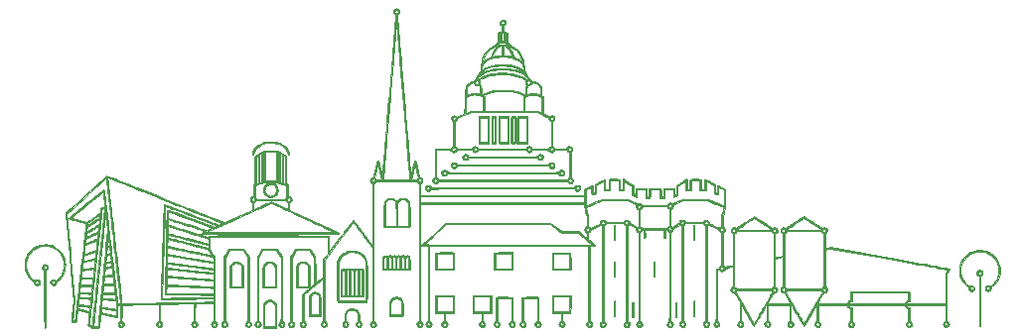
<source format=gbo>
G04 #@! TF.GenerationSoftware,KiCad,Pcbnew,8.0.0*
G04 #@! TF.CreationDate,2024-05-31T17:11:35+01:00*
G04 #@! TF.ProjectId,basic_kit_SMT_bumpers_D_pad,62617369-635f-46b6-9974-5f534d545f62,v1.4*
G04 #@! TF.SameCoordinates,Original*
G04 #@! TF.FileFunction,Legend,Bot*
G04 #@! TF.FilePolarity,Positive*
%FSLAX46Y46*%
G04 Gerber Fmt 4.6, Leading zero omitted, Abs format (unit mm)*
G04 Created by KiCad (PCBNEW 8.0.0) date 2024-05-31 17:11:35*
%MOMM*%
%LPD*%
G01*
G04 APERTURE LIST*
%ADD10C,0.010000*%
%ADD11C,5.000000*%
G04 APERTURE END LIST*
D10*
X119060183Y-75358894D02*
X119065783Y-76011205D01*
X119007267Y-76004477D01*
X118948750Y-75997750D01*
X118948750Y-74706584D01*
X119054584Y-74706584D01*
X119060183Y-75358894D01*
G36*
X119060183Y-75358894D02*
G01*
X119065783Y-76011205D01*
X119007267Y-76004477D01*
X118948750Y-75997750D01*
X118948750Y-74706584D01*
X119054584Y-74706584D01*
X119060183Y-75358894D01*
G37*
X108519146Y-77802209D02*
X108524709Y-78548334D01*
X106936126Y-78548334D01*
X106936915Y-78442500D01*
X107063667Y-78442500D01*
X108418334Y-78442500D01*
X108418334Y-77172500D01*
X107063667Y-77172500D01*
X107063667Y-78442500D01*
X106936915Y-78442500D01*
X106947250Y-77056084D01*
X108513584Y-77056084D01*
X108514452Y-77172500D01*
X108519146Y-77802209D01*
G36*
X108519146Y-77802209D02*
G01*
X108524709Y-78548334D01*
X106936126Y-78548334D01*
X106936915Y-78442500D01*
X107063667Y-78442500D01*
X108418334Y-78442500D01*
X108418334Y-77172500D01*
X107063667Y-77172500D01*
X107063667Y-78442500D01*
X106936915Y-78442500D01*
X106947250Y-77056084D01*
X108513584Y-77056084D01*
X108514452Y-77172500D01*
X108519146Y-77802209D01*
G37*
X103571167Y-78548849D02*
X102782709Y-78543299D01*
X101994250Y-78537750D01*
X101994250Y-78442500D01*
X102110667Y-78442500D01*
X103465334Y-78442500D01*
X103465334Y-77172500D01*
X102110667Y-77172500D01*
X102110667Y-78442500D01*
X101994250Y-78442500D01*
X101994250Y-77056084D01*
X102782709Y-77050534D01*
X103571167Y-77044985D01*
X103571167Y-77172500D01*
X103571167Y-78548849D01*
G36*
X103571167Y-78548849D02*
G01*
X102782709Y-78543299D01*
X101994250Y-78537750D01*
X101994250Y-78442500D01*
X102110667Y-78442500D01*
X103465334Y-78442500D01*
X103465334Y-77172500D01*
X102110667Y-77172500D01*
X102110667Y-78442500D01*
X101994250Y-78442500D01*
X101994250Y-77056084D01*
X102782709Y-77050534D01*
X103571167Y-77044985D01*
X103571167Y-77172500D01*
X103571167Y-78548849D01*
G37*
X112286870Y-75330756D02*
X112287249Y-75376048D01*
X112288098Y-75532298D01*
X112288177Y-75673901D01*
X112287530Y-75795321D01*
X112286200Y-75891022D01*
X112284234Y-75955465D01*
X112281673Y-75983115D01*
X112264706Y-75999082D01*
X112223137Y-76004526D01*
X112175417Y-75997750D01*
X112175417Y-74706584D01*
X112281250Y-74706584D01*
X112286870Y-75330756D01*
G36*
X112286870Y-75330756D02*
G01*
X112287249Y-75376048D01*
X112288098Y-75532298D01*
X112288177Y-75673901D01*
X112287530Y-75795321D01*
X112286200Y-75891022D01*
X112284234Y-75955465D01*
X112281673Y-75983115D01*
X112264706Y-75999082D01*
X112223137Y-76004526D01*
X112175417Y-75997750D01*
X112175417Y-74706584D01*
X112281250Y-74706584D01*
X112286870Y-75330756D01*
G37*
X113874370Y-81913589D02*
X113874749Y-81958881D01*
X113875598Y-82115131D01*
X113875677Y-82256735D01*
X113875030Y-82378155D01*
X113873700Y-82473855D01*
X113871734Y-82538298D01*
X113869173Y-82565949D01*
X113852206Y-82581915D01*
X113810637Y-82587360D01*
X113762917Y-82580584D01*
X113762917Y-81289417D01*
X113868750Y-81289417D01*
X113874370Y-81913589D01*
G36*
X113874370Y-81913589D02*
G01*
X113874749Y-81958881D01*
X113875598Y-82115131D01*
X113875677Y-82256735D01*
X113875030Y-82378155D01*
X113873700Y-82473855D01*
X113871734Y-82538298D01*
X113869173Y-82565949D01*
X113852206Y-82581915D01*
X113810637Y-82587360D01*
X113762917Y-82580584D01*
X113762917Y-81289417D01*
X113868750Y-81289417D01*
X113874370Y-81913589D01*
G37*
X117557370Y-81913589D02*
X117557749Y-81958881D01*
X117558598Y-82115131D01*
X117558677Y-82256735D01*
X117558030Y-82378155D01*
X117556700Y-82473855D01*
X117554734Y-82538298D01*
X117552173Y-82565949D01*
X117535206Y-82581915D01*
X117493637Y-82587360D01*
X117445917Y-82580584D01*
X117445917Y-81289417D01*
X117551750Y-81289417D01*
X117557370Y-81913589D01*
G36*
X117557370Y-81913589D02*
G01*
X117557749Y-81958881D01*
X117558598Y-82115131D01*
X117558677Y-82256735D01*
X117558030Y-82378155D01*
X117556700Y-82473855D01*
X117554734Y-82538298D01*
X117552173Y-82565949D01*
X117535206Y-82581915D01*
X117493637Y-82587360D01*
X117445917Y-82580584D01*
X117445917Y-81289417D01*
X117551750Y-81289417D01*
X117557370Y-81913589D01*
G37*
X116567500Y-75509153D02*
X116567032Y-75606609D01*
X116564549Y-75714062D01*
X116559620Y-75786643D01*
X116551899Y-75828730D01*
X116541042Y-75844702D01*
X116525662Y-75849348D01*
X116500920Y-75850044D01*
X116483469Y-75834777D01*
X116472063Y-75798276D01*
X116465457Y-75735269D01*
X116462407Y-75640485D01*
X116461667Y-75508652D01*
X116461667Y-75182834D01*
X116567500Y-75182834D01*
X116567500Y-75509153D01*
G36*
X116567500Y-75509153D02*
G01*
X116567032Y-75606609D01*
X116564549Y-75714062D01*
X116559620Y-75786643D01*
X116551899Y-75828730D01*
X116541042Y-75844702D01*
X116525662Y-75849348D01*
X116500920Y-75850044D01*
X116483469Y-75834777D01*
X116472063Y-75798276D01*
X116465457Y-75735269D01*
X116462407Y-75640485D01*
X116461667Y-75508652D01*
X116461667Y-75182834D01*
X116567500Y-75182834D01*
X116567500Y-75509153D01*
G37*
X112286865Y-78474019D02*
X112287310Y-78528670D01*
X112288143Y-78685505D01*
X112288254Y-78827350D01*
X112287680Y-78948739D01*
X112286461Y-79044201D01*
X112284634Y-79108270D01*
X112282238Y-79135477D01*
X112265072Y-79155689D01*
X112227027Y-79158974D01*
X112188273Y-79133155D01*
X112187945Y-79132737D01*
X112180481Y-79106884D01*
X112174881Y-79050423D01*
X112171079Y-78961012D01*
X112169009Y-78836314D01*
X112168607Y-78673988D01*
X112169806Y-78471697D01*
X112175417Y-77839250D01*
X112281250Y-77839250D01*
X112286865Y-78474019D01*
G36*
X112286865Y-78474019D02*
G01*
X112287310Y-78528670D01*
X112288143Y-78685505D01*
X112288254Y-78827350D01*
X112287680Y-78948739D01*
X112286461Y-79044201D01*
X112284634Y-79108270D01*
X112282238Y-79135477D01*
X112265072Y-79155689D01*
X112227027Y-79158974D01*
X112188273Y-79133155D01*
X112187945Y-79132737D01*
X112180481Y-79106884D01*
X112174881Y-79050423D01*
X112171079Y-78961012D01*
X112169009Y-78836314D01*
X112168607Y-78673988D01*
X112169806Y-78471697D01*
X112175417Y-77839250D01*
X112281250Y-77839250D01*
X112286865Y-78474019D01*
G37*
X114825616Y-75186683D02*
X114840582Y-75193479D01*
X114851276Y-75210527D01*
X114858604Y-75244245D01*
X114863474Y-75301047D01*
X114866791Y-75387351D01*
X114869462Y-75509571D01*
X114870545Y-75582372D01*
X114870400Y-75696267D01*
X114867008Y-75774474D01*
X114860107Y-75821338D01*
X114849436Y-75841203D01*
X114828333Y-75846640D01*
X114785349Y-75836779D01*
X114774950Y-75829711D01*
X114762677Y-75811798D01*
X114754644Y-75779447D01*
X114750002Y-75725686D01*
X114747901Y-75643543D01*
X114747491Y-75526047D01*
X114747610Y-75497454D01*
X114749601Y-75391801D01*
X114753648Y-75302418D01*
X114759249Y-75237992D01*
X114765903Y-75207209D01*
X114782024Y-75193009D01*
X114823787Y-75186308D01*
X114825616Y-75186683D01*
G36*
X114825616Y-75186683D02*
G01*
X114840582Y-75193479D01*
X114851276Y-75210527D01*
X114858604Y-75244245D01*
X114863474Y-75301047D01*
X114866791Y-75387351D01*
X114869462Y-75509571D01*
X114870545Y-75582372D01*
X114870400Y-75696267D01*
X114867008Y-75774474D01*
X114860107Y-75821338D01*
X114849436Y-75841203D01*
X114828333Y-75846640D01*
X114785349Y-75836779D01*
X114774950Y-75829711D01*
X114762677Y-75811798D01*
X114754644Y-75779447D01*
X114750002Y-75725686D01*
X114747901Y-75643543D01*
X114747491Y-75526047D01*
X114747610Y-75497454D01*
X114749601Y-75391801D01*
X114753648Y-75302418D01*
X114759249Y-75237992D01*
X114765903Y-75207209D01*
X114782024Y-75193009D01*
X114823787Y-75186308D01*
X114825616Y-75186683D01*
G37*
X112252575Y-81201652D02*
X112261655Y-81212023D01*
X112268728Y-81233221D01*
X112274113Y-81269745D01*
X112278129Y-81326097D01*
X112281094Y-81406777D01*
X112283326Y-81516288D01*
X112285144Y-81659129D01*
X112286865Y-81839801D01*
X112287308Y-81894209D01*
X112288142Y-82051025D01*
X112288254Y-82192859D01*
X112287681Y-82314240D01*
X112286462Y-82409700D01*
X112284634Y-82473769D01*
X112282238Y-82500977D01*
X112278174Y-82508551D01*
X112245941Y-82526158D01*
X112205379Y-82520911D01*
X112177682Y-82494186D01*
X112174162Y-82470854D01*
X112170687Y-82409765D01*
X112168087Y-82318985D01*
X112166332Y-82205059D01*
X112165392Y-82074536D01*
X112165236Y-81933963D01*
X112165834Y-81789888D01*
X112167156Y-81648857D01*
X112169172Y-81517420D01*
X112171851Y-81402122D01*
X112175164Y-81309511D01*
X112179080Y-81246136D01*
X112183569Y-81218543D01*
X112199694Y-81204344D01*
X112241454Y-81197658D01*
X112252575Y-81201652D01*
G36*
X112252575Y-81201652D02*
G01*
X112261655Y-81212023D01*
X112268728Y-81233221D01*
X112274113Y-81269745D01*
X112278129Y-81326097D01*
X112281094Y-81406777D01*
X112283326Y-81516288D01*
X112285144Y-81659129D01*
X112286865Y-81839801D01*
X112287308Y-81894209D01*
X112288142Y-82051025D01*
X112288254Y-82192859D01*
X112287681Y-82314240D01*
X112286462Y-82409700D01*
X112284634Y-82473769D01*
X112282238Y-82500977D01*
X112278174Y-82508551D01*
X112245941Y-82526158D01*
X112205379Y-82520911D01*
X112177682Y-82494186D01*
X112174162Y-82470854D01*
X112170687Y-82409765D01*
X112168087Y-82318985D01*
X112166332Y-82205059D01*
X112165392Y-82074536D01*
X112165236Y-81933963D01*
X112165834Y-81789888D01*
X112167156Y-81648857D01*
X112169172Y-81517420D01*
X112171851Y-81402122D01*
X112175164Y-81309511D01*
X112179080Y-81246136D01*
X112183569Y-81218543D01*
X112199694Y-81204344D01*
X112241454Y-81197658D01*
X112252575Y-81201652D01*
G37*
X115626272Y-77832580D02*
X115659765Y-77853043D01*
X115665599Y-77879474D01*
X115670787Y-77942555D01*
X115674709Y-78034928D01*
X115677404Y-78150082D01*
X115678907Y-78281508D01*
X115679257Y-78422693D01*
X115678488Y-78567128D01*
X115676640Y-78708302D01*
X115673748Y-78839704D01*
X115669849Y-78954824D01*
X115664981Y-79047151D01*
X115659180Y-79110175D01*
X115652483Y-79137385D01*
X115636152Y-79149037D01*
X115594274Y-79157203D01*
X115591539Y-79156372D01*
X115582945Y-79147433D01*
X115576168Y-79125955D01*
X115571002Y-79087681D01*
X115567239Y-79028355D01*
X115564673Y-78943722D01*
X115563097Y-78829525D01*
X115562303Y-78681509D01*
X115562084Y-78495417D01*
X115562086Y-78460640D01*
X115562247Y-78283611D01*
X115562853Y-78143717D01*
X115564170Y-78036530D01*
X115566463Y-77957619D01*
X115569999Y-77902554D01*
X115575042Y-77866906D01*
X115581860Y-77846245D01*
X115590718Y-77836142D01*
X115601881Y-77832166D01*
X115626272Y-77832580D01*
G36*
X115626272Y-77832580D02*
G01*
X115659765Y-77853043D01*
X115665599Y-77879474D01*
X115670787Y-77942555D01*
X115674709Y-78034928D01*
X115677404Y-78150082D01*
X115678907Y-78281508D01*
X115679257Y-78422693D01*
X115678488Y-78567128D01*
X115676640Y-78708302D01*
X115673748Y-78839704D01*
X115669849Y-78954824D01*
X115664981Y-79047151D01*
X115659180Y-79110175D01*
X115652483Y-79137385D01*
X115636152Y-79149037D01*
X115594274Y-79157203D01*
X115591539Y-79156372D01*
X115582945Y-79147433D01*
X115576168Y-79125955D01*
X115571002Y-79087681D01*
X115567239Y-79028355D01*
X115564673Y-78943722D01*
X115563097Y-78829525D01*
X115562303Y-78681509D01*
X115562084Y-78495417D01*
X115562086Y-78460640D01*
X115562247Y-78283611D01*
X115562853Y-78143717D01*
X115564170Y-78036530D01*
X115566463Y-77957619D01*
X115569999Y-77902554D01*
X115575042Y-77866906D01*
X115581860Y-77846245D01*
X115590718Y-77836142D01*
X115601881Y-77832166D01*
X115626272Y-77832580D01*
G37*
X119034251Y-81202191D02*
X119043224Y-81211520D01*
X119050314Y-81232911D01*
X119055733Y-81270690D01*
X119059693Y-81329179D01*
X119062405Y-81412703D01*
X119064080Y-81525585D01*
X119064931Y-81672151D01*
X119065167Y-81856725D01*
X119065098Y-81920282D01*
X119064319Y-82076463D01*
X119062764Y-82216782D01*
X119060547Y-82335945D01*
X119057780Y-82428658D01*
X119054579Y-82489626D01*
X119051056Y-82513556D01*
X119047350Y-82516669D01*
X119012956Y-82527667D01*
X118992237Y-82525174D01*
X118975632Y-82514779D01*
X118962803Y-82492181D01*
X118953269Y-82453073D01*
X118946548Y-82393153D01*
X118942159Y-82308118D01*
X118939620Y-82193662D01*
X118938450Y-82045482D01*
X118938167Y-81859275D01*
X118938308Y-81725051D01*
X118939082Y-81570484D01*
X118940727Y-81450605D01*
X118943461Y-81360958D01*
X118947502Y-81297086D01*
X118953069Y-81254533D01*
X118960378Y-81228842D01*
X118969648Y-81215557D01*
X118991396Y-81203532D01*
X119033148Y-81201718D01*
X119034251Y-81202191D01*
G36*
X119034251Y-81202191D02*
G01*
X119043224Y-81211520D01*
X119050314Y-81232911D01*
X119055733Y-81270690D01*
X119059693Y-81329179D01*
X119062405Y-81412703D01*
X119064080Y-81525585D01*
X119064931Y-81672151D01*
X119065167Y-81856725D01*
X119065098Y-81920282D01*
X119064319Y-82076463D01*
X119062764Y-82216782D01*
X119060547Y-82335945D01*
X119057780Y-82428658D01*
X119054579Y-82489626D01*
X119051056Y-82513556D01*
X119047350Y-82516669D01*
X119012956Y-82527667D01*
X118992237Y-82525174D01*
X118975632Y-82514779D01*
X118962803Y-82492181D01*
X118953269Y-82453073D01*
X118946548Y-82393153D01*
X118942159Y-82308118D01*
X118939620Y-82193662D01*
X118938450Y-82045482D01*
X118938167Y-81859275D01*
X118938308Y-81725051D01*
X118939082Y-81570484D01*
X118940727Y-81450605D01*
X118943461Y-81360958D01*
X118947502Y-81297086D01*
X118953069Y-81254533D01*
X118960378Y-81228842D01*
X118969648Y-81215557D01*
X118991396Y-81203532D01*
X119033148Y-81201718D01*
X119034251Y-81202191D01*
G37*
X98568078Y-77227673D02*
X98570696Y-77339109D01*
X98572755Y-77470021D01*
X98574236Y-77614290D01*
X98575119Y-77765799D01*
X98575384Y-77918429D01*
X98575011Y-78066061D01*
X98573981Y-78202576D01*
X98572273Y-78321857D01*
X98569868Y-78417785D01*
X98566746Y-78484241D01*
X98562888Y-78515108D01*
X98561174Y-78518506D01*
X98551503Y-78526623D01*
X98531407Y-78533070D01*
X98496898Y-78537990D01*
X98443989Y-78541522D01*
X98368691Y-78543808D01*
X98267016Y-78544987D01*
X98134976Y-78545202D01*
X97968582Y-78544591D01*
X97763846Y-78543297D01*
X96977750Y-78537750D01*
X96977750Y-78442500D01*
X97094167Y-78442500D01*
X98448834Y-78442500D01*
X98448834Y-77172500D01*
X97094167Y-77172500D01*
X97094167Y-78442500D01*
X96977750Y-78442500D01*
X96977750Y-77056084D01*
X97759504Y-77050527D01*
X97947113Y-77049422D01*
X98125301Y-77049046D01*
X98267530Y-77049705D01*
X98377197Y-77051491D01*
X98457702Y-77054492D01*
X98512442Y-77058800D01*
X98544816Y-77064504D01*
X98558222Y-77071694D01*
X98561245Y-77087703D01*
X98564921Y-77141832D01*
X98566049Y-77172500D01*
X98568078Y-77227673D01*
G36*
X98568078Y-77227673D02*
G01*
X98570696Y-77339109D01*
X98572755Y-77470021D01*
X98574236Y-77614290D01*
X98575119Y-77765799D01*
X98575384Y-77918429D01*
X98575011Y-78066061D01*
X98573981Y-78202576D01*
X98572273Y-78321857D01*
X98569868Y-78417785D01*
X98566746Y-78484241D01*
X98562888Y-78515108D01*
X98561174Y-78518506D01*
X98551503Y-78526623D01*
X98531407Y-78533070D01*
X98496898Y-78537990D01*
X98443989Y-78541522D01*
X98368691Y-78543808D01*
X98267016Y-78544987D01*
X98134976Y-78545202D01*
X97968582Y-78544591D01*
X97763846Y-78543297D01*
X96977750Y-78537750D01*
X96977750Y-78442500D01*
X97094167Y-78442500D01*
X98448834Y-78442500D01*
X98448834Y-77172500D01*
X97094167Y-77172500D01*
X97094167Y-78442500D01*
X96977750Y-78442500D01*
X96977750Y-77056084D01*
X97759504Y-77050527D01*
X97947113Y-77049422D01*
X98125301Y-77049046D01*
X98267530Y-77049705D01*
X98377197Y-77051491D01*
X98457702Y-77054492D01*
X98512442Y-77058800D01*
X98544816Y-77064504D01*
X98558222Y-77071694D01*
X98561245Y-77087703D01*
X98564921Y-77141832D01*
X98566049Y-77172500D01*
X98568078Y-77227673D01*
G37*
X108519146Y-81495792D02*
X108513584Y-82241917D01*
X108159042Y-82247720D01*
X107804500Y-82253524D01*
X107804500Y-82920207D01*
X107877469Y-82959503D01*
X107940594Y-83006899D01*
X107992299Y-83085030D01*
X108012488Y-83174650D01*
X108008093Y-83209851D01*
X108001050Y-83266266D01*
X107957874Y-83350388D01*
X107882848Y-83417524D01*
X107874136Y-83422624D01*
X107779092Y-83454205D01*
X107683960Y-83447061D01*
X107597501Y-83403463D01*
X107528477Y-83325681D01*
X107514082Y-83298671D01*
X107490491Y-83202797D01*
X107496454Y-83157606D01*
X107618413Y-83157606D01*
X107621001Y-83228064D01*
X107656334Y-83289667D01*
X107696833Y-83317278D01*
X107751584Y-83332000D01*
X107813701Y-83314826D01*
X107860394Y-83270053D01*
X107885427Y-83209851D01*
X107883786Y-83146396D01*
X107850459Y-83091864D01*
X107833953Y-83079633D01*
X107770300Y-83059221D01*
X107702248Y-83064641D01*
X107649031Y-83095542D01*
X107618413Y-83157606D01*
X107496454Y-83157606D01*
X107503091Y-83107305D01*
X107549090Y-83022704D01*
X107625699Y-82959503D01*
X107698667Y-82920207D01*
X107698667Y-82253477D01*
X107322959Y-82247697D01*
X106947250Y-82241917D01*
X106946382Y-82125500D01*
X107063667Y-82125500D01*
X108418334Y-82125500D01*
X108418334Y-80855500D01*
X107063667Y-80855500D01*
X107063667Y-82125500D01*
X106946382Y-82125500D01*
X106936126Y-80749667D01*
X108524709Y-80749667D01*
X108523919Y-80855500D01*
X108519146Y-81495792D01*
G36*
X108519146Y-81495792D02*
G01*
X108513584Y-82241917D01*
X108159042Y-82247720D01*
X107804500Y-82253524D01*
X107804500Y-82920207D01*
X107877469Y-82959503D01*
X107940594Y-83006899D01*
X107992299Y-83085030D01*
X108012488Y-83174650D01*
X108008093Y-83209851D01*
X108001050Y-83266266D01*
X107957874Y-83350388D01*
X107882848Y-83417524D01*
X107874136Y-83422624D01*
X107779092Y-83454205D01*
X107683960Y-83447061D01*
X107597501Y-83403463D01*
X107528477Y-83325681D01*
X107514082Y-83298671D01*
X107490491Y-83202797D01*
X107496454Y-83157606D01*
X107618413Y-83157606D01*
X107621001Y-83228064D01*
X107656334Y-83289667D01*
X107696833Y-83317278D01*
X107751584Y-83332000D01*
X107813701Y-83314826D01*
X107860394Y-83270053D01*
X107885427Y-83209851D01*
X107883786Y-83146396D01*
X107850459Y-83091864D01*
X107833953Y-83079633D01*
X107770300Y-83059221D01*
X107702248Y-83064641D01*
X107649031Y-83095542D01*
X107618413Y-83157606D01*
X107496454Y-83157606D01*
X107503091Y-83107305D01*
X107549090Y-83022704D01*
X107625699Y-82959503D01*
X107698667Y-82920207D01*
X107698667Y-82253477D01*
X107322959Y-82247697D01*
X106947250Y-82241917D01*
X106946382Y-82125500D01*
X107063667Y-82125500D01*
X108418334Y-82125500D01*
X108418334Y-80855500D01*
X107063667Y-80855500D01*
X107063667Y-82125500D01*
X106946382Y-82125500D01*
X106936126Y-80749667D01*
X108524709Y-80749667D01*
X108523919Y-80855500D01*
X108519146Y-81495792D01*
G37*
X101549827Y-65565174D02*
X101553268Y-65654847D01*
X101555959Y-65774332D01*
X101557956Y-65926131D01*
X101559314Y-66112748D01*
X101560088Y-66336689D01*
X101560334Y-66600456D01*
X101560277Y-66699785D01*
X101559778Y-66908722D01*
X101558803Y-67103011D01*
X101557404Y-67278696D01*
X101555630Y-67431822D01*
X101553533Y-67558434D01*
X101551163Y-67654578D01*
X101548570Y-67716298D01*
X101545805Y-67739640D01*
X101543360Y-67740753D01*
X101509165Y-67744621D01*
X101440804Y-67747454D01*
X101344807Y-67749123D01*
X101227700Y-67749501D01*
X101096014Y-67748459D01*
X100660750Y-67742750D01*
X100660186Y-67626334D01*
X100777167Y-67626334D01*
X101433334Y-67626334D01*
X101433334Y-65552000D01*
X100777167Y-65552000D01*
X100777167Y-67626334D01*
X100660186Y-67626334D01*
X100655272Y-66612728D01*
X100654786Y-66503699D01*
X100654067Y-66247909D01*
X100654167Y-66031690D01*
X100655117Y-65853051D01*
X100656950Y-65710000D01*
X100659697Y-65600547D01*
X100663389Y-65522698D01*
X100668059Y-65474464D01*
X100673739Y-65453853D01*
X100679984Y-65449830D01*
X100722667Y-65440279D01*
X100796525Y-65432776D01*
X100893434Y-65427354D01*
X101005273Y-65424046D01*
X101123918Y-65422883D01*
X101241246Y-65423900D01*
X101349134Y-65427127D01*
X101439460Y-65432597D01*
X101504101Y-65440344D01*
X101534934Y-65450400D01*
X101540476Y-65465243D01*
X101545582Y-65502807D01*
X101548931Y-65552000D01*
X101549827Y-65565174D01*
G36*
X101549827Y-65565174D02*
G01*
X101553268Y-65654847D01*
X101555959Y-65774332D01*
X101557956Y-65926131D01*
X101559314Y-66112748D01*
X101560088Y-66336689D01*
X101560334Y-66600456D01*
X101560277Y-66699785D01*
X101559778Y-66908722D01*
X101558803Y-67103011D01*
X101557404Y-67278696D01*
X101555630Y-67431822D01*
X101553533Y-67558434D01*
X101551163Y-67654578D01*
X101548570Y-67716298D01*
X101545805Y-67739640D01*
X101543360Y-67740753D01*
X101509165Y-67744621D01*
X101440804Y-67747454D01*
X101344807Y-67749123D01*
X101227700Y-67749501D01*
X101096014Y-67748459D01*
X100660750Y-67742750D01*
X100660186Y-67626334D01*
X100777167Y-67626334D01*
X101433334Y-67626334D01*
X101433334Y-65552000D01*
X100777167Y-65552000D01*
X100777167Y-67626334D01*
X100660186Y-67626334D01*
X100655272Y-66612728D01*
X100654786Y-66503699D01*
X100654067Y-66247909D01*
X100654167Y-66031690D01*
X100655117Y-65853051D01*
X100656950Y-65710000D01*
X100659697Y-65600547D01*
X100663389Y-65522698D01*
X100668059Y-65474464D01*
X100673739Y-65453853D01*
X100679984Y-65449830D01*
X100722667Y-65440279D01*
X100796525Y-65432776D01*
X100893434Y-65427354D01*
X101005273Y-65424046D01*
X101123918Y-65422883D01*
X101241246Y-65423900D01*
X101349134Y-65427127D01*
X101439460Y-65432597D01*
X101504101Y-65440344D01*
X101534934Y-65450400D01*
X101540476Y-65465243D01*
X101545582Y-65502807D01*
X101548931Y-65552000D01*
X101549827Y-65565174D01*
G37*
X104830661Y-65565174D02*
X104834101Y-65654847D01*
X104836793Y-65774332D01*
X104838789Y-65926131D01*
X104840147Y-66112748D01*
X104840921Y-66336689D01*
X104841167Y-66600456D01*
X104841111Y-66699785D01*
X104840611Y-66908722D01*
X104839636Y-67103011D01*
X104838237Y-67278696D01*
X104836464Y-67431822D01*
X104834367Y-67558434D01*
X104831997Y-67654578D01*
X104829404Y-67716298D01*
X104826639Y-67739640D01*
X104824194Y-67740753D01*
X104789998Y-67744621D01*
X104721638Y-67747454D01*
X104625640Y-67749123D01*
X104508534Y-67749501D01*
X104376847Y-67748459D01*
X103941584Y-67742750D01*
X103941020Y-67626334D01*
X104058000Y-67626334D01*
X104714167Y-67626334D01*
X104714167Y-65552000D01*
X104058000Y-65552000D01*
X104058000Y-67626334D01*
X103941020Y-67626334D01*
X103936105Y-66612728D01*
X103935619Y-66503699D01*
X103934900Y-66247909D01*
X103935000Y-66031690D01*
X103935950Y-65853051D01*
X103937783Y-65710000D01*
X103940530Y-65600547D01*
X103944223Y-65522698D01*
X103948893Y-65474464D01*
X103954572Y-65453853D01*
X103960817Y-65449830D01*
X104003500Y-65440279D01*
X104077358Y-65432776D01*
X104174268Y-65427354D01*
X104286106Y-65424046D01*
X104404751Y-65422883D01*
X104522079Y-65423900D01*
X104629968Y-65427127D01*
X104720294Y-65432597D01*
X104784934Y-65440344D01*
X104815767Y-65450400D01*
X104821309Y-65465243D01*
X104826415Y-65502807D01*
X104829765Y-65552000D01*
X104830661Y-65565174D01*
G36*
X104830661Y-65565174D02*
G01*
X104834101Y-65654847D01*
X104836793Y-65774332D01*
X104838789Y-65926131D01*
X104840147Y-66112748D01*
X104840921Y-66336689D01*
X104841167Y-66600456D01*
X104841111Y-66699785D01*
X104840611Y-66908722D01*
X104839636Y-67103011D01*
X104838237Y-67278696D01*
X104836464Y-67431822D01*
X104834367Y-67558434D01*
X104831997Y-67654578D01*
X104829404Y-67716298D01*
X104826639Y-67739640D01*
X104824194Y-67740753D01*
X104789998Y-67744621D01*
X104721638Y-67747454D01*
X104625640Y-67749123D01*
X104508534Y-67749501D01*
X104376847Y-67748459D01*
X103941584Y-67742750D01*
X103941020Y-67626334D01*
X104058000Y-67626334D01*
X104714167Y-67626334D01*
X104714167Y-65552000D01*
X104058000Y-65552000D01*
X104058000Y-67626334D01*
X103941020Y-67626334D01*
X103936105Y-66612728D01*
X103935619Y-66503699D01*
X103934900Y-66247909D01*
X103935000Y-66031690D01*
X103935950Y-65853051D01*
X103937783Y-65710000D01*
X103940530Y-65600547D01*
X103944223Y-65522698D01*
X103948893Y-65474464D01*
X103954572Y-65453853D01*
X103960817Y-65449830D01*
X104003500Y-65440279D01*
X104077358Y-65432776D01*
X104174268Y-65427354D01*
X104286106Y-65424046D01*
X104404751Y-65422883D01*
X104522079Y-65423900D01*
X104629968Y-65427127D01*
X104720294Y-65432597D01*
X104784934Y-65440344D01*
X104815767Y-65450400D01*
X104821309Y-65465243D01*
X104826415Y-65502807D01*
X104829765Y-65552000D01*
X104830661Y-65565174D01*
G37*
X103814431Y-65559259D02*
X103817947Y-65646849D01*
X103820697Y-65764163D01*
X103822738Y-65913723D01*
X103824125Y-66098049D01*
X103824916Y-66319663D01*
X103825167Y-66581086D01*
X103825134Y-66660661D01*
X103824723Y-66869800D01*
X103823880Y-67065177D01*
X103822651Y-67242709D01*
X103821081Y-67398315D01*
X103819217Y-67527914D01*
X103817104Y-67627424D01*
X103814790Y-67692764D01*
X103812319Y-67719852D01*
X103801145Y-67734489D01*
X103770831Y-67745921D01*
X103714518Y-67751721D01*
X103624084Y-67753334D01*
X103547003Y-67752273D01*
X103485217Y-67747323D01*
X103450873Y-67736998D01*
X103435848Y-67719852D01*
X103434924Y-67714594D01*
X103432506Y-67672962D01*
X103431170Y-67626334D01*
X103550000Y-67626334D01*
X103698167Y-67626334D01*
X103698167Y-65552000D01*
X103550000Y-65552000D01*
X103550000Y-67626334D01*
X103431170Y-67626334D01*
X103430260Y-67594579D01*
X103428234Y-67483528D01*
X103426473Y-67343888D01*
X103425023Y-67179743D01*
X103423930Y-66995173D01*
X103423241Y-66794260D01*
X103423000Y-66581086D01*
X103423177Y-66358779D01*
X103423877Y-66130960D01*
X103425165Y-65940833D01*
X103427097Y-65785877D01*
X103429730Y-65663569D01*
X103433120Y-65571389D01*
X103437324Y-65506815D01*
X103442399Y-65467326D01*
X103448400Y-65450400D01*
X103475894Y-65438384D01*
X103538589Y-65428599D01*
X103624084Y-65425000D01*
X103697796Y-65427616D01*
X103764632Y-65436559D01*
X103799767Y-65450400D01*
X103804872Y-65463164D01*
X103810091Y-65498871D01*
X103813910Y-65552000D01*
X103814431Y-65559259D01*
G36*
X103814431Y-65559259D02*
G01*
X103817947Y-65646849D01*
X103820697Y-65764163D01*
X103822738Y-65913723D01*
X103824125Y-66098049D01*
X103824916Y-66319663D01*
X103825167Y-66581086D01*
X103825134Y-66660661D01*
X103824723Y-66869800D01*
X103823880Y-67065177D01*
X103822651Y-67242709D01*
X103821081Y-67398315D01*
X103819217Y-67527914D01*
X103817104Y-67627424D01*
X103814790Y-67692764D01*
X103812319Y-67719852D01*
X103801145Y-67734489D01*
X103770831Y-67745921D01*
X103714518Y-67751721D01*
X103624084Y-67753334D01*
X103547003Y-67752273D01*
X103485217Y-67747323D01*
X103450873Y-67736998D01*
X103435848Y-67719852D01*
X103434924Y-67714594D01*
X103432506Y-67672962D01*
X103431170Y-67626334D01*
X103550000Y-67626334D01*
X103698167Y-67626334D01*
X103698167Y-65552000D01*
X103550000Y-65552000D01*
X103550000Y-67626334D01*
X103431170Y-67626334D01*
X103430260Y-67594579D01*
X103428234Y-67483528D01*
X103426473Y-67343888D01*
X103425023Y-67179743D01*
X103423930Y-66995173D01*
X103423241Y-66794260D01*
X103423000Y-66581086D01*
X103423177Y-66358779D01*
X103423877Y-66130960D01*
X103425165Y-65940833D01*
X103427097Y-65785877D01*
X103429730Y-65663569D01*
X103433120Y-65571389D01*
X103437324Y-65506815D01*
X103442399Y-65467326D01*
X103448400Y-65450400D01*
X103475894Y-65438384D01*
X103538589Y-65428599D01*
X103624084Y-65425000D01*
X103697796Y-65427616D01*
X103764632Y-65436559D01*
X103799767Y-65450400D01*
X103804872Y-65463164D01*
X103810091Y-65498871D01*
X103813910Y-65552000D01*
X103814431Y-65559259D01*
G37*
X83439501Y-79345224D02*
X83439829Y-79517821D01*
X83439465Y-79673291D01*
X83438444Y-79806595D01*
X83436801Y-79912691D01*
X83434571Y-79986539D01*
X83431790Y-80023097D01*
X83418455Y-80094177D01*
X82266917Y-80082917D01*
X82266174Y-79966500D01*
X82383334Y-79966500D01*
X83314667Y-79966500D01*
X83314667Y-79176592D01*
X83314456Y-78971140D01*
X83313397Y-78780783D01*
X83310936Y-78624656D01*
X83306522Y-78498508D01*
X83299602Y-78398087D01*
X83289624Y-78319143D01*
X83276035Y-78257423D01*
X83258284Y-78208675D01*
X83235818Y-78168649D01*
X83208085Y-78133093D01*
X83174532Y-78097754D01*
X83100441Y-78036168D01*
X82982013Y-77977405D01*
X82857870Y-77955004D01*
X82734883Y-77967929D01*
X82619919Y-78015144D01*
X82519849Y-78095614D01*
X82441542Y-78208302D01*
X82383334Y-78323091D01*
X82383334Y-79966500D01*
X82266174Y-79966500D01*
X82261384Y-79216038D01*
X82260269Y-79028764D01*
X82259603Y-78825457D01*
X82260280Y-78657029D01*
X82262839Y-78519312D01*
X82267821Y-78408135D01*
X82275765Y-78319328D01*
X82287212Y-78248723D01*
X82302700Y-78192148D01*
X82322770Y-78145434D01*
X82347962Y-78104413D01*
X82378815Y-78064912D01*
X82415870Y-78022764D01*
X82515371Y-77933782D01*
X82643648Y-77865153D01*
X82780524Y-77831844D01*
X82919648Y-77832927D01*
X83054668Y-77867472D01*
X83179232Y-77934550D01*
X83286988Y-78033231D01*
X83371585Y-78162587D01*
X83431084Y-78283750D01*
X83438104Y-79117884D01*
X83438445Y-79160541D01*
X83438537Y-79176592D01*
X83439501Y-79345224D01*
G36*
X83439501Y-79345224D02*
G01*
X83439829Y-79517821D01*
X83439465Y-79673291D01*
X83438444Y-79806595D01*
X83436801Y-79912691D01*
X83434571Y-79986539D01*
X83431790Y-80023097D01*
X83418455Y-80094177D01*
X82266917Y-80082917D01*
X82266174Y-79966500D01*
X82383334Y-79966500D01*
X83314667Y-79966500D01*
X83314667Y-79176592D01*
X83314456Y-78971140D01*
X83313397Y-78780783D01*
X83310936Y-78624656D01*
X83306522Y-78498508D01*
X83299602Y-78398087D01*
X83289624Y-78319143D01*
X83276035Y-78257423D01*
X83258284Y-78208675D01*
X83235818Y-78168649D01*
X83208085Y-78133093D01*
X83174532Y-78097754D01*
X83100441Y-78036168D01*
X82982013Y-77977405D01*
X82857870Y-77955004D01*
X82734883Y-77967929D01*
X82619919Y-78015144D01*
X82519849Y-78095614D01*
X82441542Y-78208302D01*
X82383334Y-78323091D01*
X82383334Y-79966500D01*
X82266174Y-79966500D01*
X82261384Y-79216038D01*
X82260269Y-79028764D01*
X82259603Y-78825457D01*
X82260280Y-78657029D01*
X82262839Y-78519312D01*
X82267821Y-78408135D01*
X82275765Y-78319328D01*
X82287212Y-78248723D01*
X82302700Y-78192148D01*
X82322770Y-78145434D01*
X82347962Y-78104413D01*
X82378815Y-78064912D01*
X82415870Y-78022764D01*
X82515371Y-77933782D01*
X82643648Y-77865153D01*
X82780524Y-77831844D01*
X82919648Y-77832927D01*
X83054668Y-77867472D01*
X83179232Y-77934550D01*
X83286988Y-78033231D01*
X83371585Y-78162587D01*
X83431084Y-78283750D01*
X83438104Y-79117884D01*
X83438445Y-79160541D01*
X83438537Y-79176592D01*
X83439501Y-79345224D01*
G37*
X83549996Y-71729742D02*
X83548753Y-71776654D01*
X83527189Y-71916317D01*
X83475022Y-72038051D01*
X83387288Y-72154832D01*
X83324373Y-72215746D01*
X83192349Y-72299950D01*
X83041184Y-72346478D01*
X82936202Y-72356109D01*
X82783815Y-72339371D01*
X82645386Y-72288583D01*
X82524919Y-72208368D01*
X82426419Y-72103353D01*
X82353893Y-71978160D01*
X82311344Y-71837417D01*
X82306947Y-71759556D01*
X82424490Y-71759556D01*
X82447007Y-71891940D01*
X82471267Y-71946089D01*
X82534727Y-72036693D01*
X82617243Y-72119318D01*
X82706129Y-72179868D01*
X82771486Y-72207373D01*
X82903803Y-72231965D01*
X83035314Y-72220131D01*
X83158883Y-72174999D01*
X83267375Y-72099696D01*
X83353653Y-71997350D01*
X83410584Y-71871089D01*
X83422697Y-71820610D01*
X83429949Y-71684897D01*
X83402277Y-71559493D01*
X83344844Y-71448341D01*
X83262815Y-71355382D01*
X83161353Y-71284560D01*
X83045624Y-71239816D01*
X82920790Y-71225094D01*
X82792017Y-71244336D01*
X82664468Y-71301483D01*
X82565087Y-71384350D01*
X82487036Y-71496241D01*
X82439002Y-71624483D01*
X82424490Y-71759556D01*
X82306947Y-71759556D01*
X82302778Y-71685747D01*
X82332201Y-71527776D01*
X82339395Y-71506671D01*
X82401776Y-71387715D01*
X82492895Y-71278769D01*
X82602200Y-71190573D01*
X82719139Y-71133870D01*
X82855381Y-71104549D01*
X83011139Y-71105344D01*
X83156106Y-71141420D01*
X83285450Y-71209311D01*
X83394342Y-71305553D01*
X83477951Y-71426681D01*
X83531446Y-71569232D01*
X83544814Y-71684897D01*
X83549996Y-71729742D01*
G36*
X83549996Y-71729742D02*
G01*
X83548753Y-71776654D01*
X83527189Y-71916317D01*
X83475022Y-72038051D01*
X83387288Y-72154832D01*
X83324373Y-72215746D01*
X83192349Y-72299950D01*
X83041184Y-72346478D01*
X82936202Y-72356109D01*
X82783815Y-72339371D01*
X82645386Y-72288583D01*
X82524919Y-72208368D01*
X82426419Y-72103353D01*
X82353893Y-71978160D01*
X82311344Y-71837417D01*
X82306947Y-71759556D01*
X82424490Y-71759556D01*
X82447007Y-71891940D01*
X82471267Y-71946089D01*
X82534727Y-72036693D01*
X82617243Y-72119318D01*
X82706129Y-72179868D01*
X82771486Y-72207373D01*
X82903803Y-72231965D01*
X83035314Y-72220131D01*
X83158883Y-72174999D01*
X83267375Y-72099696D01*
X83353653Y-71997350D01*
X83410584Y-71871089D01*
X83422697Y-71820610D01*
X83429949Y-71684897D01*
X83402277Y-71559493D01*
X83344844Y-71448341D01*
X83262815Y-71355382D01*
X83161353Y-71284560D01*
X83045624Y-71239816D01*
X82920790Y-71225094D01*
X82792017Y-71244336D01*
X82664468Y-71301483D01*
X82565087Y-71384350D01*
X82487036Y-71496241D01*
X82439002Y-71624483D01*
X82424490Y-71759556D01*
X82306947Y-71759556D01*
X82302778Y-71685747D01*
X82332201Y-71527776D01*
X82339395Y-71506671D01*
X82401776Y-71387715D01*
X82492895Y-71278769D01*
X82602200Y-71190573D01*
X82719139Y-71133870D01*
X82855381Y-71104549D01*
X83011139Y-71105344D01*
X83156106Y-71141420D01*
X83285450Y-71209311D01*
X83394342Y-71305553D01*
X83477951Y-71426681D01*
X83531446Y-71569232D01*
X83544814Y-71684897D01*
X83549996Y-71729742D01*
G37*
X102142494Y-65565174D02*
X102145935Y-65654847D01*
X102148626Y-65774332D01*
X102150623Y-65926131D01*
X102151981Y-66112748D01*
X102152755Y-66336689D01*
X102153000Y-66600456D01*
X102152946Y-66699854D01*
X102152460Y-66908765D01*
X102151513Y-67103013D01*
X102150154Y-67278646D01*
X102148432Y-67431710D01*
X102146395Y-67558252D01*
X102144093Y-67654321D01*
X102141575Y-67715962D01*
X102138889Y-67739222D01*
X102134868Y-67741317D01*
X102097838Y-67747444D01*
X102032775Y-67751724D01*
X101950654Y-67753334D01*
X101875376Y-67752311D01*
X101813299Y-67747389D01*
X101778782Y-67737055D01*
X101763682Y-67719852D01*
X101762605Y-67715435D01*
X101759059Y-67674119D01*
X101757243Y-67626334D01*
X101877834Y-67626334D01*
X102026000Y-67626334D01*
X102026000Y-65552000D01*
X101877834Y-65552000D01*
X101877834Y-67626334D01*
X101757243Y-67626334D01*
X101756129Y-67597014D01*
X101753795Y-67489002D01*
X101752039Y-67354968D01*
X101750839Y-67199792D01*
X101750176Y-67028358D01*
X101750032Y-66845548D01*
X101750385Y-66656245D01*
X101751218Y-66465331D01*
X101752509Y-66277689D01*
X101754239Y-66098202D01*
X101756389Y-65931751D01*
X101758939Y-65783220D01*
X101761869Y-65657491D01*
X101765160Y-65559447D01*
X101768792Y-65493970D01*
X101772745Y-65465942D01*
X101787039Y-65447078D01*
X101815493Y-65433236D01*
X101865906Y-65426665D01*
X101948429Y-65425000D01*
X102024865Y-65427655D01*
X102092347Y-65436569D01*
X102127600Y-65450400D01*
X102133143Y-65465243D01*
X102138248Y-65502807D01*
X102141598Y-65552000D01*
X102142494Y-65565174D01*
G36*
X102142494Y-65565174D02*
G01*
X102145935Y-65654847D01*
X102148626Y-65774332D01*
X102150623Y-65926131D01*
X102151981Y-66112748D01*
X102152755Y-66336689D01*
X102153000Y-66600456D01*
X102152946Y-66699854D01*
X102152460Y-66908765D01*
X102151513Y-67103013D01*
X102150154Y-67278646D01*
X102148432Y-67431710D01*
X102146395Y-67558252D01*
X102144093Y-67654321D01*
X102141575Y-67715962D01*
X102138889Y-67739222D01*
X102134868Y-67741317D01*
X102097838Y-67747444D01*
X102032775Y-67751724D01*
X101950654Y-67753334D01*
X101875376Y-67752311D01*
X101813299Y-67747389D01*
X101778782Y-67737055D01*
X101763682Y-67719852D01*
X101762605Y-67715435D01*
X101759059Y-67674119D01*
X101757243Y-67626334D01*
X101877834Y-67626334D01*
X102026000Y-67626334D01*
X102026000Y-65552000D01*
X101877834Y-65552000D01*
X101877834Y-67626334D01*
X101757243Y-67626334D01*
X101756129Y-67597014D01*
X101753795Y-67489002D01*
X101752039Y-67354968D01*
X101750839Y-67199792D01*
X101750176Y-67028358D01*
X101750032Y-66845548D01*
X101750385Y-66656245D01*
X101751218Y-66465331D01*
X101752509Y-66277689D01*
X101754239Y-66098202D01*
X101756389Y-65931751D01*
X101758939Y-65783220D01*
X101761869Y-65657491D01*
X101765160Y-65559447D01*
X101768792Y-65493970D01*
X101772745Y-65465942D01*
X101787039Y-65447078D01*
X101815493Y-65433236D01*
X101865906Y-65426665D01*
X101948429Y-65425000D01*
X102024865Y-65427655D01*
X102092347Y-65436569D01*
X102127600Y-65450400D01*
X102133143Y-65465243D01*
X102138248Y-65502807D01*
X102141598Y-65552000D01*
X102142494Y-65565174D01*
G37*
X83069461Y-67597949D02*
X83231112Y-67604341D01*
X83367629Y-67618120D01*
X83488954Y-67641338D01*
X83605034Y-67676046D01*
X83725813Y-67724296D01*
X83861235Y-67788140D01*
X83951184Y-67837240D01*
X84101168Y-67939681D01*
X84235486Y-68056946D01*
X84345560Y-68181149D01*
X84422811Y-68304403D01*
X84428979Y-68317499D01*
X84466574Y-68413274D01*
X84494257Y-68511408D01*
X84510142Y-68601670D01*
X84512343Y-68673829D01*
X84498975Y-68717653D01*
X84469644Y-68743096D01*
X84435044Y-68741703D01*
X84407519Y-68700535D01*
X84388593Y-68620926D01*
X84344344Y-68451884D01*
X84261539Y-68291310D01*
X84143894Y-68145148D01*
X83994617Y-68015742D01*
X83816915Y-67905435D01*
X83613995Y-67816570D01*
X83389066Y-67751491D01*
X83145334Y-67712541D01*
X82868339Y-67701452D01*
X82602032Y-67726812D01*
X82345311Y-67790274D01*
X82091694Y-67892947D01*
X82025872Y-67926856D01*
X81859161Y-68035080D01*
X81719388Y-68160268D01*
X81610397Y-68297877D01*
X81536034Y-68443361D01*
X81500142Y-68592176D01*
X81496721Y-68619835D01*
X81475853Y-68699874D01*
X81442483Y-68739689D01*
X81396454Y-68739503D01*
X81381365Y-68726932D01*
X81367618Y-68679040D01*
X81369911Y-68605596D01*
X81387004Y-68514807D01*
X81417660Y-68414875D01*
X81460641Y-68314007D01*
X81470753Y-68294190D01*
X81579209Y-68131979D01*
X81724710Y-67984667D01*
X81904171Y-67854534D01*
X82114506Y-67743858D01*
X82352628Y-67654921D01*
X82414066Y-67636545D01*
X82475610Y-67620647D01*
X82535429Y-67609633D01*
X82602332Y-67602620D01*
X82685132Y-67598726D01*
X82792640Y-67597070D01*
X82933667Y-67596769D01*
X83069461Y-67597949D01*
G36*
X83069461Y-67597949D02*
G01*
X83231112Y-67604341D01*
X83367629Y-67618120D01*
X83488954Y-67641338D01*
X83605034Y-67676046D01*
X83725813Y-67724296D01*
X83861235Y-67788140D01*
X83951184Y-67837240D01*
X84101168Y-67939681D01*
X84235486Y-68056946D01*
X84345560Y-68181149D01*
X84422811Y-68304403D01*
X84428979Y-68317499D01*
X84466574Y-68413274D01*
X84494257Y-68511408D01*
X84510142Y-68601670D01*
X84512343Y-68673829D01*
X84498975Y-68717653D01*
X84469644Y-68743096D01*
X84435044Y-68741703D01*
X84407519Y-68700535D01*
X84388593Y-68620926D01*
X84344344Y-68451884D01*
X84261539Y-68291310D01*
X84143894Y-68145148D01*
X83994617Y-68015742D01*
X83816915Y-67905435D01*
X83613995Y-67816570D01*
X83389066Y-67751491D01*
X83145334Y-67712541D01*
X82868339Y-67701452D01*
X82602032Y-67726812D01*
X82345311Y-67790274D01*
X82091694Y-67892947D01*
X82025872Y-67926856D01*
X81859161Y-68035080D01*
X81719388Y-68160268D01*
X81610397Y-68297877D01*
X81536034Y-68443361D01*
X81500142Y-68592176D01*
X81496721Y-68619835D01*
X81475853Y-68699874D01*
X81442483Y-68739689D01*
X81396454Y-68739503D01*
X81381365Y-68726932D01*
X81367618Y-68679040D01*
X81369911Y-68605596D01*
X81387004Y-68514807D01*
X81417660Y-68414875D01*
X81460641Y-68314007D01*
X81470753Y-68294190D01*
X81579209Y-68131979D01*
X81724710Y-67984667D01*
X81904171Y-67854534D01*
X82114506Y-67743858D01*
X82352628Y-67654921D01*
X82414066Y-67636545D01*
X82475610Y-67620647D01*
X82535429Y-67609633D01*
X82602332Y-67602620D01*
X82685132Y-67598726D01*
X82792640Y-67597070D01*
X82933667Y-67596769D01*
X83069461Y-67597949D01*
G37*
X101767330Y-81458750D02*
X101768096Y-81565825D01*
X101768703Y-81728743D01*
X101768581Y-81876285D01*
X101767772Y-82003059D01*
X101766318Y-82103677D01*
X101764258Y-82172746D01*
X101761635Y-82204875D01*
X101760849Y-82208055D01*
X101755040Y-82224363D01*
X101743083Y-82236096D01*
X101718949Y-82244009D01*
X101676607Y-82248853D01*
X101610024Y-82251381D01*
X101513170Y-82252346D01*
X101380014Y-82252500D01*
X101010000Y-82252500D01*
X101010000Y-82920207D01*
X101082969Y-82959503D01*
X101146094Y-83006899D01*
X101197799Y-83085030D01*
X101217988Y-83174650D01*
X101213593Y-83209851D01*
X101206550Y-83266266D01*
X101163374Y-83350388D01*
X101088348Y-83417524D01*
X101079636Y-83422624D01*
X100984592Y-83454205D01*
X100889460Y-83447061D01*
X100803001Y-83403463D01*
X100733977Y-83325681D01*
X100719582Y-83298671D01*
X100695991Y-83202797D01*
X100701954Y-83157606D01*
X100823913Y-83157606D01*
X100826501Y-83228064D01*
X100861834Y-83289667D01*
X100902333Y-83317278D01*
X100957084Y-83332000D01*
X101019201Y-83314826D01*
X101065894Y-83270053D01*
X101090927Y-83209851D01*
X101089286Y-83146396D01*
X101055959Y-83091864D01*
X101039453Y-83079633D01*
X100975800Y-83059221D01*
X100907748Y-83064641D01*
X100854531Y-83095542D01*
X100823913Y-83157606D01*
X100701954Y-83157606D01*
X100708591Y-83107305D01*
X100754590Y-83022704D01*
X100831199Y-82959503D01*
X100904167Y-82920207D01*
X100904167Y-82253500D01*
X100539042Y-82247708D01*
X100173917Y-82241917D01*
X100173917Y-82125500D01*
X100290334Y-82125500D01*
X101645000Y-82125500D01*
X101645000Y-80855500D01*
X100290334Y-80855500D01*
X100290334Y-82125500D01*
X100173917Y-82125500D01*
X100173917Y-80760250D01*
X101761417Y-80760250D01*
X101762224Y-80855500D01*
X101767330Y-81458750D01*
G36*
X101767330Y-81458750D02*
G01*
X101768096Y-81565825D01*
X101768703Y-81728743D01*
X101768581Y-81876285D01*
X101767772Y-82003059D01*
X101766318Y-82103677D01*
X101764258Y-82172746D01*
X101761635Y-82204875D01*
X101760849Y-82208055D01*
X101755040Y-82224363D01*
X101743083Y-82236096D01*
X101718949Y-82244009D01*
X101676607Y-82248853D01*
X101610024Y-82251381D01*
X101513170Y-82252346D01*
X101380014Y-82252500D01*
X101010000Y-82252500D01*
X101010000Y-82920207D01*
X101082969Y-82959503D01*
X101146094Y-83006899D01*
X101197799Y-83085030D01*
X101217988Y-83174650D01*
X101213593Y-83209851D01*
X101206550Y-83266266D01*
X101163374Y-83350388D01*
X101088348Y-83417524D01*
X101079636Y-83422624D01*
X100984592Y-83454205D01*
X100889460Y-83447061D01*
X100803001Y-83403463D01*
X100733977Y-83325681D01*
X100719582Y-83298671D01*
X100695991Y-83202797D01*
X100701954Y-83157606D01*
X100823913Y-83157606D01*
X100826501Y-83228064D01*
X100861834Y-83289667D01*
X100902333Y-83317278D01*
X100957084Y-83332000D01*
X101019201Y-83314826D01*
X101065894Y-83270053D01*
X101090927Y-83209851D01*
X101089286Y-83146396D01*
X101055959Y-83091864D01*
X101039453Y-83079633D01*
X100975800Y-83059221D01*
X100907748Y-83064641D01*
X100854531Y-83095542D01*
X100823913Y-83157606D01*
X100701954Y-83157606D01*
X100708591Y-83107305D01*
X100754590Y-83022704D01*
X100831199Y-82959503D01*
X100904167Y-82920207D01*
X100904167Y-82253500D01*
X100539042Y-82247708D01*
X100173917Y-82241917D01*
X100173917Y-82125500D01*
X100290334Y-82125500D01*
X101645000Y-82125500D01*
X101645000Y-80855500D01*
X100290334Y-80855500D01*
X100290334Y-82125500D01*
X100173917Y-82125500D01*
X100173917Y-80760250D01*
X101761417Y-80760250D01*
X101762224Y-80855500D01*
X101767330Y-81458750D01*
G37*
X80598556Y-79993043D02*
X80595092Y-80054871D01*
X80590884Y-80079727D01*
X80567876Y-80083279D01*
X80507973Y-80086188D01*
X80416956Y-80088256D01*
X80300512Y-80089397D01*
X80164329Y-80089523D01*
X80014093Y-80088547D01*
X79451750Y-80082917D01*
X79451038Y-79966500D01*
X79568167Y-79966500D01*
X80478334Y-79966500D01*
X80477869Y-79135709D01*
X80477666Y-78946866D01*
X80477113Y-78769433D01*
X80476037Y-78626221D01*
X80474252Y-78512923D01*
X80471572Y-78425235D01*
X80467809Y-78358852D01*
X80462778Y-78309467D01*
X80456291Y-78272775D01*
X80448162Y-78244472D01*
X80438205Y-78220250D01*
X80387155Y-78135341D01*
X80295577Y-78045331D01*
X80185208Y-77985561D01*
X80063677Y-77957511D01*
X79938609Y-77962663D01*
X79817632Y-78002498D01*
X79708373Y-78078498D01*
X79696384Y-78089789D01*
X79665033Y-78120999D01*
X79639304Y-78152316D01*
X79618639Y-78187963D01*
X79602479Y-78232161D01*
X79590267Y-78289134D01*
X79581444Y-78363104D01*
X79575452Y-78458295D01*
X79571733Y-78578927D01*
X79569729Y-78729226D01*
X79568881Y-78913412D01*
X79568632Y-79135709D01*
X79568167Y-79966500D01*
X79451038Y-79966500D01*
X79440716Y-78277737D01*
X79510183Y-78143160D01*
X79533047Y-78102717D01*
X79628050Y-77985610D01*
X79745669Y-77899857D01*
X79879508Y-77847330D01*
X80023168Y-77829900D01*
X80170254Y-77849440D01*
X80314368Y-77907822D01*
X80344027Y-77925955D01*
X80447174Y-78014879D01*
X80530729Y-78127038D01*
X80583479Y-78248247D01*
X80585807Y-78262019D01*
X80590035Y-78317055D01*
X80593801Y-78404749D01*
X80597083Y-78519747D01*
X80599861Y-78656691D01*
X80602111Y-78810226D01*
X80603814Y-78974996D01*
X80604946Y-79145645D01*
X80605487Y-79316816D01*
X80605414Y-79483153D01*
X80604706Y-79639300D01*
X80603342Y-79779902D01*
X80601299Y-79899602D01*
X80599335Y-79966500D01*
X80598556Y-79993043D01*
G36*
X80598556Y-79993043D02*
G01*
X80595092Y-80054871D01*
X80590884Y-80079727D01*
X80567876Y-80083279D01*
X80507973Y-80086188D01*
X80416956Y-80088256D01*
X80300512Y-80089397D01*
X80164329Y-80089523D01*
X80014093Y-80088547D01*
X79451750Y-80082917D01*
X79451038Y-79966500D01*
X79568167Y-79966500D01*
X80478334Y-79966500D01*
X80477869Y-79135709D01*
X80477666Y-78946866D01*
X80477113Y-78769433D01*
X80476037Y-78626221D01*
X80474252Y-78512923D01*
X80471572Y-78425235D01*
X80467809Y-78358852D01*
X80462778Y-78309467D01*
X80456291Y-78272775D01*
X80448162Y-78244472D01*
X80438205Y-78220250D01*
X80387155Y-78135341D01*
X80295577Y-78045331D01*
X80185208Y-77985561D01*
X80063677Y-77957511D01*
X79938609Y-77962663D01*
X79817632Y-78002498D01*
X79708373Y-78078498D01*
X79696384Y-78089789D01*
X79665033Y-78120999D01*
X79639304Y-78152316D01*
X79618639Y-78187963D01*
X79602479Y-78232161D01*
X79590267Y-78289134D01*
X79581444Y-78363104D01*
X79575452Y-78458295D01*
X79571733Y-78578927D01*
X79569729Y-78729226D01*
X79568881Y-78913412D01*
X79568632Y-79135709D01*
X79568167Y-79966500D01*
X79451038Y-79966500D01*
X79440716Y-78277737D01*
X79510183Y-78143160D01*
X79533047Y-78102717D01*
X79628050Y-77985610D01*
X79745669Y-77899857D01*
X79879508Y-77847330D01*
X80023168Y-77829900D01*
X80170254Y-77849440D01*
X80314368Y-77907822D01*
X80344027Y-77925955D01*
X80447174Y-78014879D01*
X80530729Y-78127038D01*
X80583479Y-78248247D01*
X80585807Y-78262019D01*
X80590035Y-78317055D01*
X80593801Y-78404749D01*
X80597083Y-78519747D01*
X80599861Y-78656691D01*
X80602111Y-78810226D01*
X80603814Y-78974996D01*
X80604946Y-79145645D01*
X80605487Y-79316816D01*
X80605414Y-79483153D01*
X80604706Y-79639300D01*
X80603342Y-79779902D01*
X80601299Y-79899602D01*
X80599335Y-79966500D01*
X80598556Y-79993043D01*
G37*
X94215500Y-81903493D02*
X94215500Y-81909428D01*
X94214950Y-82060944D01*
X94213473Y-82198236D01*
X94211207Y-82315682D01*
X94208289Y-82407660D01*
X94204858Y-82468549D01*
X94201051Y-82492727D01*
X94178043Y-82496279D01*
X94118139Y-82499188D01*
X94027122Y-82501256D01*
X93910679Y-82502397D01*
X93774496Y-82502523D01*
X93624259Y-82501547D01*
X93061917Y-82495917D01*
X93060677Y-82379500D01*
X93178334Y-82379500D01*
X94088500Y-82379500D01*
X94088500Y-81849282D01*
X94088295Y-81696928D01*
X94086976Y-81554321D01*
X94083564Y-81443411D01*
X94077081Y-81358482D01*
X94066548Y-81293817D01*
X94050989Y-81243697D01*
X94029426Y-81202405D01*
X94000881Y-81164224D01*
X93964376Y-81123437D01*
X93890003Y-81058525D01*
X93771030Y-81001521D01*
X93633417Y-80982500D01*
X93533204Y-80992205D01*
X93408520Y-81038545D01*
X93301165Y-81123437D01*
X93280980Y-81145316D01*
X93249262Y-81185008D01*
X93224816Y-81227638D01*
X93206704Y-81278833D01*
X93193989Y-81344221D01*
X93185733Y-81429428D01*
X93180997Y-81540082D01*
X93178843Y-81681809D01*
X93178334Y-81860237D01*
X93178334Y-82379500D01*
X93060677Y-82379500D01*
X93055830Y-81924417D01*
X93055576Y-81900186D01*
X93054146Y-81714901D01*
X93054595Y-81565830D01*
X93057692Y-81447503D01*
X93064204Y-81354451D01*
X93074901Y-81281205D01*
X93090550Y-81222295D01*
X93111920Y-81172252D01*
X93139780Y-81125606D01*
X93174897Y-81076890D01*
X93256568Y-80990378D01*
X93377093Y-80912307D01*
X93511958Y-80867054D01*
X93653757Y-80855076D01*
X93795082Y-80876827D01*
X93928527Y-80932761D01*
X94046684Y-81023335D01*
X94065071Y-81041955D01*
X94107498Y-81088640D01*
X94141122Y-81135205D01*
X94166962Y-81186955D01*
X94186034Y-81249197D01*
X94199356Y-81327236D01*
X94207946Y-81426379D01*
X94212821Y-81551933D01*
X94215000Y-81709202D01*
X94215361Y-81849282D01*
X94215500Y-81903493D01*
G36*
X94215500Y-81903493D02*
G01*
X94215500Y-81909428D01*
X94214950Y-82060944D01*
X94213473Y-82198236D01*
X94211207Y-82315682D01*
X94208289Y-82407660D01*
X94204858Y-82468549D01*
X94201051Y-82492727D01*
X94178043Y-82496279D01*
X94118139Y-82499188D01*
X94027122Y-82501256D01*
X93910679Y-82502397D01*
X93774496Y-82502523D01*
X93624259Y-82501547D01*
X93061917Y-82495917D01*
X93060677Y-82379500D01*
X93178334Y-82379500D01*
X94088500Y-82379500D01*
X94088500Y-81849282D01*
X94088295Y-81696928D01*
X94086976Y-81554321D01*
X94083564Y-81443411D01*
X94077081Y-81358482D01*
X94066548Y-81293817D01*
X94050989Y-81243697D01*
X94029426Y-81202405D01*
X94000881Y-81164224D01*
X93964376Y-81123437D01*
X93890003Y-81058525D01*
X93771030Y-81001521D01*
X93633417Y-80982500D01*
X93533204Y-80992205D01*
X93408520Y-81038545D01*
X93301165Y-81123437D01*
X93280980Y-81145316D01*
X93249262Y-81185008D01*
X93224816Y-81227638D01*
X93206704Y-81278833D01*
X93193989Y-81344221D01*
X93185733Y-81429428D01*
X93180997Y-81540082D01*
X93178843Y-81681809D01*
X93178334Y-81860237D01*
X93178334Y-82379500D01*
X93060677Y-82379500D01*
X93055830Y-81924417D01*
X93055576Y-81900186D01*
X93054146Y-81714901D01*
X93054595Y-81565830D01*
X93057692Y-81447503D01*
X93064204Y-81354451D01*
X93074901Y-81281205D01*
X93090550Y-81222295D01*
X93111920Y-81172252D01*
X93139780Y-81125606D01*
X93174897Y-81076890D01*
X93256568Y-80990378D01*
X93377093Y-80912307D01*
X93511958Y-80867054D01*
X93653757Y-80855076D01*
X93795082Y-80876827D01*
X93928527Y-80932761D01*
X94046684Y-81023335D01*
X94065071Y-81041955D01*
X94107498Y-81088640D01*
X94141122Y-81135205D01*
X94166962Y-81186955D01*
X94186034Y-81249197D01*
X94199356Y-81327236D01*
X94207946Y-81426379D01*
X94212821Y-81551933D01*
X94215000Y-81709202D01*
X94215361Y-81849282D01*
X94215500Y-81903493D01*
G37*
X103247215Y-65606374D02*
X103249586Y-65694348D01*
X103251311Y-65808173D01*
X103252486Y-65951144D01*
X103253206Y-66126558D01*
X103253568Y-66337713D01*
X103253667Y-66587904D01*
X103253601Y-66698048D01*
X103253098Y-66907580D01*
X103252141Y-67102291D01*
X103250778Y-67278251D01*
X103249057Y-67431530D01*
X103247026Y-67558197D01*
X103244733Y-67654321D01*
X103242227Y-67715973D01*
X103239556Y-67739222D01*
X103237741Y-67740138D01*
X103205283Y-67744329D01*
X103138431Y-67747953D01*
X103043766Y-67750802D01*
X102927869Y-67752666D01*
X102797321Y-67753334D01*
X102697385Y-67753187D01*
X102574908Y-67752201D01*
X102485871Y-67749933D01*
X102424887Y-67745974D01*
X102386565Y-67739913D01*
X102365515Y-67731342D01*
X102356348Y-67719852D01*
X102355271Y-67715435D01*
X102351725Y-67674119D01*
X102349910Y-67626334D01*
X102470500Y-67626334D01*
X103126667Y-67626334D01*
X103126667Y-65552000D01*
X102470500Y-65552000D01*
X102470500Y-67626334D01*
X102349910Y-67626334D01*
X102348796Y-67597014D01*
X102346462Y-67489002D01*
X102344705Y-67354968D01*
X102343505Y-67199792D01*
X102342843Y-67028358D01*
X102342699Y-66845548D01*
X102343052Y-66656245D01*
X102343884Y-66465331D01*
X102345175Y-66277689D01*
X102346906Y-66098202D01*
X102349055Y-65931751D01*
X102351605Y-65783220D01*
X102354535Y-65657491D01*
X102357826Y-65559447D01*
X102361458Y-65493970D01*
X102365412Y-65465942D01*
X102365426Y-65465915D01*
X102375630Y-65451610D01*
X102392640Y-65441084D01*
X102422377Y-65433760D01*
X102470762Y-65429065D01*
X102543715Y-65426424D01*
X102647159Y-65425260D01*
X102787014Y-65425000D01*
X102787254Y-65425000D01*
X102914889Y-65425660D01*
X103029269Y-65427490D01*
X103123125Y-65430275D01*
X103189187Y-65433800D01*
X103220186Y-65437848D01*
X103222304Y-65438880D01*
X103229347Y-65447050D01*
X103235263Y-65464589D01*
X103240149Y-65494791D01*
X103244101Y-65540954D01*
X103244627Y-65552000D01*
X103247215Y-65606374D01*
G36*
X103247215Y-65606374D02*
G01*
X103249586Y-65694348D01*
X103251311Y-65808173D01*
X103252486Y-65951144D01*
X103253206Y-66126558D01*
X103253568Y-66337713D01*
X103253667Y-66587904D01*
X103253601Y-66698048D01*
X103253098Y-66907580D01*
X103252141Y-67102291D01*
X103250778Y-67278251D01*
X103249057Y-67431530D01*
X103247026Y-67558197D01*
X103244733Y-67654321D01*
X103242227Y-67715973D01*
X103239556Y-67739222D01*
X103237741Y-67740138D01*
X103205283Y-67744329D01*
X103138431Y-67747953D01*
X103043766Y-67750802D01*
X102927869Y-67752666D01*
X102797321Y-67753334D01*
X102697385Y-67753187D01*
X102574908Y-67752201D01*
X102485871Y-67749933D01*
X102424887Y-67745974D01*
X102386565Y-67739913D01*
X102365515Y-67731342D01*
X102356348Y-67719852D01*
X102355271Y-67715435D01*
X102351725Y-67674119D01*
X102349910Y-67626334D01*
X102470500Y-67626334D01*
X103126667Y-67626334D01*
X103126667Y-65552000D01*
X102470500Y-65552000D01*
X102470500Y-67626334D01*
X102349910Y-67626334D01*
X102348796Y-67597014D01*
X102346462Y-67489002D01*
X102344705Y-67354968D01*
X102343505Y-67199792D01*
X102342843Y-67028358D01*
X102342699Y-66845548D01*
X102343052Y-66656245D01*
X102343884Y-66465331D01*
X102345175Y-66277689D01*
X102346906Y-66098202D01*
X102349055Y-65931751D01*
X102351605Y-65783220D01*
X102354535Y-65657491D01*
X102357826Y-65559447D01*
X102361458Y-65493970D01*
X102365412Y-65465942D01*
X102365426Y-65465915D01*
X102375630Y-65451610D01*
X102392640Y-65441084D01*
X102422377Y-65433760D01*
X102470762Y-65429065D01*
X102543715Y-65426424D01*
X102647159Y-65425260D01*
X102787014Y-65425000D01*
X102787254Y-65425000D01*
X102914889Y-65425660D01*
X103029269Y-65427490D01*
X103123125Y-65430275D01*
X103189187Y-65433800D01*
X103220186Y-65437848D01*
X103222304Y-65438880D01*
X103229347Y-65447050D01*
X103235263Y-65464589D01*
X103240149Y-65494791D01*
X103244101Y-65540954D01*
X103244627Y-65552000D01*
X103247215Y-65606374D01*
G37*
X87195248Y-82433436D02*
X87188561Y-82463431D01*
X87180233Y-82476698D01*
X87167061Y-82487634D01*
X87144260Y-82495407D01*
X87106381Y-82500441D01*
X87047974Y-82503157D01*
X86963589Y-82503976D01*
X86847775Y-82503320D01*
X86695082Y-82501611D01*
X86225084Y-82495917D01*
X86224262Y-82379500D01*
X86341500Y-82379500D01*
X87084282Y-82379500D01*
X87078016Y-81601625D01*
X87077800Y-81574738D01*
X87076008Y-81366630D01*
X87073853Y-81196019D01*
X87070651Y-81058574D01*
X87065722Y-80949965D01*
X87058383Y-80865860D01*
X87047953Y-80801930D01*
X87033750Y-80753845D01*
X87015092Y-80717272D01*
X86991298Y-80687883D01*
X86961686Y-80661347D01*
X86925574Y-80633333D01*
X86911272Y-80622960D01*
X86804118Y-80572874D01*
X86689707Y-80560880D01*
X86577130Y-80586646D01*
X86475478Y-80649839D01*
X86445211Y-80676988D01*
X86417279Y-80705824D01*
X86394875Y-80737409D01*
X86377388Y-80776140D01*
X86364211Y-80826416D01*
X86354732Y-80892635D01*
X86348344Y-80979195D01*
X86344436Y-81090496D01*
X86342399Y-81230935D01*
X86341624Y-81404910D01*
X86341500Y-81616820D01*
X86341500Y-82379500D01*
X86224262Y-82379500D01*
X86219258Y-81670417D01*
X86219074Y-81644065D01*
X86217747Y-81425947D01*
X86217401Y-81245382D01*
X86218504Y-81098064D01*
X86221523Y-80979688D01*
X86226928Y-80885948D01*
X86235185Y-80812538D01*
X86246763Y-80755153D01*
X86262131Y-80709486D01*
X86281756Y-80671231D01*
X86306106Y-80636083D01*
X86335650Y-80599736D01*
X86346096Y-80587796D01*
X86446291Y-80506659D01*
X86565057Y-80456739D01*
X86693320Y-80438347D01*
X86822006Y-80451794D01*
X86942041Y-80497390D01*
X87044352Y-80575448D01*
X87063683Y-80595561D01*
X87098077Y-80632299D01*
X87126089Y-80666776D01*
X87148411Y-80703451D01*
X87165738Y-80746784D01*
X87178763Y-80801232D01*
X87188179Y-80871256D01*
X87194679Y-80961313D01*
X87198958Y-81075865D01*
X87201708Y-81219369D01*
X87203623Y-81396284D01*
X87205396Y-81611071D01*
X87206392Y-81752884D01*
X87207028Y-81965186D01*
X87206264Y-82137758D01*
X87204067Y-82272234D01*
X87200406Y-82370248D01*
X87199650Y-82379500D01*
X87195248Y-82433436D01*
G36*
X87195248Y-82433436D02*
G01*
X87188561Y-82463431D01*
X87180233Y-82476698D01*
X87167061Y-82487634D01*
X87144260Y-82495407D01*
X87106381Y-82500441D01*
X87047974Y-82503157D01*
X86963589Y-82503976D01*
X86847775Y-82503320D01*
X86695082Y-82501611D01*
X86225084Y-82495917D01*
X86224262Y-82379500D01*
X86341500Y-82379500D01*
X87084282Y-82379500D01*
X87078016Y-81601625D01*
X87077800Y-81574738D01*
X87076008Y-81366630D01*
X87073853Y-81196019D01*
X87070651Y-81058574D01*
X87065722Y-80949965D01*
X87058383Y-80865860D01*
X87047953Y-80801930D01*
X87033750Y-80753845D01*
X87015092Y-80717272D01*
X86991298Y-80687883D01*
X86961686Y-80661347D01*
X86925574Y-80633333D01*
X86911272Y-80622960D01*
X86804118Y-80572874D01*
X86689707Y-80560880D01*
X86577130Y-80586646D01*
X86475478Y-80649839D01*
X86445211Y-80676988D01*
X86417279Y-80705824D01*
X86394875Y-80737409D01*
X86377388Y-80776140D01*
X86364211Y-80826416D01*
X86354732Y-80892635D01*
X86348344Y-80979195D01*
X86344436Y-81090496D01*
X86342399Y-81230935D01*
X86341624Y-81404910D01*
X86341500Y-81616820D01*
X86341500Y-82379500D01*
X86224262Y-82379500D01*
X86219258Y-81670417D01*
X86219074Y-81644065D01*
X86217747Y-81425947D01*
X86217401Y-81245382D01*
X86218504Y-81098064D01*
X86221523Y-80979688D01*
X86226928Y-80885948D01*
X86235185Y-80812538D01*
X86246763Y-80755153D01*
X86262131Y-80709486D01*
X86281756Y-80671231D01*
X86306106Y-80636083D01*
X86335650Y-80599736D01*
X86346096Y-80587796D01*
X86446291Y-80506659D01*
X86565057Y-80456739D01*
X86693320Y-80438347D01*
X86822006Y-80451794D01*
X86942041Y-80497390D01*
X87044352Y-80575448D01*
X87063683Y-80595561D01*
X87098077Y-80632299D01*
X87126089Y-80666776D01*
X87148411Y-80703451D01*
X87165738Y-80746784D01*
X87178763Y-80801232D01*
X87188179Y-80871256D01*
X87194679Y-80961313D01*
X87198958Y-81075865D01*
X87201708Y-81219369D01*
X87203623Y-81396284D01*
X87205396Y-81611071D01*
X87206392Y-81752884D01*
X87207028Y-81965186D01*
X87206264Y-82137758D01*
X87204067Y-82272234D01*
X87200406Y-82370248D01*
X87199650Y-82379500D01*
X87195248Y-82433436D01*
G37*
X83427118Y-83451430D02*
X83420947Y-83479333D01*
X83415607Y-83488466D01*
X83405021Y-83499644D01*
X83386960Y-83508009D01*
X83356444Y-83513890D01*
X83308495Y-83517617D01*
X83238133Y-83519517D01*
X83140379Y-83519922D01*
X83010254Y-83519159D01*
X82842777Y-83517558D01*
X82288084Y-83511917D01*
X82287390Y-83395500D01*
X82383334Y-83395500D01*
X83316363Y-83395500D01*
X83310224Y-82480042D01*
X83310119Y-82464518D01*
X83308584Y-82246088D01*
X83307049Y-82065655D01*
X83305304Y-81919150D01*
X83303138Y-81802500D01*
X83300341Y-81711635D01*
X83296702Y-81642482D01*
X83292012Y-81590971D01*
X83286058Y-81553030D01*
X83278632Y-81524589D01*
X83269522Y-81501575D01*
X83258519Y-81479917D01*
X83258090Y-81479122D01*
X83177074Y-81367184D01*
X83077582Y-81288544D01*
X82966069Y-81242320D01*
X82848991Y-81227629D01*
X82732803Y-81243592D01*
X82623960Y-81289325D01*
X82528918Y-81363947D01*
X82454132Y-81466577D01*
X82406058Y-81596334D01*
X82401466Y-81632191D01*
X82396587Y-81710182D01*
X82392360Y-81823081D01*
X82388879Y-81966878D01*
X82386238Y-82137561D01*
X82384531Y-82331120D01*
X82383851Y-82543542D01*
X82383334Y-83395500D01*
X82287390Y-83395500D01*
X82282278Y-82538250D01*
X82281576Y-82419911D01*
X82280449Y-82197050D01*
X82280190Y-82010745D01*
X82281245Y-81857066D01*
X82284059Y-81732080D01*
X82289077Y-81631857D01*
X82296746Y-81552466D01*
X82307511Y-81489974D01*
X82321817Y-81440452D01*
X82340110Y-81399967D01*
X82362836Y-81364589D01*
X82390440Y-81330386D01*
X82423368Y-81293428D01*
X82497104Y-81225079D01*
X82622370Y-81152283D01*
X82759665Y-81114133D01*
X82901780Y-81110525D01*
X83041507Y-81141356D01*
X83171639Y-81206520D01*
X83284967Y-81305913D01*
X83291505Y-81313339D01*
X83322913Y-81349784D01*
X83349097Y-81384114D01*
X83370570Y-81420370D01*
X83387843Y-81462592D01*
X83401428Y-81514821D01*
X83411838Y-81581097D01*
X83419584Y-81665462D01*
X83425179Y-81771955D01*
X83429134Y-81904618D01*
X83431962Y-82067490D01*
X83434173Y-82264612D01*
X83436282Y-82500025D01*
X83436815Y-82563960D01*
X83438315Y-82806373D01*
X83438606Y-83008644D01*
X83437658Y-83172529D01*
X83435447Y-83299785D01*
X83431942Y-83392166D01*
X83431670Y-83395500D01*
X83427118Y-83451430D01*
G36*
X83427118Y-83451430D02*
G01*
X83420947Y-83479333D01*
X83415607Y-83488466D01*
X83405021Y-83499644D01*
X83386960Y-83508009D01*
X83356444Y-83513890D01*
X83308495Y-83517617D01*
X83238133Y-83519517D01*
X83140379Y-83519922D01*
X83010254Y-83519159D01*
X82842777Y-83517558D01*
X82288084Y-83511917D01*
X82287390Y-83395500D01*
X82383334Y-83395500D01*
X83316363Y-83395500D01*
X83310224Y-82480042D01*
X83310119Y-82464518D01*
X83308584Y-82246088D01*
X83307049Y-82065655D01*
X83305304Y-81919150D01*
X83303138Y-81802500D01*
X83300341Y-81711635D01*
X83296702Y-81642482D01*
X83292012Y-81590971D01*
X83286058Y-81553030D01*
X83278632Y-81524589D01*
X83269522Y-81501575D01*
X83258519Y-81479917D01*
X83258090Y-81479122D01*
X83177074Y-81367184D01*
X83077582Y-81288544D01*
X82966069Y-81242320D01*
X82848991Y-81227629D01*
X82732803Y-81243592D01*
X82623960Y-81289325D01*
X82528918Y-81363947D01*
X82454132Y-81466577D01*
X82406058Y-81596334D01*
X82401466Y-81632191D01*
X82396587Y-81710182D01*
X82392360Y-81823081D01*
X82388879Y-81966878D01*
X82386238Y-82137561D01*
X82384531Y-82331120D01*
X82383851Y-82543542D01*
X82383334Y-83395500D01*
X82287390Y-83395500D01*
X82282278Y-82538250D01*
X82281576Y-82419911D01*
X82280449Y-82197050D01*
X82280190Y-82010745D01*
X82281245Y-81857066D01*
X82284059Y-81732080D01*
X82289077Y-81631857D01*
X82296746Y-81552466D01*
X82307511Y-81489974D01*
X82321817Y-81440452D01*
X82340110Y-81399967D01*
X82362836Y-81364589D01*
X82390440Y-81330386D01*
X82423368Y-81293428D01*
X82497104Y-81225079D01*
X82622370Y-81152283D01*
X82759665Y-81114133D01*
X82901780Y-81110525D01*
X83041507Y-81141356D01*
X83171639Y-81206520D01*
X83284967Y-81305913D01*
X83291505Y-81313339D01*
X83322913Y-81349784D01*
X83349097Y-81384114D01*
X83370570Y-81420370D01*
X83387843Y-81462592D01*
X83401428Y-81514821D01*
X83411838Y-81581097D01*
X83419584Y-81665462D01*
X83425179Y-81771955D01*
X83429134Y-81904618D01*
X83431962Y-82067490D01*
X83434173Y-82264612D01*
X83436282Y-82500025D01*
X83436815Y-82563960D01*
X83438315Y-82806373D01*
X83438606Y-83008644D01*
X83437658Y-83172529D01*
X83435447Y-83299785D01*
X83431942Y-83392166D01*
X83431670Y-83395500D01*
X83427118Y-83451430D01*
G37*
X98568059Y-80931839D02*
X98570677Y-81043266D01*
X98572740Y-81174167D01*
X98574227Y-81318422D01*
X98575119Y-81469914D01*
X98575395Y-81622523D01*
X98575034Y-81770131D01*
X98574018Y-81906620D01*
X98572325Y-82025872D01*
X98569936Y-82121768D01*
X98566829Y-82188190D01*
X98562986Y-82219019D01*
X98553055Y-82231434D01*
X98530248Y-82240438D01*
X98488689Y-82246514D01*
X98422486Y-82250195D01*
X98325743Y-82252013D01*
X98192569Y-82252500D01*
X97835000Y-82252500D01*
X97835000Y-82928746D01*
X97898142Y-82961398D01*
X97959538Y-83009216D01*
X98006874Y-83087455D01*
X98025437Y-83177710D01*
X98025627Y-83178634D01*
X98013705Y-83271186D01*
X97969019Y-83353544D01*
X97958770Y-83365235D01*
X97910460Y-83411318D01*
X97868477Y-83439576D01*
X97841594Y-83447586D01*
X97764232Y-83451022D01*
X97680254Y-83436394D01*
X97610176Y-83406343D01*
X97590022Y-83390673D01*
X97538205Y-83321866D01*
X97507689Y-83235968D01*
X97506664Y-83190727D01*
X97623334Y-83190727D01*
X97637190Y-83237966D01*
X97672323Y-83285977D01*
X97721778Y-83320010D01*
X97788513Y-83328002D01*
X97856468Y-83293679D01*
X97895174Y-83240248D01*
X97901721Y-83177710D01*
X97879812Y-83118425D01*
X97833846Y-83074199D01*
X97768220Y-83056834D01*
X97754898Y-83057563D01*
X97690536Y-83081327D01*
X97642317Y-83129749D01*
X97623334Y-83190727D01*
X97506664Y-83190727D01*
X97505760Y-83150809D01*
X97506637Y-83146387D01*
X97538863Y-83064250D01*
X97593158Y-82993637D01*
X97657864Y-82949943D01*
X97674783Y-82942701D01*
X97688703Y-82930929D01*
X97698063Y-82909108D01*
X97703768Y-82870780D01*
X97706723Y-82809489D01*
X97707832Y-82718778D01*
X97708000Y-82592191D01*
X97708000Y-82253500D01*
X97342875Y-82247708D01*
X96977750Y-82241917D01*
X96977750Y-82125500D01*
X97094167Y-82125500D01*
X98448834Y-82125500D01*
X98448834Y-80855500D01*
X97094167Y-80855500D01*
X97094167Y-82125500D01*
X96977750Y-82125500D01*
X96977750Y-80760250D01*
X97759504Y-80754694D01*
X97947113Y-80753589D01*
X98125301Y-80753212D01*
X98267530Y-80753872D01*
X98377197Y-80755657D01*
X98457702Y-80758659D01*
X98512442Y-80762967D01*
X98544816Y-80768670D01*
X98558222Y-80775860D01*
X98561238Y-80791875D01*
X98564906Y-80846002D01*
X98565255Y-80855500D01*
X98568059Y-80931839D01*
G36*
X98568059Y-80931839D02*
G01*
X98570677Y-81043266D01*
X98572740Y-81174167D01*
X98574227Y-81318422D01*
X98575119Y-81469914D01*
X98575395Y-81622523D01*
X98575034Y-81770131D01*
X98574018Y-81906620D01*
X98572325Y-82025872D01*
X98569936Y-82121768D01*
X98566829Y-82188190D01*
X98562986Y-82219019D01*
X98553055Y-82231434D01*
X98530248Y-82240438D01*
X98488689Y-82246514D01*
X98422486Y-82250195D01*
X98325743Y-82252013D01*
X98192569Y-82252500D01*
X97835000Y-82252500D01*
X97835000Y-82928746D01*
X97898142Y-82961398D01*
X97959538Y-83009216D01*
X98006874Y-83087455D01*
X98025437Y-83177710D01*
X98025627Y-83178634D01*
X98013705Y-83271186D01*
X97969019Y-83353544D01*
X97958770Y-83365235D01*
X97910460Y-83411318D01*
X97868477Y-83439576D01*
X97841594Y-83447586D01*
X97764232Y-83451022D01*
X97680254Y-83436394D01*
X97610176Y-83406343D01*
X97590022Y-83390673D01*
X97538205Y-83321866D01*
X97507689Y-83235968D01*
X97506664Y-83190727D01*
X97623334Y-83190727D01*
X97637190Y-83237966D01*
X97672323Y-83285977D01*
X97721778Y-83320010D01*
X97788513Y-83328002D01*
X97856468Y-83293679D01*
X97895174Y-83240248D01*
X97901721Y-83177710D01*
X97879812Y-83118425D01*
X97833846Y-83074199D01*
X97768220Y-83056834D01*
X97754898Y-83057563D01*
X97690536Y-83081327D01*
X97642317Y-83129749D01*
X97623334Y-83190727D01*
X97506664Y-83190727D01*
X97505760Y-83150809D01*
X97506637Y-83146387D01*
X97538863Y-83064250D01*
X97593158Y-82993637D01*
X97657864Y-82949943D01*
X97674783Y-82942701D01*
X97688703Y-82930929D01*
X97698063Y-82909108D01*
X97703768Y-82870780D01*
X97706723Y-82809489D01*
X97707832Y-82718778D01*
X97708000Y-82592191D01*
X97708000Y-82253500D01*
X97342875Y-82247708D01*
X96977750Y-82241917D01*
X96977750Y-82125500D01*
X97094167Y-82125500D01*
X98448834Y-82125500D01*
X98448834Y-80855500D01*
X97094167Y-80855500D01*
X97094167Y-82125500D01*
X96977750Y-82125500D01*
X96977750Y-80760250D01*
X97759504Y-80754694D01*
X97947113Y-80753589D01*
X98125301Y-80753212D01*
X98267530Y-80753872D01*
X98377197Y-80755657D01*
X98457702Y-80758659D01*
X98512442Y-80762967D01*
X98544816Y-80768670D01*
X98558222Y-80775860D01*
X98561238Y-80791875D01*
X98564906Y-80846002D01*
X98565255Y-80855500D01*
X98568059Y-80931839D01*
G37*
X143635605Y-78880932D02*
X143605350Y-78960657D01*
X143553739Y-79027684D01*
X143490571Y-79067212D01*
X143489847Y-79067446D01*
X143483186Y-79070529D01*
X143477295Y-79076758D01*
X143472126Y-79088584D01*
X143467632Y-79108454D01*
X143463767Y-79138819D01*
X143460482Y-79182127D01*
X143457731Y-79240827D01*
X143455466Y-79317369D01*
X143453640Y-79414201D01*
X143452206Y-79533774D01*
X143451116Y-79678536D01*
X143450324Y-79850936D01*
X143449781Y-80053424D01*
X143449442Y-80288448D01*
X143449258Y-80558458D01*
X143449182Y-80865903D01*
X143449167Y-81213232D01*
X143449104Y-81408711D01*
X143448774Y-81698134D01*
X143448179Y-81973720D01*
X143447338Y-82232618D01*
X143446271Y-82471980D01*
X143444999Y-82688955D01*
X143443541Y-82880694D01*
X143441918Y-83044347D01*
X143440148Y-83177066D01*
X143438253Y-83276000D01*
X143436251Y-83338299D01*
X143434163Y-83361115D01*
X143418014Y-83368519D01*
X143375955Y-83369935D01*
X143373224Y-83369517D01*
X143366503Y-83367455D01*
X143360560Y-83362084D01*
X143355340Y-83350965D01*
X143350787Y-83331659D01*
X143346845Y-83301727D01*
X143343458Y-83258730D01*
X143340572Y-83200229D01*
X143338129Y-83123786D01*
X143336074Y-83026960D01*
X143334352Y-82907313D01*
X143332907Y-82762406D01*
X143331682Y-82589799D01*
X143330622Y-82387055D01*
X143329671Y-82151734D01*
X143328774Y-81881396D01*
X143327874Y-81573604D01*
X143326916Y-81225917D01*
X143321081Y-79088084D01*
X143252833Y-79056334D01*
X143195422Y-79014220D01*
X143145359Y-78944288D01*
X143135429Y-78921835D01*
X143122349Y-78852154D01*
X143243810Y-78852154D01*
X143272534Y-78902918D01*
X143328685Y-78951813D01*
X143390733Y-78966406D01*
X143449057Y-78951301D01*
X143494311Y-78911469D01*
X143517149Y-78851885D01*
X143508224Y-78777520D01*
X143505997Y-78771564D01*
X143466045Y-78718275D01*
X143408408Y-78693607D01*
X143345110Y-78697123D01*
X143288175Y-78728384D01*
X143249626Y-78786951D01*
X143244031Y-78805185D01*
X143243810Y-78852154D01*
X143122349Y-78852154D01*
X143116942Y-78823350D01*
X143140343Y-78728780D01*
X143205303Y-78639797D01*
X143245465Y-78603664D01*
X143297865Y-78576496D01*
X143363435Y-78569500D01*
X143386317Y-78570126D01*
X143492682Y-78593540D01*
X143572351Y-78648617D01*
X143622341Y-78732416D01*
X143639667Y-78841992D01*
X143638635Y-78851885D01*
X143635605Y-78880932D01*
G36*
X143635605Y-78880932D02*
G01*
X143605350Y-78960657D01*
X143553739Y-79027684D01*
X143490571Y-79067212D01*
X143489847Y-79067446D01*
X143483186Y-79070529D01*
X143477295Y-79076758D01*
X143472126Y-79088584D01*
X143467632Y-79108454D01*
X143463767Y-79138819D01*
X143460482Y-79182127D01*
X143457731Y-79240827D01*
X143455466Y-79317369D01*
X143453640Y-79414201D01*
X143452206Y-79533774D01*
X143451116Y-79678536D01*
X143450324Y-79850936D01*
X143449781Y-80053424D01*
X143449442Y-80288448D01*
X143449258Y-80558458D01*
X143449182Y-80865903D01*
X143449167Y-81213232D01*
X143449104Y-81408711D01*
X143448774Y-81698134D01*
X143448179Y-81973720D01*
X143447338Y-82232618D01*
X143446271Y-82471980D01*
X143444999Y-82688955D01*
X143443541Y-82880694D01*
X143441918Y-83044347D01*
X143440148Y-83177066D01*
X143438253Y-83276000D01*
X143436251Y-83338299D01*
X143434163Y-83361115D01*
X143418014Y-83368519D01*
X143375955Y-83369935D01*
X143373224Y-83369517D01*
X143366503Y-83367455D01*
X143360560Y-83362084D01*
X143355340Y-83350965D01*
X143350787Y-83331659D01*
X143346845Y-83301727D01*
X143343458Y-83258730D01*
X143340572Y-83200229D01*
X143338129Y-83123786D01*
X143336074Y-83026960D01*
X143334352Y-82907313D01*
X143332907Y-82762406D01*
X143331682Y-82589799D01*
X143330622Y-82387055D01*
X143329671Y-82151734D01*
X143328774Y-81881396D01*
X143327874Y-81573604D01*
X143326916Y-81225917D01*
X143321081Y-79088084D01*
X143252833Y-79056334D01*
X143195422Y-79014220D01*
X143145359Y-78944288D01*
X143135429Y-78921835D01*
X143122349Y-78852154D01*
X143243810Y-78852154D01*
X143272534Y-78902918D01*
X143328685Y-78951813D01*
X143390733Y-78966406D01*
X143449057Y-78951301D01*
X143494311Y-78911469D01*
X143517149Y-78851885D01*
X143508224Y-78777520D01*
X143505997Y-78771564D01*
X143466045Y-78718275D01*
X143408408Y-78693607D01*
X143345110Y-78697123D01*
X143288175Y-78728384D01*
X143249626Y-78786951D01*
X143244031Y-78805185D01*
X143243810Y-78852154D01*
X143122349Y-78852154D01*
X143116942Y-78823350D01*
X143140343Y-78728780D01*
X143205303Y-78639797D01*
X143245465Y-78603664D01*
X143297865Y-78576496D01*
X143363435Y-78569500D01*
X143386317Y-78570126D01*
X143492682Y-78593540D01*
X143572351Y-78648617D01*
X143622341Y-78732416D01*
X143639667Y-78841992D01*
X143638635Y-78851885D01*
X143635605Y-78880932D01*
G37*
X63951077Y-78401450D02*
X63905863Y-78487628D01*
X63826274Y-78558567D01*
X63758298Y-78601250D01*
X63757483Y-81037181D01*
X63757407Y-81183303D01*
X63757061Y-81495901D01*
X63756482Y-81795461D01*
X63755687Y-82079322D01*
X63754694Y-82344819D01*
X63753519Y-82589290D01*
X63752181Y-82810070D01*
X63750695Y-83004497D01*
X63749079Y-83169907D01*
X63747351Y-83303638D01*
X63745528Y-83403025D01*
X63743626Y-83465405D01*
X63741663Y-83488115D01*
X63725514Y-83495519D01*
X63683455Y-83496935D01*
X63679306Y-83496247D01*
X63673152Y-83493823D01*
X63667673Y-83487794D01*
X63662822Y-83475882D01*
X63658555Y-83455809D01*
X63654827Y-83425296D01*
X63651592Y-83382067D01*
X63648807Y-83323841D01*
X63646424Y-83248342D01*
X63644400Y-83153291D01*
X63642689Y-83036410D01*
X63641246Y-82895421D01*
X63640027Y-82728046D01*
X63638985Y-82532006D01*
X63638077Y-82305024D01*
X63637256Y-82044821D01*
X63636478Y-81749119D01*
X63635698Y-81415641D01*
X63634870Y-81042107D01*
X63634603Y-80920782D01*
X63633786Y-80559947D01*
X63632992Y-80238446D01*
X63632179Y-79953996D01*
X63631304Y-79704314D01*
X63630321Y-79487115D01*
X63629190Y-79300115D01*
X63627865Y-79141031D01*
X63626304Y-79007578D01*
X63624464Y-78897474D01*
X63622301Y-78808433D01*
X63619772Y-78738173D01*
X63616833Y-78684409D01*
X63613441Y-78644857D01*
X63609554Y-78617234D01*
X63605126Y-78599256D01*
X63600116Y-78588638D01*
X63594480Y-78583098D01*
X63588175Y-78580351D01*
X63558209Y-78566993D01*
X63496937Y-78511190D01*
X63454825Y-78430870D01*
X63442088Y-78355239D01*
X63563301Y-78355239D01*
X63588277Y-78416604D01*
X63642300Y-78460749D01*
X63679450Y-78476788D01*
X63699455Y-78483492D01*
X63746842Y-78464331D01*
X63809326Y-78415335D01*
X63836094Y-78353285D01*
X63823876Y-78283438D01*
X63821269Y-78277981D01*
X63773378Y-78221124D01*
X63708700Y-78195428D01*
X63639632Y-78206097D01*
X63601033Y-78232728D01*
X63567508Y-78289623D01*
X63563301Y-78355239D01*
X63442088Y-78355239D01*
X63439167Y-78337897D01*
X63445217Y-78277679D01*
X63481293Y-78188356D01*
X63542910Y-78121668D01*
X63622016Y-78081029D01*
X63710560Y-78069850D01*
X63800491Y-78091541D01*
X63883758Y-78149514D01*
X63933661Y-78216949D01*
X63960736Y-78308426D01*
X63956078Y-78353285D01*
X63951077Y-78401450D01*
G36*
X63951077Y-78401450D02*
G01*
X63905863Y-78487628D01*
X63826274Y-78558567D01*
X63758298Y-78601250D01*
X63757483Y-81037181D01*
X63757407Y-81183303D01*
X63757061Y-81495901D01*
X63756482Y-81795461D01*
X63755687Y-82079322D01*
X63754694Y-82344819D01*
X63753519Y-82589290D01*
X63752181Y-82810070D01*
X63750695Y-83004497D01*
X63749079Y-83169907D01*
X63747351Y-83303638D01*
X63745528Y-83403025D01*
X63743626Y-83465405D01*
X63741663Y-83488115D01*
X63725514Y-83495519D01*
X63683455Y-83496935D01*
X63679306Y-83496247D01*
X63673152Y-83493823D01*
X63667673Y-83487794D01*
X63662822Y-83475882D01*
X63658555Y-83455809D01*
X63654827Y-83425296D01*
X63651592Y-83382067D01*
X63648807Y-83323841D01*
X63646424Y-83248342D01*
X63644400Y-83153291D01*
X63642689Y-83036410D01*
X63641246Y-82895421D01*
X63640027Y-82728046D01*
X63638985Y-82532006D01*
X63638077Y-82305024D01*
X63637256Y-82044821D01*
X63636478Y-81749119D01*
X63635698Y-81415641D01*
X63634870Y-81042107D01*
X63634603Y-80920782D01*
X63633786Y-80559947D01*
X63632992Y-80238446D01*
X63632179Y-79953996D01*
X63631304Y-79704314D01*
X63630321Y-79487115D01*
X63629190Y-79300115D01*
X63627865Y-79141031D01*
X63626304Y-79007578D01*
X63624464Y-78897474D01*
X63622301Y-78808433D01*
X63619772Y-78738173D01*
X63616833Y-78684409D01*
X63613441Y-78644857D01*
X63609554Y-78617234D01*
X63605126Y-78599256D01*
X63600116Y-78588638D01*
X63594480Y-78583098D01*
X63588175Y-78580351D01*
X63558209Y-78566993D01*
X63496937Y-78511190D01*
X63454825Y-78430870D01*
X63442088Y-78355239D01*
X63563301Y-78355239D01*
X63588277Y-78416604D01*
X63642300Y-78460749D01*
X63679450Y-78476788D01*
X63699455Y-78483492D01*
X63746842Y-78464331D01*
X63809326Y-78415335D01*
X63836094Y-78353285D01*
X63823876Y-78283438D01*
X63821269Y-78277981D01*
X63773378Y-78221124D01*
X63708700Y-78195428D01*
X63639632Y-78206097D01*
X63601033Y-78232728D01*
X63567508Y-78289623D01*
X63563301Y-78355239D01*
X63442088Y-78355239D01*
X63439167Y-78337897D01*
X63445217Y-78277679D01*
X63481293Y-78188356D01*
X63542910Y-78121668D01*
X63622016Y-78081029D01*
X63710560Y-78069850D01*
X63800491Y-78091541D01*
X63883758Y-78149514D01*
X63933661Y-78216949D01*
X63960736Y-78308426D01*
X63956078Y-78353285D01*
X63951077Y-78401450D01*
G37*
X86272759Y-79974639D02*
X86271008Y-80039075D01*
X86268825Y-80065715D01*
X86268660Y-80066114D01*
X86257491Y-80074752D01*
X86229676Y-80081297D01*
X86180937Y-80085918D01*
X86106994Y-80088786D01*
X86003569Y-80090068D01*
X85866383Y-80089935D01*
X85691157Y-80088555D01*
X85124417Y-80082917D01*
X85123618Y-79966500D01*
X85240834Y-79966500D01*
X86151000Y-79966500D01*
X86150536Y-79135709D01*
X86150333Y-78946866D01*
X86149780Y-78769433D01*
X86148704Y-78626221D01*
X86146919Y-78512923D01*
X86144239Y-78425235D01*
X86140476Y-78358852D01*
X86135444Y-78309467D01*
X86128957Y-78272775D01*
X86120829Y-78244472D01*
X86110871Y-78220250D01*
X86097428Y-78193372D01*
X86019528Y-78087691D01*
X85920942Y-78012843D01*
X85808567Y-77968880D01*
X85689299Y-77955852D01*
X85570034Y-77973811D01*
X85457670Y-78022807D01*
X85359103Y-78102891D01*
X85281229Y-78214115D01*
X85279952Y-78216619D01*
X85269981Y-78238886D01*
X85261857Y-78265128D01*
X85255394Y-78299605D01*
X85250403Y-78346580D01*
X85246695Y-78410316D01*
X85244084Y-78495074D01*
X85242380Y-78605117D01*
X85241396Y-78744706D01*
X85240943Y-78918104D01*
X85240834Y-79129574D01*
X85240834Y-79966500D01*
X85123618Y-79966500D01*
X85118391Y-79204500D01*
X85118002Y-79143691D01*
X85117132Y-78889538D01*
X85117773Y-78677311D01*
X85119930Y-78506698D01*
X85123610Y-78377386D01*
X85128817Y-78289064D01*
X85135558Y-78241417D01*
X85146436Y-78207624D01*
X85208699Y-78089832D01*
X85300468Y-77984164D01*
X85411848Y-77902750D01*
X85414565Y-77901250D01*
X85479461Y-77868590D01*
X85536955Y-77849883D01*
X85603593Y-77841450D01*
X85695917Y-77839617D01*
X85734486Y-77840029D01*
X85824450Y-77845755D01*
X85892275Y-77860321D01*
X85952763Y-77886424D01*
X86006335Y-77918485D01*
X86127933Y-78023397D01*
X86220610Y-78153904D01*
X86221155Y-78154925D01*
X86232460Y-78177236D01*
X86241792Y-78200599D01*
X86249372Y-78229141D01*
X86255422Y-78266992D01*
X86260165Y-78318279D01*
X86263822Y-78387129D01*
X86266614Y-78477672D01*
X86268765Y-78594035D01*
X86270496Y-78740347D01*
X86272029Y-78920735D01*
X86273585Y-79139327D01*
X86274230Y-79244314D01*
X86274985Y-79429677D01*
X86275193Y-79599927D01*
X86274875Y-79750529D01*
X86274056Y-79876945D01*
X86272867Y-79966500D01*
X86272759Y-79974639D01*
G36*
X86272759Y-79974639D02*
G01*
X86271008Y-80039075D01*
X86268825Y-80065715D01*
X86268660Y-80066114D01*
X86257491Y-80074752D01*
X86229676Y-80081297D01*
X86180937Y-80085918D01*
X86106994Y-80088786D01*
X86003569Y-80090068D01*
X85866383Y-80089935D01*
X85691157Y-80088555D01*
X85124417Y-80082917D01*
X85123618Y-79966500D01*
X85240834Y-79966500D01*
X86151000Y-79966500D01*
X86150536Y-79135709D01*
X86150333Y-78946866D01*
X86149780Y-78769433D01*
X86148704Y-78626221D01*
X86146919Y-78512923D01*
X86144239Y-78425235D01*
X86140476Y-78358852D01*
X86135444Y-78309467D01*
X86128957Y-78272775D01*
X86120829Y-78244472D01*
X86110871Y-78220250D01*
X86097428Y-78193372D01*
X86019528Y-78087691D01*
X85920942Y-78012843D01*
X85808567Y-77968880D01*
X85689299Y-77955852D01*
X85570034Y-77973811D01*
X85457670Y-78022807D01*
X85359103Y-78102891D01*
X85281229Y-78214115D01*
X85279952Y-78216619D01*
X85269981Y-78238886D01*
X85261857Y-78265128D01*
X85255394Y-78299605D01*
X85250403Y-78346580D01*
X85246695Y-78410316D01*
X85244084Y-78495074D01*
X85242380Y-78605117D01*
X85241396Y-78744706D01*
X85240943Y-78918104D01*
X85240834Y-79129574D01*
X85240834Y-79966500D01*
X85123618Y-79966500D01*
X85118391Y-79204500D01*
X85118002Y-79143691D01*
X85117132Y-78889538D01*
X85117773Y-78677311D01*
X85119930Y-78506698D01*
X85123610Y-78377386D01*
X85128817Y-78289064D01*
X85135558Y-78241417D01*
X85146436Y-78207624D01*
X85208699Y-78089832D01*
X85300468Y-77984164D01*
X85411848Y-77902750D01*
X85414565Y-77901250D01*
X85479461Y-77868590D01*
X85536955Y-77849883D01*
X85603593Y-77841450D01*
X85695917Y-77839617D01*
X85734486Y-77840029D01*
X85824450Y-77845755D01*
X85892275Y-77860321D01*
X85952763Y-77886424D01*
X86006335Y-77918485D01*
X86127933Y-78023397D01*
X86220610Y-78153904D01*
X86221155Y-78154925D01*
X86232460Y-78177236D01*
X86241792Y-78200599D01*
X86249372Y-78229141D01*
X86255422Y-78266992D01*
X86260165Y-78318279D01*
X86263822Y-78387129D01*
X86266614Y-78477672D01*
X86268765Y-78594035D01*
X86270496Y-78740347D01*
X86272029Y-78920735D01*
X86273585Y-79139327D01*
X86274230Y-79244314D01*
X86274985Y-79429677D01*
X86275193Y-79599927D01*
X86274875Y-79750529D01*
X86274056Y-79876945D01*
X86272867Y-79966500D01*
X86272759Y-79974639D01*
G37*
X107129336Y-69721121D02*
X107075729Y-69803089D01*
X106991379Y-69862089D01*
X106976341Y-69868246D01*
X106882806Y-69883184D01*
X106790611Y-69864152D01*
X106711524Y-69815407D01*
X106657315Y-69741209D01*
X106630000Y-69679500D01*
X98836926Y-69679500D01*
X98785755Y-69758142D01*
X98757911Y-69795240D01*
X98678282Y-69858778D01*
X98585327Y-69883820D01*
X98484129Y-69868508D01*
X98426050Y-69840362D01*
X98353706Y-69772296D01*
X98311549Y-69684660D01*
X98303480Y-69588717D01*
X98432351Y-69588717D01*
X98432734Y-69658404D01*
X98470000Y-69721834D01*
X98528750Y-69757884D01*
X98594680Y-69756497D01*
X98656811Y-69715178D01*
X98677160Y-69689009D01*
X98698808Y-69625796D01*
X98694545Y-69596526D01*
X106750263Y-69596526D01*
X106752744Y-69625796D01*
X106755124Y-69653889D01*
X106798122Y-69712212D01*
X106833968Y-69740073D01*
X106898321Y-69759013D01*
X106957860Y-69745822D01*
X107003562Y-69706294D01*
X107026407Y-69646223D01*
X107017373Y-69571402D01*
X106994431Y-69530561D01*
X106941295Y-69492065D01*
X106877245Y-69481743D01*
X106815335Y-69500714D01*
X106768621Y-69550095D01*
X106750263Y-69596526D01*
X98694545Y-69596526D01*
X98690033Y-69565552D01*
X98657494Y-69516130D01*
X98607853Y-69485384D01*
X98547771Y-69481167D01*
X98483910Y-69511332D01*
X98467997Y-69525701D01*
X98432351Y-69588717D01*
X98303480Y-69588717D01*
X98303324Y-69586861D01*
X98332775Y-69488307D01*
X98345778Y-69466593D01*
X98408585Y-69406424D01*
X98489864Y-69371791D01*
X98579163Y-69362688D01*
X98666033Y-69379111D01*
X98740022Y-69421055D01*
X98790679Y-69488515D01*
X98819001Y-69552500D01*
X102850623Y-69552500D01*
X103317811Y-69552490D01*
X103744918Y-69552450D01*
X104133747Y-69552362D01*
X104486104Y-69552206D01*
X104803792Y-69551964D01*
X105088616Y-69551616D01*
X105342379Y-69551144D01*
X105566887Y-69550528D01*
X105763942Y-69549749D01*
X105935350Y-69548788D01*
X106082914Y-69547627D01*
X106208439Y-69546246D01*
X106313729Y-69544626D01*
X106400588Y-69542748D01*
X106470820Y-69540593D01*
X106526230Y-69538142D01*
X106568621Y-69535376D01*
X106599799Y-69532276D01*
X106621566Y-69528822D01*
X106635728Y-69524997D01*
X106644089Y-69520780D01*
X106648452Y-69516153D01*
X106650622Y-69511096D01*
X106664042Y-69481095D01*
X106719723Y-69419975D01*
X106799529Y-69377755D01*
X106891248Y-69362000D01*
X106983820Y-69373349D01*
X107060583Y-69414510D01*
X107116705Y-69489234D01*
X107132160Y-69524456D01*
X107149159Y-69625230D01*
X107144819Y-69646223D01*
X107129336Y-69721121D01*
G36*
X107129336Y-69721121D02*
G01*
X107075729Y-69803089D01*
X106991379Y-69862089D01*
X106976341Y-69868246D01*
X106882806Y-69883184D01*
X106790611Y-69864152D01*
X106711524Y-69815407D01*
X106657315Y-69741209D01*
X106630000Y-69679500D01*
X98836926Y-69679500D01*
X98785755Y-69758142D01*
X98757911Y-69795240D01*
X98678282Y-69858778D01*
X98585327Y-69883820D01*
X98484129Y-69868508D01*
X98426050Y-69840362D01*
X98353706Y-69772296D01*
X98311549Y-69684660D01*
X98303480Y-69588717D01*
X98432351Y-69588717D01*
X98432734Y-69658404D01*
X98470000Y-69721834D01*
X98528750Y-69757884D01*
X98594680Y-69756497D01*
X98656811Y-69715178D01*
X98677160Y-69689009D01*
X98698808Y-69625796D01*
X98694545Y-69596526D01*
X106750263Y-69596526D01*
X106752744Y-69625796D01*
X106755124Y-69653889D01*
X106798122Y-69712212D01*
X106833968Y-69740073D01*
X106898321Y-69759013D01*
X106957860Y-69745822D01*
X107003562Y-69706294D01*
X107026407Y-69646223D01*
X107017373Y-69571402D01*
X106994431Y-69530561D01*
X106941295Y-69492065D01*
X106877245Y-69481743D01*
X106815335Y-69500714D01*
X106768621Y-69550095D01*
X106750263Y-69596526D01*
X98694545Y-69596526D01*
X98690033Y-69565552D01*
X98657494Y-69516130D01*
X98607853Y-69485384D01*
X98547771Y-69481167D01*
X98483910Y-69511332D01*
X98467997Y-69525701D01*
X98432351Y-69588717D01*
X98303480Y-69588717D01*
X98303324Y-69586861D01*
X98332775Y-69488307D01*
X98345778Y-69466593D01*
X98408585Y-69406424D01*
X98489864Y-69371791D01*
X98579163Y-69362688D01*
X98666033Y-69379111D01*
X98740022Y-69421055D01*
X98790679Y-69488515D01*
X98819001Y-69552500D01*
X102850623Y-69552500D01*
X103317811Y-69552490D01*
X103744918Y-69552450D01*
X104133747Y-69552362D01*
X104486104Y-69552206D01*
X104803792Y-69551964D01*
X105088616Y-69551616D01*
X105342379Y-69551144D01*
X105566887Y-69550528D01*
X105763942Y-69549749D01*
X105935350Y-69548788D01*
X106082914Y-69547627D01*
X106208439Y-69546246D01*
X106313729Y-69544626D01*
X106400588Y-69542748D01*
X106470820Y-69540593D01*
X106526230Y-69538142D01*
X106568621Y-69535376D01*
X106599799Y-69532276D01*
X106621566Y-69528822D01*
X106635728Y-69524997D01*
X106644089Y-69520780D01*
X106648452Y-69516153D01*
X106650622Y-69511096D01*
X106664042Y-69481095D01*
X106719723Y-69419975D01*
X106799529Y-69377755D01*
X106891248Y-69362000D01*
X106983820Y-69373349D01*
X107060583Y-69414510D01*
X107116705Y-69489234D01*
X107132160Y-69524456D01*
X107149159Y-69625230D01*
X107144819Y-69646223D01*
X107129336Y-69721121D01*
G37*
X103768723Y-83191446D02*
X103751591Y-83291049D01*
X103702010Y-83373925D01*
X103625091Y-83429245D01*
X103569882Y-83448737D01*
X103481572Y-83454504D01*
X103388225Y-83424396D01*
X103317484Y-83373122D01*
X103269647Y-83289906D01*
X103253667Y-83179011D01*
X103253683Y-83178881D01*
X103367323Y-83178881D01*
X103368046Y-83219105D01*
X103395509Y-83264557D01*
X103425716Y-83296726D01*
X103489043Y-83327496D01*
X103554157Y-83321249D01*
X103611053Y-83277388D01*
X103624725Y-83259743D01*
X103649979Y-83218575D01*
X103651157Y-83182562D01*
X103631038Y-83131405D01*
X103602386Y-83091403D01*
X103545818Y-83061158D01*
X103481409Y-83059986D01*
X103421947Y-83087316D01*
X103380220Y-83142579D01*
X103367323Y-83178881D01*
X103253683Y-83178881D01*
X103263344Y-83098582D01*
X103304949Y-83019270D01*
X103381952Y-82960919D01*
X103444167Y-82928746D01*
X103444167Y-80982500D01*
X102258834Y-80982500D01*
X102258834Y-82927524D01*
X102316252Y-82955137D01*
X102358784Y-82984171D01*
X102413475Y-83044398D01*
X102454400Y-83113999D01*
X102470500Y-83177060D01*
X102468414Y-83187761D01*
X102452830Y-83267741D01*
X102405859Y-83354103D01*
X102339483Y-83417363D01*
X102263162Y-83448842D01*
X102171133Y-83452334D01*
X102083999Y-83424840D01*
X102010698Y-83371140D01*
X101960164Y-83296020D01*
X101941334Y-83204260D01*
X101943999Y-83184874D01*
X102068649Y-83184874D01*
X102078698Y-83250267D01*
X102115377Y-83299050D01*
X102155513Y-83320001D01*
X102206937Y-83332000D01*
X102233085Y-83326924D01*
X102284992Y-83293773D01*
X102326514Y-83242403D01*
X102343500Y-83187761D01*
X102327087Y-83130430D01*
X102282073Y-83085409D01*
X102221227Y-83061302D01*
X102157381Y-83063038D01*
X102103364Y-83095542D01*
X102086238Y-83119961D01*
X102068649Y-83184874D01*
X101943999Y-83184874D01*
X101954553Y-83108109D01*
X101998240Y-83020654D01*
X102068692Y-82961398D01*
X102131834Y-82928746D01*
X102132158Y-81918582D01*
X102132158Y-81917943D01*
X102132572Y-81714584D01*
X102133627Y-81523822D01*
X102135253Y-81349904D01*
X102137379Y-81197078D01*
X102139934Y-81069594D01*
X102142847Y-80971698D01*
X102146047Y-80907638D01*
X102149464Y-80881664D01*
X102152923Y-80878415D01*
X102174106Y-80871510D01*
X102216087Y-80866231D01*
X102282454Y-80862471D01*
X102376792Y-80860124D01*
X102502690Y-80859083D01*
X102663735Y-80859244D01*
X102863515Y-80860498D01*
X103560584Y-80866084D01*
X103566077Y-81897519D01*
X103571569Y-82928954D01*
X103634669Y-82961584D01*
X103697331Y-83006433D01*
X103750610Y-83087695D01*
X103767173Y-83182562D01*
X103768723Y-83191446D01*
G36*
X103768723Y-83191446D02*
G01*
X103751591Y-83291049D01*
X103702010Y-83373925D01*
X103625091Y-83429245D01*
X103569882Y-83448737D01*
X103481572Y-83454504D01*
X103388225Y-83424396D01*
X103317484Y-83373122D01*
X103269647Y-83289906D01*
X103253667Y-83179011D01*
X103253683Y-83178881D01*
X103367323Y-83178881D01*
X103368046Y-83219105D01*
X103395509Y-83264557D01*
X103425716Y-83296726D01*
X103489043Y-83327496D01*
X103554157Y-83321249D01*
X103611053Y-83277388D01*
X103624725Y-83259743D01*
X103649979Y-83218575D01*
X103651157Y-83182562D01*
X103631038Y-83131405D01*
X103602386Y-83091403D01*
X103545818Y-83061158D01*
X103481409Y-83059986D01*
X103421947Y-83087316D01*
X103380220Y-83142579D01*
X103367323Y-83178881D01*
X103253683Y-83178881D01*
X103263344Y-83098582D01*
X103304949Y-83019270D01*
X103381952Y-82960919D01*
X103444167Y-82928746D01*
X103444167Y-80982500D01*
X102258834Y-80982500D01*
X102258834Y-82927524D01*
X102316252Y-82955137D01*
X102358784Y-82984171D01*
X102413475Y-83044398D01*
X102454400Y-83113999D01*
X102470500Y-83177060D01*
X102468414Y-83187761D01*
X102452830Y-83267741D01*
X102405859Y-83354103D01*
X102339483Y-83417363D01*
X102263162Y-83448842D01*
X102171133Y-83452334D01*
X102083999Y-83424840D01*
X102010698Y-83371140D01*
X101960164Y-83296020D01*
X101941334Y-83204260D01*
X101943999Y-83184874D01*
X102068649Y-83184874D01*
X102078698Y-83250267D01*
X102115377Y-83299050D01*
X102155513Y-83320001D01*
X102206937Y-83332000D01*
X102233085Y-83326924D01*
X102284992Y-83293773D01*
X102326514Y-83242403D01*
X102343500Y-83187761D01*
X102327087Y-83130430D01*
X102282073Y-83085409D01*
X102221227Y-83061302D01*
X102157381Y-83063038D01*
X102103364Y-83095542D01*
X102086238Y-83119961D01*
X102068649Y-83184874D01*
X101943999Y-83184874D01*
X101954553Y-83108109D01*
X101998240Y-83020654D01*
X102068692Y-82961398D01*
X102131834Y-82928746D01*
X102132158Y-81918582D01*
X102132158Y-81917943D01*
X102132572Y-81714584D01*
X102133627Y-81523822D01*
X102135253Y-81349904D01*
X102137379Y-81197078D01*
X102139934Y-81069594D01*
X102142847Y-80971698D01*
X102146047Y-80907638D01*
X102149464Y-80881664D01*
X102152923Y-80878415D01*
X102174106Y-80871510D01*
X102216087Y-80866231D01*
X102282454Y-80862471D01*
X102376792Y-80860124D01*
X102502690Y-80859083D01*
X102663735Y-80859244D01*
X102863515Y-80860498D01*
X103560584Y-80866084D01*
X103566077Y-81897519D01*
X103571569Y-82928954D01*
X103634669Y-82961584D01*
X103697331Y-83006433D01*
X103750610Y-83087695D01*
X103767173Y-83182562D01*
X103768723Y-83191446D01*
G37*
X105984294Y-83178634D02*
X105972372Y-83271186D01*
X105927685Y-83353544D01*
X105917437Y-83365235D01*
X105869127Y-83411318D01*
X105827144Y-83439576D01*
X105800261Y-83447586D01*
X105722899Y-83451022D01*
X105638921Y-83436394D01*
X105568843Y-83406343D01*
X105548688Y-83390673D01*
X105496872Y-83321866D01*
X105466356Y-83235968D01*
X105465331Y-83190727D01*
X105582000Y-83190727D01*
X105595857Y-83237966D01*
X105630990Y-83285977D01*
X105680445Y-83320010D01*
X105747179Y-83328002D01*
X105815135Y-83293679D01*
X105853841Y-83240248D01*
X105860387Y-83177710D01*
X105838479Y-83118425D01*
X105792512Y-83074199D01*
X105726887Y-83056834D01*
X105713565Y-83057563D01*
X105649203Y-83081327D01*
X105600984Y-83129749D01*
X105582000Y-83190727D01*
X105465331Y-83190727D01*
X105464426Y-83150809D01*
X105465304Y-83146387D01*
X105497530Y-83064250D01*
X105551825Y-82993637D01*
X105616530Y-82949943D01*
X105666667Y-82930881D01*
X105666667Y-80982500D01*
X104481334Y-80982500D01*
X104481334Y-82928746D01*
X104544634Y-82961480D01*
X104619003Y-83020446D01*
X104662842Y-83098152D01*
X104676989Y-83182562D01*
X104677481Y-83185499D01*
X104664283Y-83273409D01*
X104624612Y-83352800D01*
X104559832Y-83414594D01*
X104471307Y-83449709D01*
X104406376Y-83454797D01*
X104309476Y-83433169D01*
X104231323Y-83378971D01*
X104178747Y-83297764D01*
X104158579Y-83195110D01*
X104160441Y-83178881D01*
X104277489Y-83178881D01*
X104278213Y-83219105D01*
X104305675Y-83264557D01*
X104335882Y-83296726D01*
X104399209Y-83327496D01*
X104464324Y-83321249D01*
X104521220Y-83277388D01*
X104534892Y-83259743D01*
X104560146Y-83218575D01*
X104561324Y-83182562D01*
X104541205Y-83131405D01*
X104512553Y-83091403D01*
X104455984Y-83061158D01*
X104391576Y-83059986D01*
X104332114Y-83087316D01*
X104290387Y-83142579D01*
X104277489Y-83178881D01*
X104160441Y-83178881D01*
X104168444Y-83109124D01*
X104212243Y-83023325D01*
X104290832Y-82961584D01*
X104353932Y-82928954D01*
X104359424Y-81897519D01*
X104364917Y-80866084D01*
X105061986Y-80860498D01*
X105146975Y-80859870D01*
X105330792Y-80859042D01*
X105477313Y-80859350D01*
X105590126Y-80860902D01*
X105672817Y-80863803D01*
X105728974Y-80868159D01*
X105762185Y-80874078D01*
X105776037Y-80881664D01*
X105776048Y-80881681D01*
X105779464Y-80907779D01*
X105782663Y-80971948D01*
X105785576Y-81069941D01*
X105788129Y-81197510D01*
X105790254Y-81350407D01*
X105791878Y-81524383D01*
X105792932Y-81715191D01*
X105793343Y-81918582D01*
X105793667Y-82928746D01*
X105856809Y-82961398D01*
X105918204Y-83009216D01*
X105965541Y-83087455D01*
X105984104Y-83177710D01*
X105984294Y-83178634D01*
G36*
X105984294Y-83178634D02*
G01*
X105972372Y-83271186D01*
X105927685Y-83353544D01*
X105917437Y-83365235D01*
X105869127Y-83411318D01*
X105827144Y-83439576D01*
X105800261Y-83447586D01*
X105722899Y-83451022D01*
X105638921Y-83436394D01*
X105568843Y-83406343D01*
X105548688Y-83390673D01*
X105496872Y-83321866D01*
X105466356Y-83235968D01*
X105465331Y-83190727D01*
X105582000Y-83190727D01*
X105595857Y-83237966D01*
X105630990Y-83285977D01*
X105680445Y-83320010D01*
X105747179Y-83328002D01*
X105815135Y-83293679D01*
X105853841Y-83240248D01*
X105860387Y-83177710D01*
X105838479Y-83118425D01*
X105792512Y-83074199D01*
X105726887Y-83056834D01*
X105713565Y-83057563D01*
X105649203Y-83081327D01*
X105600984Y-83129749D01*
X105582000Y-83190727D01*
X105465331Y-83190727D01*
X105464426Y-83150809D01*
X105465304Y-83146387D01*
X105497530Y-83064250D01*
X105551825Y-82993637D01*
X105616530Y-82949943D01*
X105666667Y-82930881D01*
X105666667Y-80982500D01*
X104481334Y-80982500D01*
X104481334Y-82928746D01*
X104544634Y-82961480D01*
X104619003Y-83020446D01*
X104662842Y-83098152D01*
X104676989Y-83182562D01*
X104677481Y-83185499D01*
X104664283Y-83273409D01*
X104624612Y-83352800D01*
X104559832Y-83414594D01*
X104471307Y-83449709D01*
X104406376Y-83454797D01*
X104309476Y-83433169D01*
X104231323Y-83378971D01*
X104178747Y-83297764D01*
X104158579Y-83195110D01*
X104160441Y-83178881D01*
X104277489Y-83178881D01*
X104278213Y-83219105D01*
X104305675Y-83264557D01*
X104335882Y-83296726D01*
X104399209Y-83327496D01*
X104464324Y-83321249D01*
X104521220Y-83277388D01*
X104534892Y-83259743D01*
X104560146Y-83218575D01*
X104561324Y-83182562D01*
X104541205Y-83131405D01*
X104512553Y-83091403D01*
X104455984Y-83061158D01*
X104391576Y-83059986D01*
X104332114Y-83087316D01*
X104290387Y-83142579D01*
X104277489Y-83178881D01*
X104160441Y-83178881D01*
X104168444Y-83109124D01*
X104212243Y-83023325D01*
X104290832Y-82961584D01*
X104353932Y-82928954D01*
X104359424Y-81897519D01*
X104364917Y-80866084D01*
X105061986Y-80860498D01*
X105146975Y-80859870D01*
X105330792Y-80859042D01*
X105477313Y-80859350D01*
X105590126Y-80860902D01*
X105672817Y-80863803D01*
X105728974Y-80868159D01*
X105762185Y-80874078D01*
X105776037Y-80881664D01*
X105776048Y-80881681D01*
X105779464Y-80907779D01*
X105782663Y-80971948D01*
X105785576Y-81069941D01*
X105788129Y-81197510D01*
X105790254Y-81350407D01*
X105791878Y-81524383D01*
X105792932Y-81715191D01*
X105793343Y-81918582D01*
X105793667Y-82928746D01*
X105856809Y-82961398D01*
X105918204Y-83009216D01*
X105965541Y-83087455D01*
X105984104Y-83177710D01*
X105984294Y-83178634D01*
G37*
X94804812Y-74005934D02*
X94805348Y-74197362D01*
X94805346Y-74373039D01*
X94804832Y-74528533D01*
X94803828Y-74659417D01*
X94802361Y-74761258D01*
X94800454Y-74829628D01*
X94798133Y-74860096D01*
X94786098Y-74908047D01*
X93691174Y-74902565D01*
X92596250Y-74897084D01*
X92595613Y-74780667D01*
X92711448Y-74780667D01*
X93624053Y-74780667D01*
X93749834Y-74780667D01*
X94681167Y-74780667D01*
X94681167Y-73857081D01*
X94681109Y-73757017D01*
X94680382Y-73522504D01*
X94678773Y-73326911D01*
X94676220Y-73167769D01*
X94672659Y-73042611D01*
X94668026Y-72948971D01*
X94662259Y-72884380D01*
X94655295Y-72846373D01*
X94645815Y-72820781D01*
X94599614Y-72741478D01*
X94532398Y-72661804D01*
X94478599Y-72613680D01*
X94365101Y-72548062D01*
X94241771Y-72523125D01*
X94105564Y-72537985D01*
X93997806Y-72582504D01*
X93898954Y-72657958D01*
X93821015Y-72753645D01*
X93774698Y-72859168D01*
X93769841Y-72887025D01*
X93763588Y-72957406D01*
X93758547Y-73063305D01*
X93754685Y-73206083D01*
X93751967Y-73387099D01*
X93750362Y-73607714D01*
X93749834Y-73869290D01*
X93749834Y-74780667D01*
X93624053Y-74780667D01*
X93618152Y-73800138D01*
X93612250Y-72819608D01*
X93554516Y-72732391D01*
X93545572Y-72719358D01*
X93454073Y-72623616D01*
X93343975Y-72560409D01*
X93222891Y-72529736D01*
X93098436Y-72531598D01*
X92978224Y-72565994D01*
X92869869Y-72632925D01*
X92780985Y-72732391D01*
X92723250Y-72819608D01*
X92717349Y-73800138D01*
X92711448Y-74780667D01*
X92595613Y-74780667D01*
X92590749Y-73892470D01*
X92589860Y-73726523D01*
X92588958Y-73505005D01*
X92588988Y-73319451D01*
X92590375Y-73166010D01*
X92593545Y-73040830D01*
X92598924Y-72940060D01*
X92606938Y-72859846D01*
X92618011Y-72796337D01*
X92632571Y-72745681D01*
X92651041Y-72704026D01*
X92673849Y-72667520D01*
X92701420Y-72632312D01*
X92734179Y-72594549D01*
X92817151Y-72517447D01*
X92943081Y-72445827D01*
X93080938Y-72408854D01*
X93223783Y-72406438D01*
X93364680Y-72438493D01*
X93496690Y-72504931D01*
X93612873Y-72605664D01*
X93614987Y-72608009D01*
X93661674Y-72656927D01*
X93694866Y-72686359D01*
X93707500Y-72690008D01*
X93711230Y-72676602D01*
X93740720Y-72635033D01*
X93791723Y-72582807D01*
X93854743Y-72528421D01*
X93920288Y-72480371D01*
X93978864Y-72447154D01*
X94051560Y-72421759D01*
X94194611Y-72401984D01*
X94341424Y-72415156D01*
X94477827Y-72460885D01*
X94586592Y-72527693D01*
X94679376Y-72622355D01*
X94753307Y-72748667D01*
X94756968Y-72756661D01*
X94766733Y-72780473D01*
X94774843Y-72807167D01*
X94781483Y-72840688D01*
X94786839Y-72884980D01*
X94791094Y-72943990D01*
X94794434Y-73021661D01*
X94797044Y-73121940D01*
X94799108Y-73248771D01*
X94800812Y-73406100D01*
X94802339Y-73597872D01*
X94803876Y-73828031D01*
X94804029Y-73857081D01*
X94804812Y-74005934D01*
G36*
X94804812Y-74005934D02*
G01*
X94805348Y-74197362D01*
X94805346Y-74373039D01*
X94804832Y-74528533D01*
X94803828Y-74659417D01*
X94802361Y-74761258D01*
X94800454Y-74829628D01*
X94798133Y-74860096D01*
X94786098Y-74908047D01*
X93691174Y-74902565D01*
X92596250Y-74897084D01*
X92595613Y-74780667D01*
X92711448Y-74780667D01*
X93624053Y-74780667D01*
X93749834Y-74780667D01*
X94681167Y-74780667D01*
X94681167Y-73857081D01*
X94681109Y-73757017D01*
X94680382Y-73522504D01*
X94678773Y-73326911D01*
X94676220Y-73167769D01*
X94672659Y-73042611D01*
X94668026Y-72948971D01*
X94662259Y-72884380D01*
X94655295Y-72846373D01*
X94645815Y-72820781D01*
X94599614Y-72741478D01*
X94532398Y-72661804D01*
X94478599Y-72613680D01*
X94365101Y-72548062D01*
X94241771Y-72523125D01*
X94105564Y-72537985D01*
X93997806Y-72582504D01*
X93898954Y-72657958D01*
X93821015Y-72753645D01*
X93774698Y-72859168D01*
X93769841Y-72887025D01*
X93763588Y-72957406D01*
X93758547Y-73063305D01*
X93754685Y-73206083D01*
X93751967Y-73387099D01*
X93750362Y-73607714D01*
X93749834Y-73869290D01*
X93749834Y-74780667D01*
X93624053Y-74780667D01*
X93618152Y-73800138D01*
X93612250Y-72819608D01*
X93554516Y-72732391D01*
X93545572Y-72719358D01*
X93454073Y-72623616D01*
X93343975Y-72560409D01*
X93222891Y-72529736D01*
X93098436Y-72531598D01*
X92978224Y-72565994D01*
X92869869Y-72632925D01*
X92780985Y-72732391D01*
X92723250Y-72819608D01*
X92717349Y-73800138D01*
X92711448Y-74780667D01*
X92595613Y-74780667D01*
X92590749Y-73892470D01*
X92589860Y-73726523D01*
X92588958Y-73505005D01*
X92588988Y-73319451D01*
X92590375Y-73166010D01*
X92593545Y-73040830D01*
X92598924Y-72940060D01*
X92606938Y-72859846D01*
X92618011Y-72796337D01*
X92632571Y-72745681D01*
X92651041Y-72704026D01*
X92673849Y-72667520D01*
X92701420Y-72632312D01*
X92734179Y-72594549D01*
X92817151Y-72517447D01*
X92943081Y-72445827D01*
X93080938Y-72408854D01*
X93223783Y-72406438D01*
X93364680Y-72438493D01*
X93496690Y-72504931D01*
X93612873Y-72605664D01*
X93614987Y-72608009D01*
X93661674Y-72656927D01*
X93694866Y-72686359D01*
X93707500Y-72690008D01*
X93711230Y-72676602D01*
X93740720Y-72635033D01*
X93791723Y-72582807D01*
X93854743Y-72528421D01*
X93920288Y-72480371D01*
X93978864Y-72447154D01*
X94051560Y-72421759D01*
X94194611Y-72401984D01*
X94341424Y-72415156D01*
X94477827Y-72460885D01*
X94586592Y-72527693D01*
X94679376Y-72622355D01*
X94753307Y-72748667D01*
X94756968Y-72756661D01*
X94766733Y-72780473D01*
X94774843Y-72807167D01*
X94781483Y-72840688D01*
X94786839Y-72884980D01*
X94791094Y-72943990D01*
X94794434Y-73021661D01*
X94797044Y-73121940D01*
X94799108Y-73248771D01*
X94800812Y-73406100D01*
X94802339Y-73597872D01*
X94803876Y-73828031D01*
X94804029Y-73857081D01*
X94804812Y-74005934D01*
G37*
X106171462Y-68969702D02*
X106138787Y-69056137D01*
X106080054Y-69125997D01*
X105998287Y-69168917D01*
X105949137Y-69178195D01*
X105847790Y-69168689D01*
X105758757Y-69122324D01*
X105691099Y-69042818D01*
X105656084Y-68981268D01*
X102719209Y-68981134D01*
X102409216Y-68981148D01*
X102019345Y-68981269D01*
X101668498Y-68981524D01*
X101354761Y-68981933D01*
X101076219Y-68982514D01*
X100830960Y-68983285D01*
X100617068Y-68984266D01*
X100432631Y-68985474D01*
X100275734Y-68986928D01*
X100144463Y-68988647D01*
X100036904Y-68990650D01*
X99951144Y-68992955D01*
X99885269Y-68995580D01*
X99837364Y-68998545D01*
X99805516Y-69001867D01*
X99787810Y-69005566D01*
X99782334Y-69009659D01*
X99769440Y-69046587D01*
X99727763Y-69095390D01*
X99668921Y-69139492D01*
X99605015Y-69168082D01*
X99517522Y-69177980D01*
X99419613Y-69155216D01*
X99338513Y-69098140D01*
X99303017Y-69038043D01*
X99281857Y-68953226D01*
X99281115Y-68917500D01*
X99401334Y-68917500D01*
X99407174Y-68959770D01*
X99427792Y-69007546D01*
X99458687Y-69033320D01*
X99511394Y-69055952D01*
X99527270Y-69059020D01*
X99574289Y-69052910D01*
X99622519Y-69015740D01*
X99627074Y-69011027D01*
X99662130Y-68961861D01*
X99676500Y-68917500D01*
X105772500Y-68917500D01*
X105772570Y-68919867D01*
X105788667Y-68965676D01*
X105824455Y-69013712D01*
X105879772Y-69054302D01*
X105941538Y-69061169D01*
X106006517Y-69026632D01*
X106037687Y-68990257D01*
X106054723Y-68917500D01*
X106054089Y-68904396D01*
X106030513Y-68837496D01*
X105981166Y-68788408D01*
X105917360Y-68769334D01*
X105881309Y-68779459D01*
X105830444Y-68816710D01*
X105789382Y-68867625D01*
X105772500Y-68917500D01*
X99676500Y-68917500D01*
X99676309Y-68913573D01*
X99659098Y-68867622D01*
X99622519Y-68819261D01*
X99607451Y-68804995D01*
X99561433Y-68777438D01*
X99511394Y-68779048D01*
X99470717Y-68794100D01*
X99419111Y-68843380D01*
X99401334Y-68917500D01*
X99281115Y-68917500D01*
X99280028Y-68865141D01*
X99299898Y-68792541D01*
X99313764Y-68769967D01*
X99378925Y-68706909D01*
X99461434Y-68670338D01*
X99551261Y-68660309D01*
X99638375Y-68676876D01*
X99712747Y-68720093D01*
X99764345Y-68790015D01*
X99792668Y-68854000D01*
X102729668Y-68854000D01*
X103055867Y-68853911D01*
X103442257Y-68853554D01*
X103803012Y-68852934D01*
X104136613Y-68852060D01*
X104441544Y-68850942D01*
X104716285Y-68849592D01*
X104959320Y-68848018D01*
X105169129Y-68846232D01*
X105344195Y-68844242D01*
X105482999Y-68842060D01*
X105584025Y-68839695D01*
X105645754Y-68837158D01*
X105666667Y-68834458D01*
X105668052Y-68825123D01*
X105692790Y-68782325D01*
X105739167Y-68733929D01*
X105794960Y-68691305D01*
X105847944Y-68665826D01*
X105943723Y-68657442D01*
X106040348Y-68686114D01*
X106120390Y-68750410D01*
X106146541Y-68788570D01*
X106175055Y-68877058D01*
X106173486Y-68917500D01*
X106171462Y-68969702D01*
G36*
X106171462Y-68969702D02*
G01*
X106138787Y-69056137D01*
X106080054Y-69125997D01*
X105998287Y-69168917D01*
X105949137Y-69178195D01*
X105847790Y-69168689D01*
X105758757Y-69122324D01*
X105691099Y-69042818D01*
X105656084Y-68981268D01*
X102719209Y-68981134D01*
X102409216Y-68981148D01*
X102019345Y-68981269D01*
X101668498Y-68981524D01*
X101354761Y-68981933D01*
X101076219Y-68982514D01*
X100830960Y-68983285D01*
X100617068Y-68984266D01*
X100432631Y-68985474D01*
X100275734Y-68986928D01*
X100144463Y-68988647D01*
X100036904Y-68990650D01*
X99951144Y-68992955D01*
X99885269Y-68995580D01*
X99837364Y-68998545D01*
X99805516Y-69001867D01*
X99787810Y-69005566D01*
X99782334Y-69009659D01*
X99769440Y-69046587D01*
X99727763Y-69095390D01*
X99668921Y-69139492D01*
X99605015Y-69168082D01*
X99517522Y-69177980D01*
X99419613Y-69155216D01*
X99338513Y-69098140D01*
X99303017Y-69038043D01*
X99281857Y-68953226D01*
X99281115Y-68917500D01*
X99401334Y-68917500D01*
X99407174Y-68959770D01*
X99427792Y-69007546D01*
X99458687Y-69033320D01*
X99511394Y-69055952D01*
X99527270Y-69059020D01*
X99574289Y-69052910D01*
X99622519Y-69015740D01*
X99627074Y-69011027D01*
X99662130Y-68961861D01*
X99676500Y-68917500D01*
X105772500Y-68917500D01*
X105772570Y-68919867D01*
X105788667Y-68965676D01*
X105824455Y-69013712D01*
X105879772Y-69054302D01*
X105941538Y-69061169D01*
X106006517Y-69026632D01*
X106037687Y-68990257D01*
X106054723Y-68917500D01*
X106054089Y-68904396D01*
X106030513Y-68837496D01*
X105981166Y-68788408D01*
X105917360Y-68769334D01*
X105881309Y-68779459D01*
X105830444Y-68816710D01*
X105789382Y-68867625D01*
X105772500Y-68917500D01*
X99676500Y-68917500D01*
X99676309Y-68913573D01*
X99659098Y-68867622D01*
X99622519Y-68819261D01*
X99607451Y-68804995D01*
X99561433Y-68777438D01*
X99511394Y-68779048D01*
X99470717Y-68794100D01*
X99419111Y-68843380D01*
X99401334Y-68917500D01*
X99281115Y-68917500D01*
X99280028Y-68865141D01*
X99299898Y-68792541D01*
X99313764Y-68769967D01*
X99378925Y-68706909D01*
X99461434Y-68670338D01*
X99551261Y-68660309D01*
X99638375Y-68676876D01*
X99712747Y-68720093D01*
X99764345Y-68790015D01*
X99792668Y-68854000D01*
X102729668Y-68854000D01*
X103055867Y-68853911D01*
X103442257Y-68853554D01*
X103803012Y-68852934D01*
X104136613Y-68852060D01*
X104441544Y-68850942D01*
X104716285Y-68849592D01*
X104959320Y-68848018D01*
X105169129Y-68846232D01*
X105344195Y-68844242D01*
X105482999Y-68842060D01*
X105584025Y-68839695D01*
X105645754Y-68837158D01*
X105666667Y-68834458D01*
X105668052Y-68825123D01*
X105692790Y-68782325D01*
X105739167Y-68733929D01*
X105794960Y-68691305D01*
X105847944Y-68665826D01*
X105943723Y-68657442D01*
X106040348Y-68686114D01*
X106120390Y-68750410D01*
X106146541Y-68788570D01*
X106175055Y-68877058D01*
X106173486Y-68917500D01*
X106171462Y-68969702D01*
G37*
X79270704Y-83215840D02*
X79244755Y-83310198D01*
X79223910Y-83341769D01*
X79161001Y-83399575D01*
X79083701Y-83442292D01*
X79009412Y-83458921D01*
X78949735Y-83451227D01*
X78863303Y-83410273D01*
X78796049Y-83341725D01*
X78755510Y-83254336D01*
X78750080Y-83170079D01*
X78873100Y-83170079D01*
X78875449Y-83230508D01*
X78912000Y-83289667D01*
X78952499Y-83317278D01*
X79007250Y-83332000D01*
X79069368Y-83314826D01*
X79116061Y-83270053D01*
X79141093Y-83209851D01*
X79139453Y-83146396D01*
X79106125Y-83091864D01*
X79060978Y-83063177D01*
X78998894Y-83054930D01*
X78942061Y-83074915D01*
X78897717Y-83115757D01*
X78873100Y-83170079D01*
X78750080Y-83170079D01*
X78749228Y-83156860D01*
X78758140Y-83119312D01*
X78796702Y-83042434D01*
X78853080Y-82977378D01*
X78915727Y-82939234D01*
X78920973Y-82936493D01*
X78926028Y-82930022D01*
X78930545Y-82917788D01*
X78934556Y-82897638D01*
X78938089Y-82867421D01*
X78941176Y-82824987D01*
X78943845Y-82768185D01*
X78946128Y-82694862D01*
X78948054Y-82602869D01*
X78949654Y-82490053D01*
X78950958Y-82354264D01*
X78951995Y-82193351D01*
X78952796Y-82005162D01*
X78953392Y-81787547D01*
X78953811Y-81538354D01*
X78954085Y-81255432D01*
X78954243Y-80936630D01*
X78954316Y-80579797D01*
X78954334Y-80182782D01*
X78954334Y-77438584D01*
X79116252Y-77141500D01*
X79147792Y-77083931D01*
X79204712Y-76981510D01*
X79255261Y-76892365D01*
X79294875Y-76824496D01*
X79318993Y-76785905D01*
X79359815Y-76727393D01*
X80008541Y-76732988D01*
X80657267Y-76738584D01*
X80874306Y-77087834D01*
X81091344Y-77437084D01*
X81091756Y-80182915D01*
X81092167Y-82928746D01*
X81156603Y-82962068D01*
X81167381Y-82968075D01*
X81236200Y-83028979D01*
X81285097Y-83110627D01*
X81303755Y-83196578D01*
X81301162Y-83217494D01*
X81299265Y-83232796D01*
X81268031Y-83310787D01*
X81216287Y-83382964D01*
X81155032Y-83431921D01*
X81147108Y-83435728D01*
X81055229Y-83456733D01*
X80959735Y-83444213D01*
X80873846Y-83401939D01*
X80810779Y-83333684D01*
X80786833Y-83278381D01*
X80776627Y-83192336D01*
X80901667Y-83192336D01*
X80910946Y-83247628D01*
X80940376Y-83296970D01*
X80983671Y-83324513D01*
X81045201Y-83332579D01*
X81101919Y-83312467D01*
X81146516Y-83271623D01*
X81171684Y-83217494D01*
X81170115Y-83157526D01*
X81134500Y-83099167D01*
X81089836Y-83068600D01*
X81024751Y-83058195D01*
X80964033Y-83078415D01*
X80919174Y-83124662D01*
X80901667Y-83192336D01*
X80776627Y-83192336D01*
X80775824Y-83185567D01*
X80794119Y-83094875D01*
X80838670Y-83018008D01*
X80906428Y-82966667D01*
X80965167Y-82940666D01*
X80965167Y-77472833D01*
X80772844Y-77163585D01*
X80580520Y-76854337D01*
X79996628Y-76859960D01*
X79412736Y-76865584D01*
X79238103Y-77183084D01*
X79063471Y-77500584D01*
X79075694Y-80215956D01*
X79087918Y-82931329D01*
X79145257Y-82965200D01*
X79146586Y-82965992D01*
X79218152Y-83031714D01*
X79260680Y-83119004D01*
X79270085Y-83209851D01*
X79270704Y-83215840D01*
G36*
X79270704Y-83215840D02*
G01*
X79244755Y-83310198D01*
X79223910Y-83341769D01*
X79161001Y-83399575D01*
X79083701Y-83442292D01*
X79009412Y-83458921D01*
X78949735Y-83451227D01*
X78863303Y-83410273D01*
X78796049Y-83341725D01*
X78755510Y-83254336D01*
X78750080Y-83170079D01*
X78873100Y-83170079D01*
X78875449Y-83230508D01*
X78912000Y-83289667D01*
X78952499Y-83317278D01*
X79007250Y-83332000D01*
X79069368Y-83314826D01*
X79116061Y-83270053D01*
X79141093Y-83209851D01*
X79139453Y-83146396D01*
X79106125Y-83091864D01*
X79060978Y-83063177D01*
X78998894Y-83054930D01*
X78942061Y-83074915D01*
X78897717Y-83115757D01*
X78873100Y-83170079D01*
X78750080Y-83170079D01*
X78749228Y-83156860D01*
X78758140Y-83119312D01*
X78796702Y-83042434D01*
X78853080Y-82977378D01*
X78915727Y-82939234D01*
X78920973Y-82936493D01*
X78926028Y-82930022D01*
X78930545Y-82917788D01*
X78934556Y-82897638D01*
X78938089Y-82867421D01*
X78941176Y-82824987D01*
X78943845Y-82768185D01*
X78946128Y-82694862D01*
X78948054Y-82602869D01*
X78949654Y-82490053D01*
X78950958Y-82354264D01*
X78951995Y-82193351D01*
X78952796Y-82005162D01*
X78953392Y-81787547D01*
X78953811Y-81538354D01*
X78954085Y-81255432D01*
X78954243Y-80936630D01*
X78954316Y-80579797D01*
X78954334Y-80182782D01*
X78954334Y-77438584D01*
X79116252Y-77141500D01*
X79147792Y-77083931D01*
X79204712Y-76981510D01*
X79255261Y-76892365D01*
X79294875Y-76824496D01*
X79318993Y-76785905D01*
X79359815Y-76727393D01*
X80008541Y-76732988D01*
X80657267Y-76738584D01*
X80874306Y-77087834D01*
X81091344Y-77437084D01*
X81091756Y-80182915D01*
X81092167Y-82928746D01*
X81156603Y-82962068D01*
X81167381Y-82968075D01*
X81236200Y-83028979D01*
X81285097Y-83110627D01*
X81303755Y-83196578D01*
X81301162Y-83217494D01*
X81299265Y-83232796D01*
X81268031Y-83310787D01*
X81216287Y-83382964D01*
X81155032Y-83431921D01*
X81147108Y-83435728D01*
X81055229Y-83456733D01*
X80959735Y-83444213D01*
X80873846Y-83401939D01*
X80810779Y-83333684D01*
X80786833Y-83278381D01*
X80776627Y-83192336D01*
X80901667Y-83192336D01*
X80910946Y-83247628D01*
X80940376Y-83296970D01*
X80983671Y-83324513D01*
X81045201Y-83332579D01*
X81101919Y-83312467D01*
X81146516Y-83271623D01*
X81171684Y-83217494D01*
X81170115Y-83157526D01*
X81134500Y-83099167D01*
X81089836Y-83068600D01*
X81024751Y-83058195D01*
X80964033Y-83078415D01*
X80919174Y-83124662D01*
X80901667Y-83192336D01*
X80776627Y-83192336D01*
X80775824Y-83185567D01*
X80794119Y-83094875D01*
X80838670Y-83018008D01*
X80906428Y-82966667D01*
X80965167Y-82940666D01*
X80965167Y-77472833D01*
X80772844Y-77163585D01*
X80580520Y-76854337D01*
X79996628Y-76859960D01*
X79412736Y-76865584D01*
X79238103Y-77183084D01*
X79063471Y-77500584D01*
X79075694Y-80215956D01*
X79087918Y-82931329D01*
X79145257Y-82965200D01*
X79146586Y-82965992D01*
X79218152Y-83031714D01*
X79260680Y-83119004D01*
X79270085Y-83209851D01*
X79270704Y-83215840D01*
G37*
X89545710Y-83280676D02*
X89500854Y-83366499D01*
X89424276Y-83424396D01*
X89356699Y-83450178D01*
X89278633Y-83455635D01*
X89192064Y-83430138D01*
X89113045Y-83375959D01*
X89061845Y-83293868D01*
X89043778Y-83191446D01*
X89045403Y-83178881D01*
X89164489Y-83178881D01*
X89165213Y-83219105D01*
X89192675Y-83264557D01*
X89222882Y-83296726D01*
X89286209Y-83327496D01*
X89351324Y-83321249D01*
X89408220Y-83277388D01*
X89421892Y-83259743D01*
X89447146Y-83218575D01*
X89448324Y-83182562D01*
X89428205Y-83131405D01*
X89399553Y-83091403D01*
X89342984Y-83061158D01*
X89278576Y-83059986D01*
X89219114Y-83087316D01*
X89177387Y-83142579D01*
X89164489Y-83178881D01*
X89045403Y-83178881D01*
X89054193Y-83110935D01*
X89099094Y-83023962D01*
X89178033Y-82961480D01*
X89241334Y-82928746D01*
X89241334Y-82647382D01*
X89241443Y-82609405D01*
X89245318Y-82458777D01*
X89256453Y-82340426D01*
X89277180Y-82246289D01*
X89309829Y-82168301D01*
X89356733Y-82098399D01*
X89420220Y-82028520D01*
X89516531Y-81947128D01*
X89633972Y-81886347D01*
X89768084Y-81856636D01*
X89927570Y-81855019D01*
X89942678Y-81856135D01*
X90105703Y-81887482D01*
X90243078Y-81952467D01*
X90354698Y-82051020D01*
X90440457Y-82183076D01*
X90441654Y-82185526D01*
X90464288Y-82234985D01*
X90480390Y-82281284D01*
X90491371Y-82333521D01*
X90498639Y-82400795D01*
X90503606Y-82492203D01*
X90507681Y-82616844D01*
X90516619Y-82931480D01*
X90577118Y-82962765D01*
X90638102Y-83010981D01*
X90683942Y-83088967D01*
X90701791Y-83179851D01*
X90699588Y-83196497D01*
X90689608Y-83271940D01*
X90645352Y-83353544D01*
X90634992Y-83365342D01*
X90586734Y-83410984D01*
X90544810Y-83438493D01*
X90504536Y-83450931D01*
X90408801Y-83453363D01*
X90318899Y-83422851D01*
X90243687Y-83365256D01*
X90192017Y-83286437D01*
X90172746Y-83192255D01*
X90176102Y-83164725D01*
X90303725Y-83164725D01*
X90306298Y-83229603D01*
X90342000Y-83289667D01*
X90386665Y-83320233D01*
X90451750Y-83330639D01*
X90512468Y-83310419D01*
X90557327Y-83264172D01*
X90574834Y-83196497D01*
X90574832Y-83195753D01*
X90557088Y-83121707D01*
X90507701Y-83073835D01*
X90431492Y-83056834D01*
X90380010Y-83067242D01*
X90329792Y-83106711D01*
X90303725Y-83164725D01*
X90176102Y-83164725D01*
X90177219Y-83155567D01*
X90209191Y-83076553D01*
X90262740Y-83004129D01*
X90326916Y-82955137D01*
X90384334Y-82927524D01*
X90384334Y-82667937D01*
X90383906Y-82606708D01*
X90377564Y-82460674D01*
X90362132Y-82346456D01*
X90335690Y-82256671D01*
X90296319Y-82183938D01*
X90242101Y-82120873D01*
X90141694Y-82041883D01*
X90023325Y-81992795D01*
X89884761Y-81977334D01*
X89845953Y-81978047D01*
X89710874Y-81995935D01*
X89600400Y-82040326D01*
X89505490Y-82114490D01*
X89461020Y-82163942D01*
X89422284Y-82224412D01*
X89395661Y-82295501D01*
X89379137Y-82385091D01*
X89370699Y-82501060D01*
X89368334Y-82651287D01*
X89368334Y-82928746D01*
X89430549Y-82960919D01*
X89494309Y-83005339D01*
X89543169Y-83079820D01*
X89558834Y-83179011D01*
X89558375Y-83182562D01*
X89545710Y-83280676D01*
G36*
X89545710Y-83280676D02*
G01*
X89500854Y-83366499D01*
X89424276Y-83424396D01*
X89356699Y-83450178D01*
X89278633Y-83455635D01*
X89192064Y-83430138D01*
X89113045Y-83375959D01*
X89061845Y-83293868D01*
X89043778Y-83191446D01*
X89045403Y-83178881D01*
X89164489Y-83178881D01*
X89165213Y-83219105D01*
X89192675Y-83264557D01*
X89222882Y-83296726D01*
X89286209Y-83327496D01*
X89351324Y-83321249D01*
X89408220Y-83277388D01*
X89421892Y-83259743D01*
X89447146Y-83218575D01*
X89448324Y-83182562D01*
X89428205Y-83131405D01*
X89399553Y-83091403D01*
X89342984Y-83061158D01*
X89278576Y-83059986D01*
X89219114Y-83087316D01*
X89177387Y-83142579D01*
X89164489Y-83178881D01*
X89045403Y-83178881D01*
X89054193Y-83110935D01*
X89099094Y-83023962D01*
X89178033Y-82961480D01*
X89241334Y-82928746D01*
X89241334Y-82647382D01*
X89241443Y-82609405D01*
X89245318Y-82458777D01*
X89256453Y-82340426D01*
X89277180Y-82246289D01*
X89309829Y-82168301D01*
X89356733Y-82098399D01*
X89420220Y-82028520D01*
X89516531Y-81947128D01*
X89633972Y-81886347D01*
X89768084Y-81856636D01*
X89927570Y-81855019D01*
X89942678Y-81856135D01*
X90105703Y-81887482D01*
X90243078Y-81952467D01*
X90354698Y-82051020D01*
X90440457Y-82183076D01*
X90441654Y-82185526D01*
X90464288Y-82234985D01*
X90480390Y-82281284D01*
X90491371Y-82333521D01*
X90498639Y-82400795D01*
X90503606Y-82492203D01*
X90507681Y-82616844D01*
X90516619Y-82931480D01*
X90577118Y-82962765D01*
X90638102Y-83010981D01*
X90683942Y-83088967D01*
X90701791Y-83179851D01*
X90699588Y-83196497D01*
X90689608Y-83271940D01*
X90645352Y-83353544D01*
X90634992Y-83365342D01*
X90586734Y-83410984D01*
X90544810Y-83438493D01*
X90504536Y-83450931D01*
X90408801Y-83453363D01*
X90318899Y-83422851D01*
X90243687Y-83365256D01*
X90192017Y-83286437D01*
X90172746Y-83192255D01*
X90176102Y-83164725D01*
X90303725Y-83164725D01*
X90306298Y-83229603D01*
X90342000Y-83289667D01*
X90386665Y-83320233D01*
X90451750Y-83330639D01*
X90512468Y-83310419D01*
X90557327Y-83264172D01*
X90574834Y-83196497D01*
X90574832Y-83195753D01*
X90557088Y-83121707D01*
X90507701Y-83073835D01*
X90431492Y-83056834D01*
X90380010Y-83067242D01*
X90329792Y-83106711D01*
X90303725Y-83164725D01*
X90176102Y-83164725D01*
X90177219Y-83155567D01*
X90209191Y-83076553D01*
X90262740Y-83004129D01*
X90326916Y-82955137D01*
X90384334Y-82927524D01*
X90384334Y-82667937D01*
X90383906Y-82606708D01*
X90377564Y-82460674D01*
X90362132Y-82346456D01*
X90335690Y-82256671D01*
X90296319Y-82183938D01*
X90242101Y-82120873D01*
X90141694Y-82041883D01*
X90023325Y-81992795D01*
X89884761Y-81977334D01*
X89845953Y-81978047D01*
X89710874Y-81995935D01*
X89600400Y-82040326D01*
X89505490Y-82114490D01*
X89461020Y-82163942D01*
X89422284Y-82224412D01*
X89395661Y-82295501D01*
X89379137Y-82385091D01*
X89370699Y-82501060D01*
X89368334Y-82651287D01*
X89368334Y-82928746D01*
X89430549Y-82960919D01*
X89494309Y-83005339D01*
X89543169Y-83079820D01*
X89558834Y-83179011D01*
X89558375Y-83182562D01*
X89545710Y-83280676D01*
G37*
X84129584Y-83210987D02*
X84129322Y-83234799D01*
X84122298Y-83293147D01*
X84098994Y-83337148D01*
X84050520Y-83386543D01*
X84005942Y-83423529D01*
X83950233Y-83451541D01*
X83885427Y-83459000D01*
X83833125Y-83455475D01*
X83734319Y-83423812D01*
X83662777Y-83362660D01*
X83622321Y-83276152D01*
X83617325Y-83179107D01*
X83742469Y-83179107D01*
X83744205Y-83242953D01*
X83776709Y-83296970D01*
X83801128Y-83314096D01*
X83866041Y-83331685D01*
X83931434Y-83321636D01*
X83980217Y-83284957D01*
X84001168Y-83244821D01*
X84013167Y-83193397D01*
X84008091Y-83167249D01*
X83974940Y-83115342D01*
X83923570Y-83073820D01*
X83868928Y-83056834D01*
X83811597Y-83073247D01*
X83766576Y-83118261D01*
X83742469Y-83179107D01*
X83617325Y-83179107D01*
X83616775Y-83168425D01*
X83617618Y-83161703D01*
X83645148Y-83073029D01*
X83696279Y-83001928D01*
X83762515Y-82960521D01*
X83767995Y-82957700D01*
X83773090Y-82951309D01*
X83777641Y-82939250D01*
X83781679Y-82919367D01*
X83785234Y-82889502D01*
X83788338Y-82847499D01*
X83791020Y-82791201D01*
X83793312Y-82718452D01*
X83795244Y-82627093D01*
X83796846Y-82514970D01*
X83798150Y-82379924D01*
X83799185Y-82219800D01*
X83799983Y-82032439D01*
X83800574Y-81815686D01*
X83800989Y-81567384D01*
X83801259Y-81285376D01*
X83801414Y-80967504D01*
X83801484Y-80611613D01*
X83801500Y-80215546D01*
X83801500Y-77482944D01*
X83607927Y-77168643D01*
X83414353Y-76854341D01*
X82833371Y-76859962D01*
X82252389Y-76865584D01*
X82074838Y-77183084D01*
X81897288Y-77500584D01*
X81896894Y-80215732D01*
X81896500Y-82930881D01*
X81944125Y-82949278D01*
X81997475Y-82979180D01*
X82060290Y-83048620D01*
X82097323Y-83136690D01*
X82101905Y-83198042D01*
X82104424Y-83231775D01*
X82077442Y-83322263D01*
X82070703Y-83334070D01*
X82006728Y-83405329D01*
X81926307Y-83445352D01*
X81838244Y-83455740D01*
X81751345Y-83438091D01*
X81674416Y-83394007D01*
X81616263Y-83325085D01*
X81585689Y-83232927D01*
X81585338Y-83230208D01*
X81587771Y-83194417D01*
X81706000Y-83194417D01*
X81716310Y-83239241D01*
X81748334Y-83289667D01*
X81793240Y-83320585D01*
X81858388Y-83331481D01*
X81919012Y-83311704D01*
X81963732Y-83265731D01*
X81981167Y-83198042D01*
X81970511Y-83144223D01*
X81930919Y-83091716D01*
X81872951Y-83063417D01*
X81808218Y-83064257D01*
X81748334Y-83099167D01*
X81720722Y-83139666D01*
X81706000Y-83194417D01*
X81587771Y-83194417D01*
X81592326Y-83127423D01*
X81637660Y-83037924D01*
X81717897Y-82968587D01*
X81790667Y-82925652D01*
X81790667Y-77440764D01*
X81953069Y-77142590D01*
X81985168Y-77083947D01*
X82042011Y-76981490D01*
X82092383Y-76892401D01*
X82131753Y-76824650D01*
X82155594Y-76786209D01*
X82195716Y-76728000D01*
X82825230Y-76728000D01*
X82945703Y-76728167D01*
X83116374Y-76729254D01*
X83250251Y-76731475D01*
X83350800Y-76734967D01*
X83421489Y-76739869D01*
X83465783Y-76746320D01*
X83487149Y-76754459D01*
X83506294Y-76777751D01*
X83544082Y-76831912D01*
X83595725Y-76910173D01*
X83657086Y-77006257D01*
X83724028Y-77113885D01*
X83928500Y-77446854D01*
X83928500Y-82941719D01*
X83989752Y-82964839D01*
X83998636Y-82968437D01*
X84069474Y-83021049D01*
X84114079Y-83103581D01*
X84127045Y-83193397D01*
X84129584Y-83210987D01*
G36*
X84129584Y-83210987D02*
G01*
X84129322Y-83234799D01*
X84122298Y-83293147D01*
X84098994Y-83337148D01*
X84050520Y-83386543D01*
X84005942Y-83423529D01*
X83950233Y-83451541D01*
X83885427Y-83459000D01*
X83833125Y-83455475D01*
X83734319Y-83423812D01*
X83662777Y-83362660D01*
X83622321Y-83276152D01*
X83617325Y-83179107D01*
X83742469Y-83179107D01*
X83744205Y-83242953D01*
X83776709Y-83296970D01*
X83801128Y-83314096D01*
X83866041Y-83331685D01*
X83931434Y-83321636D01*
X83980217Y-83284957D01*
X84001168Y-83244821D01*
X84013167Y-83193397D01*
X84008091Y-83167249D01*
X83974940Y-83115342D01*
X83923570Y-83073820D01*
X83868928Y-83056834D01*
X83811597Y-83073247D01*
X83766576Y-83118261D01*
X83742469Y-83179107D01*
X83617325Y-83179107D01*
X83616775Y-83168425D01*
X83617618Y-83161703D01*
X83645148Y-83073029D01*
X83696279Y-83001928D01*
X83762515Y-82960521D01*
X83767995Y-82957700D01*
X83773090Y-82951309D01*
X83777641Y-82939250D01*
X83781679Y-82919367D01*
X83785234Y-82889502D01*
X83788338Y-82847499D01*
X83791020Y-82791201D01*
X83793312Y-82718452D01*
X83795244Y-82627093D01*
X83796846Y-82514970D01*
X83798150Y-82379924D01*
X83799185Y-82219800D01*
X83799983Y-82032439D01*
X83800574Y-81815686D01*
X83800989Y-81567384D01*
X83801259Y-81285376D01*
X83801414Y-80967504D01*
X83801484Y-80611613D01*
X83801500Y-80215546D01*
X83801500Y-77482944D01*
X83607927Y-77168643D01*
X83414353Y-76854341D01*
X82833371Y-76859962D01*
X82252389Y-76865584D01*
X82074838Y-77183084D01*
X81897288Y-77500584D01*
X81896894Y-80215732D01*
X81896500Y-82930881D01*
X81944125Y-82949278D01*
X81997475Y-82979180D01*
X82060290Y-83048620D01*
X82097323Y-83136690D01*
X82101905Y-83198042D01*
X82104424Y-83231775D01*
X82077442Y-83322263D01*
X82070703Y-83334070D01*
X82006728Y-83405329D01*
X81926307Y-83445352D01*
X81838244Y-83455740D01*
X81751345Y-83438091D01*
X81674416Y-83394007D01*
X81616263Y-83325085D01*
X81585689Y-83232927D01*
X81585338Y-83230208D01*
X81587771Y-83194417D01*
X81706000Y-83194417D01*
X81716310Y-83239241D01*
X81748334Y-83289667D01*
X81793240Y-83320585D01*
X81858388Y-83331481D01*
X81919012Y-83311704D01*
X81963732Y-83265731D01*
X81981167Y-83198042D01*
X81970511Y-83144223D01*
X81930919Y-83091716D01*
X81872951Y-83063417D01*
X81808218Y-83064257D01*
X81748334Y-83099167D01*
X81720722Y-83139666D01*
X81706000Y-83194417D01*
X81587771Y-83194417D01*
X81592326Y-83127423D01*
X81637660Y-83037924D01*
X81717897Y-82968587D01*
X81790667Y-82925652D01*
X81790667Y-77440764D01*
X81953069Y-77142590D01*
X81985168Y-77083947D01*
X82042011Y-76981490D01*
X82092383Y-76892401D01*
X82131753Y-76824650D01*
X82155594Y-76786209D01*
X82195716Y-76728000D01*
X82825230Y-76728000D01*
X82945703Y-76728167D01*
X83116374Y-76729254D01*
X83250251Y-76731475D01*
X83350800Y-76734967D01*
X83421489Y-76739869D01*
X83465783Y-76746320D01*
X83487149Y-76754459D01*
X83506294Y-76777751D01*
X83544082Y-76831912D01*
X83595725Y-76910173D01*
X83657086Y-77006257D01*
X83724028Y-77113885D01*
X83928500Y-77446854D01*
X83928500Y-82941719D01*
X83989752Y-82964839D01*
X83998636Y-82968437D01*
X84069474Y-83021049D01*
X84114079Y-83103581D01*
X84127045Y-83193397D01*
X84129584Y-83210987D01*
G37*
X91167133Y-79628892D02*
X91167054Y-79942680D01*
X91166633Y-80223846D01*
X91165836Y-80466904D01*
X91164632Y-80673990D01*
X91162989Y-80847239D01*
X91160874Y-80988787D01*
X91158255Y-81100770D01*
X91155100Y-81185324D01*
X91151378Y-81244584D01*
X91147055Y-81280687D01*
X91142100Y-81295767D01*
X91138255Y-81298063D01*
X91113656Y-81303433D01*
X91066033Y-81307987D01*
X90992972Y-81311777D01*
X90892061Y-81314849D01*
X90760886Y-81317254D01*
X90597033Y-81319039D01*
X90398090Y-81320254D01*
X90161642Y-81320947D01*
X89885276Y-81321167D01*
X89668436Y-81321080D01*
X89435135Y-81320690D01*
X89238684Y-81319921D01*
X89076046Y-81318702D01*
X88944184Y-81316961D01*
X88840062Y-81314625D01*
X88760642Y-81311625D01*
X88702889Y-81307887D01*
X88663765Y-81303341D01*
X88640234Y-81297915D01*
X88629259Y-81291536D01*
X88625249Y-81278736D01*
X88621085Y-81242261D01*
X88618339Y-81194167D01*
X88733334Y-81194167D01*
X91040500Y-81194167D01*
X91040500Y-79586542D01*
X91040355Y-79335113D01*
X91039635Y-79009839D01*
X91038307Y-78726052D01*
X91036364Y-78483255D01*
X91033798Y-78280952D01*
X91030604Y-78118647D01*
X91026774Y-77995842D01*
X91022302Y-77912042D01*
X91017181Y-77866750D01*
X91010557Y-77837151D01*
X90943812Y-77646554D01*
X90841123Y-77474469D01*
X90706010Y-77324905D01*
X90541990Y-77201873D01*
X90352584Y-77109381D01*
X90350677Y-77108668D01*
X90254184Y-77082780D01*
X90128720Y-77063310D01*
X89986957Y-77051004D01*
X89841566Y-77046607D01*
X89705218Y-77050865D01*
X89590584Y-77064525D01*
X89543011Y-77074620D01*
X89352799Y-77140219D01*
X89179817Y-77240151D01*
X89028798Y-77369742D01*
X88904472Y-77524323D01*
X88811569Y-77699221D01*
X88754822Y-77889764D01*
X88754622Y-77890870D01*
X88750410Y-77937067D01*
X88746603Y-78023605D01*
X88743226Y-78148580D01*
X88740303Y-78310088D01*
X88737858Y-78506225D01*
X88735915Y-78735086D01*
X88734497Y-78994767D01*
X88733629Y-79283364D01*
X88733334Y-79598973D01*
X88733334Y-81194167D01*
X88618339Y-81194167D01*
X88617581Y-81180889D01*
X88614714Y-81092683D01*
X88612466Y-80975705D01*
X88610815Y-80828018D01*
X88609740Y-80647686D01*
X88609221Y-80432771D01*
X88609237Y-80181337D01*
X88609768Y-79891446D01*
X88610793Y-79561161D01*
X88616917Y-77860417D01*
X88666404Y-77722834D01*
X88746917Y-77540476D01*
X88868960Y-77354707D01*
X89020650Y-77199099D01*
X89201613Y-77074024D01*
X89411475Y-76979858D01*
X89448892Y-76967380D01*
X89506461Y-76951955D01*
X89568537Y-76941567D01*
X89644571Y-76935217D01*
X89744019Y-76931903D01*
X89876334Y-76930623D01*
X89949556Y-76930531D01*
X90065492Y-76931956D01*
X90154007Y-76936287D01*
X90224946Y-76944463D01*
X90288150Y-76957423D01*
X90353463Y-76976104D01*
X90495547Y-77031605D01*
X90678953Y-77140028D01*
X90838824Y-77279608D01*
X90970989Y-77445741D01*
X91071278Y-77633823D01*
X91135519Y-77839250D01*
X91137270Y-77847996D01*
X91142994Y-77884622D01*
X91147961Y-77932003D01*
X91152221Y-77993009D01*
X91155825Y-78070512D01*
X91158824Y-78167382D01*
X91161269Y-78286490D01*
X91163210Y-78430706D01*
X91164698Y-78602902D01*
X91165783Y-78805948D01*
X91166517Y-79042714D01*
X91166950Y-79316072D01*
X91167109Y-79586542D01*
X91167133Y-79628892D01*
G36*
X91167133Y-79628892D02*
G01*
X91167054Y-79942680D01*
X91166633Y-80223846D01*
X91165836Y-80466904D01*
X91164632Y-80673990D01*
X91162989Y-80847239D01*
X91160874Y-80988787D01*
X91158255Y-81100770D01*
X91155100Y-81185324D01*
X91151378Y-81244584D01*
X91147055Y-81280687D01*
X91142100Y-81295767D01*
X91138255Y-81298063D01*
X91113656Y-81303433D01*
X91066033Y-81307987D01*
X90992972Y-81311777D01*
X90892061Y-81314849D01*
X90760886Y-81317254D01*
X90597033Y-81319039D01*
X90398090Y-81320254D01*
X90161642Y-81320947D01*
X89885276Y-81321167D01*
X89668436Y-81321080D01*
X89435135Y-81320690D01*
X89238684Y-81319921D01*
X89076046Y-81318702D01*
X88944184Y-81316961D01*
X88840062Y-81314625D01*
X88760642Y-81311625D01*
X88702889Y-81307887D01*
X88663765Y-81303341D01*
X88640234Y-81297915D01*
X88629259Y-81291536D01*
X88625249Y-81278736D01*
X88621085Y-81242261D01*
X88618339Y-81194167D01*
X88733334Y-81194167D01*
X91040500Y-81194167D01*
X91040500Y-79586542D01*
X91040355Y-79335113D01*
X91039635Y-79009839D01*
X91038307Y-78726052D01*
X91036364Y-78483255D01*
X91033798Y-78280952D01*
X91030604Y-78118647D01*
X91026774Y-77995842D01*
X91022302Y-77912042D01*
X91017181Y-77866750D01*
X91010557Y-77837151D01*
X90943812Y-77646554D01*
X90841123Y-77474469D01*
X90706010Y-77324905D01*
X90541990Y-77201873D01*
X90352584Y-77109381D01*
X90350677Y-77108668D01*
X90254184Y-77082780D01*
X90128720Y-77063310D01*
X89986957Y-77051004D01*
X89841566Y-77046607D01*
X89705218Y-77050865D01*
X89590584Y-77064525D01*
X89543011Y-77074620D01*
X89352799Y-77140219D01*
X89179817Y-77240151D01*
X89028798Y-77369742D01*
X88904472Y-77524323D01*
X88811569Y-77699221D01*
X88754822Y-77889764D01*
X88754622Y-77890870D01*
X88750410Y-77937067D01*
X88746603Y-78023605D01*
X88743226Y-78148580D01*
X88740303Y-78310088D01*
X88737858Y-78506225D01*
X88735915Y-78735086D01*
X88734497Y-78994767D01*
X88733629Y-79283364D01*
X88733334Y-79598973D01*
X88733334Y-81194167D01*
X88618339Y-81194167D01*
X88617581Y-81180889D01*
X88614714Y-81092683D01*
X88612466Y-80975705D01*
X88610815Y-80828018D01*
X88609740Y-80647686D01*
X88609221Y-80432771D01*
X88609237Y-80181337D01*
X88609768Y-79891446D01*
X88610793Y-79561161D01*
X88616917Y-77860417D01*
X88666404Y-77722834D01*
X88746917Y-77540476D01*
X88868960Y-77354707D01*
X89020650Y-77199099D01*
X89201613Y-77074024D01*
X89411475Y-76979858D01*
X89448892Y-76967380D01*
X89506461Y-76951955D01*
X89568537Y-76941567D01*
X89644571Y-76935217D01*
X89744019Y-76931903D01*
X89876334Y-76930623D01*
X89949556Y-76930531D01*
X90065492Y-76931956D01*
X90154007Y-76936287D01*
X90224946Y-76944463D01*
X90288150Y-76957423D01*
X90353463Y-76976104D01*
X90495547Y-77031605D01*
X90678953Y-77140028D01*
X90838824Y-77279608D01*
X90970989Y-77445741D01*
X91071278Y-77633823D01*
X91135519Y-77839250D01*
X91137270Y-77847996D01*
X91142994Y-77884622D01*
X91147961Y-77932003D01*
X91152221Y-77993009D01*
X91155825Y-78070512D01*
X91158824Y-78167382D01*
X91161269Y-78286490D01*
X91163210Y-78430706D01*
X91164698Y-78602902D01*
X91165783Y-78805948D01*
X91166517Y-79042714D01*
X91166950Y-79316072D01*
X91167109Y-79586542D01*
X91167133Y-79628892D01*
G37*
X109349667Y-71559593D02*
X109347713Y-71595901D01*
X109318950Y-71694494D01*
X109259317Y-71769854D01*
X109173287Y-71815490D01*
X109088817Y-71827379D01*
X108993052Y-71810159D01*
X108912928Y-71762508D01*
X108858648Y-71688542D01*
X108831333Y-71626834D01*
X102719333Y-71626834D01*
X102490136Y-71626837D01*
X101892099Y-71626879D01*
X101334566Y-71626976D01*
X100816199Y-71627134D01*
X100335661Y-71627359D01*
X99891612Y-71627658D01*
X99482713Y-71628036D01*
X99107626Y-71628501D01*
X98765014Y-71629059D01*
X98453536Y-71629715D01*
X98171854Y-71630477D01*
X97918630Y-71631350D01*
X97692526Y-71632341D01*
X97492202Y-71633456D01*
X97316320Y-71634701D01*
X97163542Y-71636084D01*
X97032529Y-71637610D01*
X96921942Y-71639285D01*
X96830443Y-71641116D01*
X96756694Y-71643109D01*
X96699355Y-71645271D01*
X96657088Y-71647607D01*
X96628554Y-71650125D01*
X96612416Y-71652830D01*
X96607334Y-71655729D01*
X96600220Y-71686051D01*
X96563352Y-71739110D01*
X96505648Y-71786616D01*
X96439148Y-71817025D01*
X96387937Y-71826057D01*
X96291301Y-71816519D01*
X96208669Y-71775549D01*
X96145680Y-71710108D01*
X96107974Y-71627156D01*
X96103069Y-71559578D01*
X96226658Y-71559578D01*
X96229154Y-71596778D01*
X96251028Y-71648393D01*
X96304317Y-71687165D01*
X96313036Y-71691682D01*
X96358529Y-71708738D01*
X96396425Y-71701596D01*
X96445729Y-71667631D01*
X96481158Y-71630161D01*
X96501500Y-71563334D01*
X96495301Y-71531583D01*
X96492171Y-71526313D01*
X108954979Y-71526313D01*
X108956225Y-71563334D01*
X108957241Y-71593544D01*
X108999455Y-71659546D01*
X109042868Y-71693119D01*
X109107196Y-71708563D01*
X109166942Y-71683191D01*
X109217649Y-71617854D01*
X109223459Y-71604672D01*
X109226720Y-71544066D01*
X109200025Y-71487377D01*
X109152811Y-71444029D01*
X109094514Y-71423444D01*
X109034573Y-71435046D01*
X108991372Y-71466141D01*
X108954979Y-71526313D01*
X96492171Y-71526313D01*
X96462758Y-71476787D01*
X96414377Y-71433042D01*
X96363917Y-71415167D01*
X96334217Y-71422191D01*
X96283801Y-71457057D01*
X96243189Y-71507860D01*
X96226658Y-71559578D01*
X96103069Y-71559578D01*
X96101188Y-71533656D01*
X96130963Y-71436567D01*
X96177662Y-71370818D01*
X96252361Y-71324201D01*
X96352752Y-71309413D01*
X96412209Y-71314768D01*
X96498058Y-71342426D01*
X96563775Y-71388277D01*
X96598477Y-71446260D01*
X96611923Y-71499834D01*
X102726795Y-71499834D01*
X103193828Y-71499821D01*
X103774228Y-71499762D01*
X104314678Y-71499650D01*
X104816534Y-71499477D01*
X105281151Y-71499237D01*
X105709886Y-71498923D01*
X106104095Y-71498529D01*
X106465134Y-71498049D01*
X106794358Y-71497476D01*
X107093123Y-71496802D01*
X107362787Y-71496023D01*
X107604703Y-71495130D01*
X107820230Y-71494119D01*
X108010722Y-71492981D01*
X108177535Y-71491710D01*
X108322026Y-71490301D01*
X108445550Y-71488746D01*
X108549464Y-71487039D01*
X108635123Y-71485173D01*
X108703884Y-71483142D01*
X108757102Y-71480938D01*
X108796133Y-71478557D01*
X108822334Y-71475990D01*
X108837060Y-71473232D01*
X108841667Y-71470276D01*
X108845100Y-71458430D01*
X108871865Y-71420076D01*
X108916487Y-71375026D01*
X108969515Y-71334752D01*
X109024153Y-71314368D01*
X109098520Y-71309334D01*
X109114381Y-71309437D01*
X109179414Y-71315427D01*
X109226974Y-71336618D01*
X109277700Y-71381300D01*
X109286822Y-71390535D01*
X109327351Y-71439697D01*
X109345492Y-71489094D01*
X109348748Y-71544066D01*
X109349667Y-71559593D01*
G36*
X109349667Y-71559593D02*
G01*
X109347713Y-71595901D01*
X109318950Y-71694494D01*
X109259317Y-71769854D01*
X109173287Y-71815490D01*
X109088817Y-71827379D01*
X108993052Y-71810159D01*
X108912928Y-71762508D01*
X108858648Y-71688542D01*
X108831333Y-71626834D01*
X102719333Y-71626834D01*
X102490136Y-71626837D01*
X101892099Y-71626879D01*
X101334566Y-71626976D01*
X100816199Y-71627134D01*
X100335661Y-71627359D01*
X99891612Y-71627658D01*
X99482713Y-71628036D01*
X99107626Y-71628501D01*
X98765014Y-71629059D01*
X98453536Y-71629715D01*
X98171854Y-71630477D01*
X97918630Y-71631350D01*
X97692526Y-71632341D01*
X97492202Y-71633456D01*
X97316320Y-71634701D01*
X97163542Y-71636084D01*
X97032529Y-71637610D01*
X96921942Y-71639285D01*
X96830443Y-71641116D01*
X96756694Y-71643109D01*
X96699355Y-71645271D01*
X96657088Y-71647607D01*
X96628554Y-71650125D01*
X96612416Y-71652830D01*
X96607334Y-71655729D01*
X96600220Y-71686051D01*
X96563352Y-71739110D01*
X96505648Y-71786616D01*
X96439148Y-71817025D01*
X96387937Y-71826057D01*
X96291301Y-71816519D01*
X96208669Y-71775549D01*
X96145680Y-71710108D01*
X96107974Y-71627156D01*
X96103069Y-71559578D01*
X96226658Y-71559578D01*
X96229154Y-71596778D01*
X96251028Y-71648393D01*
X96304317Y-71687165D01*
X96313036Y-71691682D01*
X96358529Y-71708738D01*
X96396425Y-71701596D01*
X96445729Y-71667631D01*
X96481158Y-71630161D01*
X96501500Y-71563334D01*
X96495301Y-71531583D01*
X96492171Y-71526313D01*
X108954979Y-71526313D01*
X108956225Y-71563334D01*
X108957241Y-71593544D01*
X108999455Y-71659546D01*
X109042868Y-71693119D01*
X109107196Y-71708563D01*
X109166942Y-71683191D01*
X109217649Y-71617854D01*
X109223459Y-71604672D01*
X109226720Y-71544066D01*
X109200025Y-71487377D01*
X109152811Y-71444029D01*
X109094514Y-71423444D01*
X109034573Y-71435046D01*
X108991372Y-71466141D01*
X108954979Y-71526313D01*
X96492171Y-71526313D01*
X96462758Y-71476787D01*
X96414377Y-71433042D01*
X96363917Y-71415167D01*
X96334217Y-71422191D01*
X96283801Y-71457057D01*
X96243189Y-71507860D01*
X96226658Y-71559578D01*
X96103069Y-71559578D01*
X96101188Y-71533656D01*
X96130963Y-71436567D01*
X96177662Y-71370818D01*
X96252361Y-71324201D01*
X96352752Y-71309413D01*
X96412209Y-71314768D01*
X96498058Y-71342426D01*
X96563775Y-71388277D01*
X96598477Y-71446260D01*
X96611923Y-71499834D01*
X102726795Y-71499834D01*
X103193828Y-71499821D01*
X103774228Y-71499762D01*
X104314678Y-71499650D01*
X104816534Y-71499477D01*
X105281151Y-71499237D01*
X105709886Y-71498923D01*
X106104095Y-71498529D01*
X106465134Y-71498049D01*
X106794358Y-71497476D01*
X107093123Y-71496802D01*
X107362787Y-71496023D01*
X107604703Y-71495130D01*
X107820230Y-71494119D01*
X108010722Y-71492981D01*
X108177535Y-71491710D01*
X108322026Y-71490301D01*
X108445550Y-71488746D01*
X108549464Y-71487039D01*
X108635123Y-71485173D01*
X108703884Y-71483142D01*
X108757102Y-71480938D01*
X108796133Y-71478557D01*
X108822334Y-71475990D01*
X108837060Y-71473232D01*
X108841667Y-71470276D01*
X108845100Y-71458430D01*
X108871865Y-71420076D01*
X108916487Y-71375026D01*
X108969515Y-71334752D01*
X109024153Y-71314368D01*
X109098520Y-71309334D01*
X109114381Y-71309437D01*
X109179414Y-71315427D01*
X109226974Y-71336618D01*
X109277700Y-71381300D01*
X109286822Y-71390535D01*
X109327351Y-71439697D01*
X109345492Y-71489094D01*
X109348748Y-71544066D01*
X109349667Y-71559593D01*
G37*
X90836488Y-78640078D02*
X90840737Y-78729412D01*
X90844149Y-78853936D01*
X90846752Y-79015079D01*
X90848576Y-79214266D01*
X90849649Y-79452926D01*
X90850000Y-79732487D01*
X90850000Y-80855923D01*
X88892084Y-80844917D01*
X88891533Y-80749667D01*
X89008500Y-80749667D01*
X89262500Y-80749667D01*
X89262500Y-78652243D01*
X89389500Y-78652243D01*
X89389500Y-80749667D01*
X89622334Y-80749667D01*
X89622334Y-79691334D01*
X89749334Y-79691334D01*
X89749334Y-80749667D01*
X90003334Y-80749667D01*
X90003334Y-78652243D01*
X90109167Y-78652243D01*
X90109167Y-80749667D01*
X90363167Y-80749667D01*
X90363167Y-79691334D01*
X90490167Y-79691334D01*
X90490167Y-80749667D01*
X90723000Y-80749667D01*
X90723000Y-78614234D01*
X90675957Y-78581284D01*
X90629014Y-78555107D01*
X90581489Y-78554699D01*
X90532500Y-78590667D01*
X90523743Y-78600352D01*
X90515610Y-78613748D01*
X90508909Y-78633511D01*
X90503500Y-78663237D01*
X90499245Y-78706524D01*
X90496007Y-78766967D01*
X90493646Y-78848164D01*
X90492025Y-78953711D01*
X90491005Y-79087205D01*
X90490447Y-79252242D01*
X90490214Y-79452420D01*
X90490167Y-79691334D01*
X90363167Y-79691334D01*
X90363130Y-79472357D01*
X90362920Y-79268828D01*
X90362397Y-79100764D01*
X90361424Y-78964569D01*
X90359863Y-78856645D01*
X90357575Y-78773396D01*
X90354421Y-78711225D01*
X90350264Y-78666537D01*
X90344965Y-78635733D01*
X90338386Y-78615218D01*
X90330389Y-78601395D01*
X90320834Y-78590667D01*
X90319523Y-78589364D01*
X90267821Y-78554070D01*
X90217715Y-78557549D01*
X90161122Y-78600288D01*
X90109167Y-78652243D01*
X90003334Y-78652243D01*
X89951379Y-78600288D01*
X89949902Y-78598818D01*
X89893555Y-78557014D01*
X89843505Y-78554460D01*
X89791667Y-78590667D01*
X89782910Y-78600352D01*
X89774777Y-78613748D01*
X89768075Y-78633511D01*
X89762666Y-78663237D01*
X89758412Y-78706524D01*
X89755173Y-78766967D01*
X89752813Y-78848164D01*
X89751191Y-78953711D01*
X89750171Y-79087205D01*
X89749614Y-79252242D01*
X89749381Y-79452420D01*
X89749334Y-79691334D01*
X89622334Y-79691334D01*
X89622297Y-79472357D01*
X89622086Y-79268828D01*
X89621564Y-79100764D01*
X89620591Y-78964569D01*
X89619030Y-78856645D01*
X89616742Y-78773396D01*
X89613588Y-78711225D01*
X89609431Y-78666537D01*
X89604132Y-78635733D01*
X89597553Y-78615218D01*
X89589555Y-78601395D01*
X89580000Y-78590667D01*
X89539953Y-78558801D01*
X89493257Y-78552230D01*
X89436544Y-78581284D01*
X89389500Y-78614234D01*
X89389500Y-78652243D01*
X89262500Y-78652243D01*
X89210546Y-78600288D01*
X89190323Y-78580702D01*
X89150844Y-78553642D01*
X89114421Y-78557785D01*
X89064272Y-78592203D01*
X89008500Y-78636073D01*
X89008500Y-80749667D01*
X88891533Y-80749667D01*
X88885845Y-79765417D01*
X88884695Y-79496840D01*
X88884593Y-79243648D01*
X88885699Y-79032584D01*
X88888014Y-78863553D01*
X88891540Y-78736456D01*
X88896278Y-78651197D01*
X88902229Y-78607677D01*
X88907749Y-78590462D01*
X88956166Y-78508568D01*
X89031680Y-78459094D01*
X89133645Y-78442500D01*
X89157614Y-78443368D01*
X89228026Y-78454793D01*
X89278957Y-78475450D01*
X89301738Y-78490174D01*
X89334100Y-78496852D01*
X89373044Y-78475450D01*
X89380818Y-78470647D01*
X89438042Y-78450623D01*
X89505917Y-78442500D01*
X89518932Y-78442852D01*
X89586786Y-78453845D01*
X89638791Y-78475450D01*
X89661571Y-78490174D01*
X89693934Y-78496852D01*
X89732877Y-78475450D01*
X89737838Y-78472221D01*
X89799871Y-78450886D01*
X89878929Y-78444177D01*
X89956111Y-78452137D01*
X90012515Y-78474809D01*
X90029876Y-78486877D01*
X90061595Y-78494375D01*
X90101729Y-78474136D01*
X90154179Y-78453111D01*
X90235006Y-78443647D01*
X90316794Y-78451125D01*
X90379624Y-78475450D01*
X90402405Y-78490174D01*
X90434767Y-78496852D01*
X90473710Y-78475450D01*
X90486117Y-78468327D01*
X90545536Y-78450022D01*
X90616585Y-78442971D01*
X90687931Y-78450894D01*
X90769082Y-78489881D01*
X90826356Y-78562817D01*
X90831373Y-78584506D01*
X90834110Y-78614234D01*
X90836488Y-78640078D01*
G36*
X90836488Y-78640078D02*
G01*
X90840737Y-78729412D01*
X90844149Y-78853936D01*
X90846752Y-79015079D01*
X90848576Y-79214266D01*
X90849649Y-79452926D01*
X90850000Y-79732487D01*
X90850000Y-80855923D01*
X88892084Y-80844917D01*
X88891533Y-80749667D01*
X89008500Y-80749667D01*
X89262500Y-80749667D01*
X89262500Y-78652243D01*
X89389500Y-78652243D01*
X89389500Y-80749667D01*
X89622334Y-80749667D01*
X89622334Y-79691334D01*
X89749334Y-79691334D01*
X89749334Y-80749667D01*
X90003334Y-80749667D01*
X90003334Y-78652243D01*
X90109167Y-78652243D01*
X90109167Y-80749667D01*
X90363167Y-80749667D01*
X90363167Y-79691334D01*
X90490167Y-79691334D01*
X90490167Y-80749667D01*
X90723000Y-80749667D01*
X90723000Y-78614234D01*
X90675957Y-78581284D01*
X90629014Y-78555107D01*
X90581489Y-78554699D01*
X90532500Y-78590667D01*
X90523743Y-78600352D01*
X90515610Y-78613748D01*
X90508909Y-78633511D01*
X90503500Y-78663237D01*
X90499245Y-78706524D01*
X90496007Y-78766967D01*
X90493646Y-78848164D01*
X90492025Y-78953711D01*
X90491005Y-79087205D01*
X90490447Y-79252242D01*
X90490214Y-79452420D01*
X90490167Y-79691334D01*
X90363167Y-79691334D01*
X90363130Y-79472357D01*
X90362920Y-79268828D01*
X90362397Y-79100764D01*
X90361424Y-78964569D01*
X90359863Y-78856645D01*
X90357575Y-78773396D01*
X90354421Y-78711225D01*
X90350264Y-78666537D01*
X90344965Y-78635733D01*
X90338386Y-78615218D01*
X90330389Y-78601395D01*
X90320834Y-78590667D01*
X90319523Y-78589364D01*
X90267821Y-78554070D01*
X90217715Y-78557549D01*
X90161122Y-78600288D01*
X90109167Y-78652243D01*
X90003334Y-78652243D01*
X89951379Y-78600288D01*
X89949902Y-78598818D01*
X89893555Y-78557014D01*
X89843505Y-78554460D01*
X89791667Y-78590667D01*
X89782910Y-78600352D01*
X89774777Y-78613748D01*
X89768075Y-78633511D01*
X89762666Y-78663237D01*
X89758412Y-78706524D01*
X89755173Y-78766967D01*
X89752813Y-78848164D01*
X89751191Y-78953711D01*
X89750171Y-79087205D01*
X89749614Y-79252242D01*
X89749381Y-79452420D01*
X89749334Y-79691334D01*
X89622334Y-79691334D01*
X89622297Y-79472357D01*
X89622086Y-79268828D01*
X89621564Y-79100764D01*
X89620591Y-78964569D01*
X89619030Y-78856645D01*
X89616742Y-78773396D01*
X89613588Y-78711225D01*
X89609431Y-78666537D01*
X89604132Y-78635733D01*
X89597553Y-78615218D01*
X89589555Y-78601395D01*
X89580000Y-78590667D01*
X89539953Y-78558801D01*
X89493257Y-78552230D01*
X89436544Y-78581284D01*
X89389500Y-78614234D01*
X89389500Y-78652243D01*
X89262500Y-78652243D01*
X89210546Y-78600288D01*
X89190323Y-78580702D01*
X89150844Y-78553642D01*
X89114421Y-78557785D01*
X89064272Y-78592203D01*
X89008500Y-78636073D01*
X89008500Y-80749667D01*
X88891533Y-80749667D01*
X88885845Y-79765417D01*
X88884695Y-79496840D01*
X88884593Y-79243648D01*
X88885699Y-79032584D01*
X88888014Y-78863553D01*
X88891540Y-78736456D01*
X88896278Y-78651197D01*
X88902229Y-78607677D01*
X88907749Y-78590462D01*
X88956166Y-78508568D01*
X89031680Y-78459094D01*
X89133645Y-78442500D01*
X89157614Y-78443368D01*
X89228026Y-78454793D01*
X89278957Y-78475450D01*
X89301738Y-78490174D01*
X89334100Y-78496852D01*
X89373044Y-78475450D01*
X89380818Y-78470647D01*
X89438042Y-78450623D01*
X89505917Y-78442500D01*
X89518932Y-78442852D01*
X89586786Y-78453845D01*
X89638791Y-78475450D01*
X89661571Y-78490174D01*
X89693934Y-78496852D01*
X89732877Y-78475450D01*
X89737838Y-78472221D01*
X89799871Y-78450886D01*
X89878929Y-78444177D01*
X89956111Y-78452137D01*
X90012515Y-78474809D01*
X90029876Y-78486877D01*
X90061595Y-78494375D01*
X90101729Y-78474136D01*
X90154179Y-78453111D01*
X90235006Y-78443647D01*
X90316794Y-78451125D01*
X90379624Y-78475450D01*
X90402405Y-78490174D01*
X90434767Y-78496852D01*
X90473710Y-78475450D01*
X90486117Y-78468327D01*
X90545536Y-78450022D01*
X90616585Y-78442971D01*
X90687931Y-78450894D01*
X90769082Y-78489881D01*
X90826356Y-78562817D01*
X90831373Y-78584506D01*
X90834110Y-78614234D01*
X90836488Y-78640078D01*
G37*
X142939158Y-80206644D02*
X142928831Y-80232687D01*
X142872801Y-80314855D01*
X142791737Y-80363337D01*
X142683989Y-80379250D01*
X142656918Y-80378938D01*
X142598519Y-80371816D01*
X142554752Y-80348519D01*
X142505624Y-80300186D01*
X142480074Y-80270401D01*
X142443136Y-80207879D01*
X142431689Y-80141436D01*
X142431269Y-80128069D01*
X142429350Y-80115707D01*
X142560482Y-80115707D01*
X142570531Y-80181100D01*
X142607210Y-80229883D01*
X142647346Y-80250834D01*
X142698771Y-80262834D01*
X142724918Y-80257757D01*
X142776825Y-80224607D01*
X142818348Y-80173236D01*
X142835334Y-80118594D01*
X142818920Y-80061263D01*
X142773906Y-80016242D01*
X142713061Y-79992136D01*
X142649214Y-79993871D01*
X142595198Y-80026375D01*
X142578071Y-80050794D01*
X142560482Y-80115707D01*
X142429350Y-80115707D01*
X142425083Y-80088229D01*
X142405972Y-80054333D01*
X142366541Y-80016515D01*
X142299397Y-79964909D01*
X142149472Y-79834122D01*
X142000457Y-79660574D01*
X141870549Y-79462073D01*
X141765314Y-79247211D01*
X141690318Y-79024584D01*
X141667297Y-78912855D01*
X141647721Y-78728025D01*
X141645065Y-78533046D01*
X141659324Y-78344236D01*
X141690496Y-78177917D01*
X141741406Y-78014987D01*
X141852505Y-77767520D01*
X141996866Y-77544847D01*
X142172845Y-77348984D01*
X142378799Y-77181950D01*
X142613084Y-77045759D01*
X142772790Y-76973606D01*
X142916987Y-76922302D01*
X143057240Y-76890071D01*
X143208487Y-76873496D01*
X143385667Y-76869164D01*
X143554151Y-76875097D01*
X143752546Y-76900705D01*
X143936819Y-76949207D01*
X144120776Y-77023503D01*
X144313646Y-77130602D01*
X144520480Y-77287536D01*
X144704008Y-77474034D01*
X144859696Y-77684680D01*
X144983010Y-77914057D01*
X145069417Y-78156750D01*
X145086026Y-78234384D01*
X145103274Y-78363453D01*
X145114121Y-78507882D01*
X145117937Y-78653484D01*
X145114096Y-78786075D01*
X145101968Y-78891468D01*
X145033008Y-79152707D01*
X144926220Y-79403261D01*
X144785177Y-79632824D01*
X144612234Y-79837578D01*
X144409749Y-80013702D01*
X144398501Y-80022555D01*
X144363475Y-80059699D01*
X144353849Y-80088024D01*
X144355237Y-80124199D01*
X144350049Y-80143047D01*
X144338112Y-80186419D01*
X144306192Y-80251600D01*
X144266236Y-80303145D01*
X144216847Y-80338828D01*
X144155725Y-80366164D01*
X144063576Y-80372674D01*
X143967812Y-80344513D01*
X143888375Y-80284790D01*
X143858094Y-80242506D01*
X143828902Y-80154092D01*
X143831467Y-80090992D01*
X143952689Y-80090992D01*
X143953312Y-80157067D01*
X143980098Y-80209532D01*
X144045226Y-80249722D01*
X144114521Y-80251166D01*
X144178352Y-80212906D01*
X144184574Y-80206506D01*
X144225186Y-80143047D01*
X144223777Y-80081317D01*
X144180379Y-80018455D01*
X144125063Y-79977865D01*
X144063296Y-79970998D01*
X143998318Y-80005535D01*
X143976592Y-80029624D01*
X143952689Y-80090992D01*
X143831467Y-80090992D01*
X143832655Y-80061761D01*
X143866381Y-79975675D01*
X143927103Y-79905994D01*
X144011851Y-79862880D01*
X144084458Y-79853974D01*
X144177232Y-79870052D01*
X144253150Y-79913267D01*
X144280018Y-79932075D01*
X144307554Y-79928727D01*
X144350775Y-79899846D01*
X144411956Y-79851181D01*
X144584621Y-79681182D01*
X144734576Y-79482734D01*
X144854854Y-79264619D01*
X144874473Y-79219993D01*
X144952914Y-78982108D01*
X144991984Y-78739616D01*
X144993236Y-78496742D01*
X144958223Y-78257708D01*
X144888500Y-78026738D01*
X144785618Y-77808054D01*
X144651133Y-77605880D01*
X144486596Y-77424439D01*
X144293562Y-77267954D01*
X144073584Y-77140649D01*
X143996620Y-77106256D01*
X143757766Y-77027995D01*
X143516767Y-76988975D01*
X143277245Y-76987297D01*
X143042822Y-77021064D01*
X142817121Y-77088378D01*
X142603764Y-77187341D01*
X142406373Y-77316054D01*
X142228570Y-77472620D01*
X142073978Y-77655141D01*
X141946220Y-77861718D01*
X141848916Y-78090455D01*
X141785691Y-78339452D01*
X141763678Y-78563439D01*
X141777586Y-78812001D01*
X141830165Y-79055278D01*
X141919570Y-79288563D01*
X142043955Y-79507150D01*
X142201476Y-79706331D01*
X142390287Y-79881400D01*
X142471894Y-79946034D01*
X142548722Y-79900704D01*
X142611706Y-79873287D01*
X142710497Y-79862272D01*
X142804366Y-79886027D01*
X142881828Y-79943089D01*
X142938855Y-80026305D01*
X142957691Y-80111473D01*
X142956304Y-80118594D01*
X142939158Y-80206644D01*
G36*
X142939158Y-80206644D02*
G01*
X142928831Y-80232687D01*
X142872801Y-80314855D01*
X142791737Y-80363337D01*
X142683989Y-80379250D01*
X142656918Y-80378938D01*
X142598519Y-80371816D01*
X142554752Y-80348519D01*
X142505624Y-80300186D01*
X142480074Y-80270401D01*
X142443136Y-80207879D01*
X142431689Y-80141436D01*
X142431269Y-80128069D01*
X142429350Y-80115707D01*
X142560482Y-80115707D01*
X142570531Y-80181100D01*
X142607210Y-80229883D01*
X142647346Y-80250834D01*
X142698771Y-80262834D01*
X142724918Y-80257757D01*
X142776825Y-80224607D01*
X142818348Y-80173236D01*
X142835334Y-80118594D01*
X142818920Y-80061263D01*
X142773906Y-80016242D01*
X142713061Y-79992136D01*
X142649214Y-79993871D01*
X142595198Y-80026375D01*
X142578071Y-80050794D01*
X142560482Y-80115707D01*
X142429350Y-80115707D01*
X142425083Y-80088229D01*
X142405972Y-80054333D01*
X142366541Y-80016515D01*
X142299397Y-79964909D01*
X142149472Y-79834122D01*
X142000457Y-79660574D01*
X141870549Y-79462073D01*
X141765314Y-79247211D01*
X141690318Y-79024584D01*
X141667297Y-78912855D01*
X141647721Y-78728025D01*
X141645065Y-78533046D01*
X141659324Y-78344236D01*
X141690496Y-78177917D01*
X141741406Y-78014987D01*
X141852505Y-77767520D01*
X141996866Y-77544847D01*
X142172845Y-77348984D01*
X142378799Y-77181950D01*
X142613084Y-77045759D01*
X142772790Y-76973606D01*
X142916987Y-76922302D01*
X143057240Y-76890071D01*
X143208487Y-76873496D01*
X143385667Y-76869164D01*
X143554151Y-76875097D01*
X143752546Y-76900705D01*
X143936819Y-76949207D01*
X144120776Y-77023503D01*
X144313646Y-77130602D01*
X144520480Y-77287536D01*
X144704008Y-77474034D01*
X144859696Y-77684680D01*
X144983010Y-77914057D01*
X145069417Y-78156750D01*
X145086026Y-78234384D01*
X145103274Y-78363453D01*
X145114121Y-78507882D01*
X145117937Y-78653484D01*
X145114096Y-78786075D01*
X145101968Y-78891468D01*
X145033008Y-79152707D01*
X144926220Y-79403261D01*
X144785177Y-79632824D01*
X144612234Y-79837578D01*
X144409749Y-80013702D01*
X144398501Y-80022555D01*
X144363475Y-80059699D01*
X144353849Y-80088024D01*
X144355237Y-80124199D01*
X144350049Y-80143047D01*
X144338112Y-80186419D01*
X144306192Y-80251600D01*
X144266236Y-80303145D01*
X144216847Y-80338828D01*
X144155725Y-80366164D01*
X144063576Y-80372674D01*
X143967812Y-80344513D01*
X143888375Y-80284790D01*
X143858094Y-80242506D01*
X143828902Y-80154092D01*
X143831467Y-80090992D01*
X143952689Y-80090992D01*
X143953312Y-80157067D01*
X143980098Y-80209532D01*
X144045226Y-80249722D01*
X144114521Y-80251166D01*
X144178352Y-80212906D01*
X144184574Y-80206506D01*
X144225186Y-80143047D01*
X144223777Y-80081317D01*
X144180379Y-80018455D01*
X144125063Y-79977865D01*
X144063296Y-79970998D01*
X143998318Y-80005535D01*
X143976592Y-80029624D01*
X143952689Y-80090992D01*
X143831467Y-80090992D01*
X143832655Y-80061761D01*
X143866381Y-79975675D01*
X143927103Y-79905994D01*
X144011851Y-79862880D01*
X144084458Y-79853974D01*
X144177232Y-79870052D01*
X144253150Y-79913267D01*
X144280018Y-79932075D01*
X144307554Y-79928727D01*
X144350775Y-79899846D01*
X144411956Y-79851181D01*
X144584621Y-79681182D01*
X144734576Y-79482734D01*
X144854854Y-79264619D01*
X144874473Y-79219993D01*
X144952914Y-78982108D01*
X144991984Y-78739616D01*
X144993236Y-78496742D01*
X144958223Y-78257708D01*
X144888500Y-78026738D01*
X144785618Y-77808054D01*
X144651133Y-77605880D01*
X144486596Y-77424439D01*
X144293562Y-77267954D01*
X144073584Y-77140649D01*
X143996620Y-77106256D01*
X143757766Y-77027995D01*
X143516767Y-76988975D01*
X143277245Y-76987297D01*
X143042822Y-77021064D01*
X142817121Y-77088378D01*
X142603764Y-77187341D01*
X142406373Y-77316054D01*
X142228570Y-77472620D01*
X142073978Y-77655141D01*
X141946220Y-77861718D01*
X141848916Y-78090455D01*
X141785691Y-78339452D01*
X141763678Y-78563439D01*
X141777586Y-78812001D01*
X141830165Y-79055278D01*
X141919570Y-79288563D01*
X142043955Y-79507150D01*
X142201476Y-79706331D01*
X142390287Y-79881400D01*
X142471894Y-79946034D01*
X142548722Y-79900704D01*
X142611706Y-79873287D01*
X142710497Y-79862272D01*
X142804366Y-79886027D01*
X142881828Y-79943089D01*
X142938855Y-80026305D01*
X142957691Y-80111473D01*
X142956304Y-80118594D01*
X142939158Y-80206644D01*
G37*
X64660734Y-79646129D02*
X64639294Y-79727329D01*
X64583585Y-79808931D01*
X64502249Y-79862549D01*
X64402250Y-79881834D01*
X64320808Y-79869271D01*
X64235268Y-79822089D01*
X64174303Y-79746189D01*
X64145289Y-79648273D01*
X64145045Y-79645755D01*
X64147036Y-79601816D01*
X64268408Y-79601816D01*
X64270048Y-79665271D01*
X64303376Y-79719803D01*
X64319881Y-79732034D01*
X64383534Y-79752446D01*
X64451586Y-79747026D01*
X64504803Y-79716125D01*
X64530920Y-79671971D01*
X64536646Y-79606153D01*
X64513579Y-79544023D01*
X64467015Y-79497791D01*
X64402250Y-79479667D01*
X64340133Y-79496841D01*
X64293440Y-79541614D01*
X64268408Y-79601816D01*
X64147036Y-79601816D01*
X64149542Y-79546487D01*
X64187292Y-79468050D01*
X64262814Y-79400927D01*
X64349828Y-79360809D01*
X64441488Y-79359254D01*
X64540679Y-79398018D01*
X64621371Y-79443370D01*
X64705797Y-79376502D01*
X64790409Y-79303874D01*
X64954162Y-79125836D01*
X65091322Y-78922937D01*
X65198924Y-78701897D01*
X65274001Y-78469433D01*
X65313587Y-78232266D01*
X65314717Y-77997113D01*
X65288903Y-77810867D01*
X65221178Y-77566288D01*
X65119146Y-77339404D01*
X64985967Y-77133172D01*
X64824802Y-76950553D01*
X64638813Y-76794503D01*
X64431161Y-76667981D01*
X64205006Y-76573945D01*
X63963511Y-76515354D01*
X63709835Y-76495167D01*
X63706606Y-76495169D01*
X63512918Y-76504406D01*
X63336512Y-76534004D01*
X63162088Y-76587574D01*
X62974345Y-76668727D01*
X62967476Y-76672042D01*
X62868497Y-76721905D01*
X62790672Y-76767552D01*
X62721665Y-76817931D01*
X62649135Y-76881988D01*
X62560746Y-76968673D01*
X62472526Y-77060634D01*
X62394127Y-77152944D01*
X62331827Y-77242179D01*
X62276294Y-77340537D01*
X62274337Y-77344330D01*
X62203913Y-77489727D01*
X62154317Y-77617082D01*
X62121569Y-77741417D01*
X62101689Y-77877754D01*
X62090696Y-78041117D01*
X62087218Y-78138116D01*
X62086844Y-78238590D01*
X62092181Y-78320912D01*
X62104252Y-78398711D01*
X62124081Y-78485617D01*
X62136951Y-78533771D01*
X62223032Y-78768029D01*
X62342215Y-78987233D01*
X62489778Y-79183779D01*
X62661000Y-79350065D01*
X62698681Y-79380663D01*
X62750910Y-79420071D01*
X62785125Y-79437883D01*
X62810583Y-79438017D01*
X62836541Y-79424395D01*
X62905350Y-79388666D01*
X63005572Y-79366957D01*
X63098710Y-79379155D01*
X63177610Y-79422467D01*
X63235112Y-79494099D01*
X63264059Y-79591258D01*
X63263471Y-79626587D01*
X63262547Y-79682183D01*
X63229495Y-79774363D01*
X63165478Y-79842149D01*
X63073912Y-79880349D01*
X63019452Y-79887757D01*
X62916929Y-79875852D01*
X62834080Y-79827798D01*
X62774241Y-79745103D01*
X62771941Y-79740140D01*
X62749778Y-79677500D01*
X62740667Y-79623692D01*
X62736516Y-79600648D01*
X62735720Y-79599453D01*
X62874815Y-79599453D01*
X62876224Y-79661183D01*
X62919622Y-79724046D01*
X62966798Y-79762790D01*
X63013247Y-79772669D01*
X63068750Y-79750707D01*
X63094424Y-79734432D01*
X63132016Y-79690587D01*
X63142510Y-79626587D01*
X63135184Y-79576589D01*
X63100281Y-79520241D01*
X63046037Y-79490544D01*
X62982984Y-79492120D01*
X62921649Y-79529594D01*
X62915427Y-79535994D01*
X62874815Y-79599453D01*
X62735720Y-79599453D01*
X62704770Y-79552997D01*
X62638124Y-79494832D01*
X62624814Y-79484534D01*
X62483358Y-79358505D01*
X62348267Y-79210608D01*
X62235507Y-79058160D01*
X62224387Y-79040728D01*
X62100853Y-78806407D01*
X62015730Y-78560388D01*
X61968562Y-78307153D01*
X61958891Y-78051188D01*
X61986259Y-77796976D01*
X62050208Y-77549001D01*
X62150282Y-77311749D01*
X62286022Y-77089703D01*
X62456972Y-76887348D01*
X62566027Y-76785462D01*
X62782135Y-76626748D01*
X63016794Y-76505357D01*
X63267357Y-76422293D01*
X63531176Y-76378563D01*
X63805600Y-76375173D01*
X63940248Y-76386776D01*
X64108702Y-76414923D01*
X64266254Y-76460668D01*
X64430620Y-76528353D01*
X64640641Y-76644334D01*
X64850093Y-76803648D01*
X65034324Y-76992265D01*
X65188431Y-77205104D01*
X65307510Y-77437084D01*
X65364194Y-77597524D01*
X65417643Y-77845654D01*
X65436000Y-78101920D01*
X65419415Y-78358152D01*
X65368036Y-78606182D01*
X65282012Y-78837843D01*
X65219941Y-78955113D01*
X65131825Y-79092437D01*
X65031814Y-79225730D01*
X64927020Y-79346258D01*
X64824551Y-79445287D01*
X64731518Y-79514084D01*
X64700075Y-79537025D01*
X64673953Y-79578647D01*
X64668564Y-79606153D01*
X64660734Y-79646129D01*
G36*
X64660734Y-79646129D02*
G01*
X64639294Y-79727329D01*
X64583585Y-79808931D01*
X64502249Y-79862549D01*
X64402250Y-79881834D01*
X64320808Y-79869271D01*
X64235268Y-79822089D01*
X64174303Y-79746189D01*
X64145289Y-79648273D01*
X64145045Y-79645755D01*
X64147036Y-79601816D01*
X64268408Y-79601816D01*
X64270048Y-79665271D01*
X64303376Y-79719803D01*
X64319881Y-79732034D01*
X64383534Y-79752446D01*
X64451586Y-79747026D01*
X64504803Y-79716125D01*
X64530920Y-79671971D01*
X64536646Y-79606153D01*
X64513579Y-79544023D01*
X64467015Y-79497791D01*
X64402250Y-79479667D01*
X64340133Y-79496841D01*
X64293440Y-79541614D01*
X64268408Y-79601816D01*
X64147036Y-79601816D01*
X64149542Y-79546487D01*
X64187292Y-79468050D01*
X64262814Y-79400927D01*
X64349828Y-79360809D01*
X64441488Y-79359254D01*
X64540679Y-79398018D01*
X64621371Y-79443370D01*
X64705797Y-79376502D01*
X64790409Y-79303874D01*
X64954162Y-79125836D01*
X65091322Y-78922937D01*
X65198924Y-78701897D01*
X65274001Y-78469433D01*
X65313587Y-78232266D01*
X65314717Y-77997113D01*
X65288903Y-77810867D01*
X65221178Y-77566288D01*
X65119146Y-77339404D01*
X64985967Y-77133172D01*
X64824802Y-76950553D01*
X64638813Y-76794503D01*
X64431161Y-76667981D01*
X64205006Y-76573945D01*
X63963511Y-76515354D01*
X63709835Y-76495167D01*
X63706606Y-76495169D01*
X63512918Y-76504406D01*
X63336512Y-76534004D01*
X63162088Y-76587574D01*
X62974345Y-76668727D01*
X62967476Y-76672042D01*
X62868497Y-76721905D01*
X62790672Y-76767552D01*
X62721665Y-76817931D01*
X62649135Y-76881988D01*
X62560746Y-76968673D01*
X62472526Y-77060634D01*
X62394127Y-77152944D01*
X62331827Y-77242179D01*
X62276294Y-77340537D01*
X62274337Y-77344330D01*
X62203913Y-77489727D01*
X62154317Y-77617082D01*
X62121569Y-77741417D01*
X62101689Y-77877754D01*
X62090696Y-78041117D01*
X62087218Y-78138116D01*
X62086844Y-78238590D01*
X62092181Y-78320912D01*
X62104252Y-78398711D01*
X62124081Y-78485617D01*
X62136951Y-78533771D01*
X62223032Y-78768029D01*
X62342215Y-78987233D01*
X62489778Y-79183779D01*
X62661000Y-79350065D01*
X62698681Y-79380663D01*
X62750910Y-79420071D01*
X62785125Y-79437883D01*
X62810583Y-79438017D01*
X62836541Y-79424395D01*
X62905350Y-79388666D01*
X63005572Y-79366957D01*
X63098710Y-79379155D01*
X63177610Y-79422467D01*
X63235112Y-79494099D01*
X63264059Y-79591258D01*
X63263471Y-79626587D01*
X63262547Y-79682183D01*
X63229495Y-79774363D01*
X63165478Y-79842149D01*
X63073912Y-79880349D01*
X63019452Y-79887757D01*
X62916929Y-79875852D01*
X62834080Y-79827798D01*
X62774241Y-79745103D01*
X62771941Y-79740140D01*
X62749778Y-79677500D01*
X62740667Y-79623692D01*
X62736516Y-79600648D01*
X62735720Y-79599453D01*
X62874815Y-79599453D01*
X62876224Y-79661183D01*
X62919622Y-79724046D01*
X62966798Y-79762790D01*
X63013247Y-79772669D01*
X63068750Y-79750707D01*
X63094424Y-79734432D01*
X63132016Y-79690587D01*
X63142510Y-79626587D01*
X63135184Y-79576589D01*
X63100281Y-79520241D01*
X63046037Y-79490544D01*
X62982984Y-79492120D01*
X62921649Y-79529594D01*
X62915427Y-79535994D01*
X62874815Y-79599453D01*
X62735720Y-79599453D01*
X62704770Y-79552997D01*
X62638124Y-79494832D01*
X62624814Y-79484534D01*
X62483358Y-79358505D01*
X62348267Y-79210608D01*
X62235507Y-79058160D01*
X62224387Y-79040728D01*
X62100853Y-78806407D01*
X62015730Y-78560388D01*
X61968562Y-78307153D01*
X61958891Y-78051188D01*
X61986259Y-77796976D01*
X62050208Y-77549001D01*
X62150282Y-77311749D01*
X62286022Y-77089703D01*
X62456972Y-76887348D01*
X62566027Y-76785462D01*
X62782135Y-76626748D01*
X63016794Y-76505357D01*
X63267357Y-76422293D01*
X63531176Y-76378563D01*
X63805600Y-76375173D01*
X63940248Y-76386776D01*
X64108702Y-76414923D01*
X64266254Y-76460668D01*
X64430620Y-76528353D01*
X64640641Y-76644334D01*
X64850093Y-76803648D01*
X65034324Y-76992265D01*
X65188431Y-77205104D01*
X65307510Y-77437084D01*
X65364194Y-77597524D01*
X65417643Y-77845654D01*
X65436000Y-78101920D01*
X65419415Y-78358152D01*
X65368036Y-78606182D01*
X65282012Y-78837843D01*
X65219941Y-78955113D01*
X65131825Y-79092437D01*
X65031814Y-79225730D01*
X64927020Y-79346258D01*
X64824551Y-79445287D01*
X64731518Y-79514084D01*
X64700075Y-79537025D01*
X64673953Y-79578647D01*
X64668564Y-79606153D01*
X64660734Y-79646129D01*
G37*
X107973834Y-70275908D02*
X107973757Y-70289460D01*
X107967914Y-70355183D01*
X107946758Y-70403140D01*
X107901867Y-70454200D01*
X107892633Y-70463322D01*
X107843471Y-70503851D01*
X107794074Y-70521992D01*
X107723575Y-70526167D01*
X107673478Y-70524133D01*
X107608920Y-70508593D01*
X107553256Y-70472321D01*
X107543837Y-70464075D01*
X107500534Y-70417518D01*
X107476122Y-70377071D01*
X107475105Y-70374310D01*
X107472132Y-70369906D01*
X107466177Y-70365849D01*
X107455601Y-70362127D01*
X107438764Y-70358724D01*
X107414026Y-70355625D01*
X107379748Y-70352818D01*
X107334291Y-70350287D01*
X107276013Y-70348018D01*
X107203277Y-70345996D01*
X107114442Y-70344209D01*
X107007868Y-70342640D01*
X106881916Y-70341276D01*
X106734946Y-70340103D01*
X106565319Y-70339105D01*
X106371394Y-70338270D01*
X106151533Y-70337582D01*
X105904095Y-70337027D01*
X105627442Y-70336592D01*
X105319932Y-70336260D01*
X104979927Y-70336019D01*
X104605787Y-70335854D01*
X104195873Y-70335751D01*
X103748544Y-70335695D01*
X103262161Y-70335671D01*
X102735084Y-70335667D01*
X102419847Y-70335668D01*
X101916920Y-70335682D01*
X101453721Y-70335723D01*
X101028611Y-70335805D01*
X100639950Y-70335943D01*
X100286099Y-70336151D01*
X99965419Y-70336443D01*
X99676268Y-70336834D01*
X99417008Y-70337338D01*
X99185999Y-70337970D01*
X98981602Y-70338743D01*
X98802177Y-70339672D01*
X98646083Y-70340771D01*
X98511682Y-70342055D01*
X98397334Y-70343538D01*
X98301399Y-70345233D01*
X98222237Y-70347157D01*
X98158209Y-70349322D01*
X98107675Y-70351744D01*
X98068996Y-70354436D01*
X98040532Y-70357413D01*
X98020643Y-70360689D01*
X98007689Y-70364278D01*
X98000032Y-70368195D01*
X97996030Y-70372455D01*
X97994046Y-70377071D01*
X97979184Y-70408625D01*
X97924430Y-70467395D01*
X97849378Y-70509841D01*
X97768825Y-70526167D01*
X97751702Y-70525812D01*
X97645093Y-70504081D01*
X97564722Y-70451007D01*
X97513999Y-70369870D01*
X97496334Y-70263952D01*
X97497368Y-70255985D01*
X97614768Y-70255985D01*
X97626743Y-70324114D01*
X97654975Y-70361966D01*
X97705736Y-70395206D01*
X97752106Y-70404690D01*
X97815619Y-70392651D01*
X97862049Y-70355189D01*
X97887727Y-70301823D01*
X97888270Y-70276052D01*
X107577796Y-70276052D01*
X107599721Y-70343579D01*
X107618520Y-70366799D01*
X107677352Y-70401257D01*
X107743177Y-70402890D01*
X107803848Y-70373171D01*
X107847218Y-70313572D01*
X107855997Y-70290252D01*
X107860639Y-70244817D01*
X107838499Y-70198544D01*
X107838209Y-70198103D01*
X107782770Y-70145985D01*
X107715173Y-70130362D01*
X107645932Y-70153685D01*
X107645265Y-70154124D01*
X107593917Y-70209041D01*
X107585971Y-70242067D01*
X107577796Y-70276052D01*
X97888270Y-70276052D01*
X97888985Y-70242067D01*
X97862153Y-70185440D01*
X97803562Y-70141458D01*
X97741077Y-70129809D01*
X97680620Y-70149861D01*
X97635622Y-70194910D01*
X97614768Y-70255985D01*
X97497368Y-70255985D01*
X97505169Y-70195877D01*
X97547200Y-70108483D01*
X97616678Y-70043411D01*
X97705630Y-70007283D01*
X97806083Y-70006718D01*
X97816674Y-70009100D01*
X97880540Y-70036651D01*
X97941210Y-70080424D01*
X97986527Y-70130082D01*
X98004334Y-70175289D01*
X98004693Y-70176740D01*
X98009598Y-70180370D01*
X98021516Y-70183716D01*
X98042053Y-70186791D01*
X98072813Y-70189606D01*
X98115403Y-70192171D01*
X98171428Y-70194499D01*
X98242493Y-70196600D01*
X98330204Y-70198486D01*
X98436166Y-70200168D01*
X98561985Y-70201658D01*
X98709266Y-70202967D01*
X98879615Y-70204105D01*
X99074637Y-70205086D01*
X99295937Y-70205919D01*
X99545122Y-70206617D01*
X99823796Y-70207190D01*
X100133566Y-70207650D01*
X100476036Y-70208008D01*
X100852811Y-70208275D01*
X101265499Y-70208463D01*
X101715703Y-70208584D01*
X102205029Y-70208648D01*
X102735084Y-70208667D01*
X102751261Y-70208667D01*
X103284408Y-70208638D01*
X103776822Y-70208547D01*
X104230058Y-70208385D01*
X104645671Y-70208141D01*
X105025216Y-70207806D01*
X105370248Y-70207370D01*
X105682322Y-70206823D01*
X105962992Y-70206155D01*
X106213815Y-70205355D01*
X106436344Y-70204415D01*
X106632135Y-70203324D01*
X106802743Y-70202073D01*
X106949722Y-70200651D01*
X107074628Y-70199049D01*
X107179016Y-70197256D01*
X107264440Y-70195263D01*
X107332456Y-70193060D01*
X107384619Y-70190636D01*
X107422483Y-70187983D01*
X107447603Y-70185090D01*
X107461535Y-70181947D01*
X107465834Y-70178545D01*
X107467659Y-70169604D01*
X107490180Y-70130644D01*
X107530157Y-70084100D01*
X107578322Y-70044797D01*
X107666818Y-70007630D01*
X107756637Y-70005213D01*
X107840013Y-70034189D01*
X107909181Y-70091201D01*
X107956377Y-70172893D01*
X107968566Y-70244817D01*
X107973834Y-70275908D01*
G36*
X107973834Y-70275908D02*
G01*
X107973757Y-70289460D01*
X107967914Y-70355183D01*
X107946758Y-70403140D01*
X107901867Y-70454200D01*
X107892633Y-70463322D01*
X107843471Y-70503851D01*
X107794074Y-70521992D01*
X107723575Y-70526167D01*
X107673478Y-70524133D01*
X107608920Y-70508593D01*
X107553256Y-70472321D01*
X107543837Y-70464075D01*
X107500534Y-70417518D01*
X107476122Y-70377071D01*
X107475105Y-70374310D01*
X107472132Y-70369906D01*
X107466177Y-70365849D01*
X107455601Y-70362127D01*
X107438764Y-70358724D01*
X107414026Y-70355625D01*
X107379748Y-70352818D01*
X107334291Y-70350287D01*
X107276013Y-70348018D01*
X107203277Y-70345996D01*
X107114442Y-70344209D01*
X107007868Y-70342640D01*
X106881916Y-70341276D01*
X106734946Y-70340103D01*
X106565319Y-70339105D01*
X106371394Y-70338270D01*
X106151533Y-70337582D01*
X105904095Y-70337027D01*
X105627442Y-70336592D01*
X105319932Y-70336260D01*
X104979927Y-70336019D01*
X104605787Y-70335854D01*
X104195873Y-70335751D01*
X103748544Y-70335695D01*
X103262161Y-70335671D01*
X102735084Y-70335667D01*
X102419847Y-70335668D01*
X101916920Y-70335682D01*
X101453721Y-70335723D01*
X101028611Y-70335805D01*
X100639950Y-70335943D01*
X100286099Y-70336151D01*
X99965419Y-70336443D01*
X99676268Y-70336834D01*
X99417008Y-70337338D01*
X99185999Y-70337970D01*
X98981602Y-70338743D01*
X98802177Y-70339672D01*
X98646083Y-70340771D01*
X98511682Y-70342055D01*
X98397334Y-70343538D01*
X98301399Y-70345233D01*
X98222237Y-70347157D01*
X98158209Y-70349322D01*
X98107675Y-70351744D01*
X98068996Y-70354436D01*
X98040532Y-70357413D01*
X98020643Y-70360689D01*
X98007689Y-70364278D01*
X98000032Y-70368195D01*
X97996030Y-70372455D01*
X97994046Y-70377071D01*
X97979184Y-70408625D01*
X97924430Y-70467395D01*
X97849378Y-70509841D01*
X97768825Y-70526167D01*
X97751702Y-70525812D01*
X97645093Y-70504081D01*
X97564722Y-70451007D01*
X97513999Y-70369870D01*
X97496334Y-70263952D01*
X97497368Y-70255985D01*
X97614768Y-70255985D01*
X97626743Y-70324114D01*
X97654975Y-70361966D01*
X97705736Y-70395206D01*
X97752106Y-70404690D01*
X97815619Y-70392651D01*
X97862049Y-70355189D01*
X97887727Y-70301823D01*
X97888270Y-70276052D01*
X107577796Y-70276052D01*
X107599721Y-70343579D01*
X107618520Y-70366799D01*
X107677352Y-70401257D01*
X107743177Y-70402890D01*
X107803848Y-70373171D01*
X107847218Y-70313572D01*
X107855997Y-70290252D01*
X107860639Y-70244817D01*
X107838499Y-70198544D01*
X107838209Y-70198103D01*
X107782770Y-70145985D01*
X107715173Y-70130362D01*
X107645932Y-70153685D01*
X107645265Y-70154124D01*
X107593917Y-70209041D01*
X107585971Y-70242067D01*
X107577796Y-70276052D01*
X97888270Y-70276052D01*
X97888985Y-70242067D01*
X97862153Y-70185440D01*
X97803562Y-70141458D01*
X97741077Y-70129809D01*
X97680620Y-70149861D01*
X97635622Y-70194910D01*
X97614768Y-70255985D01*
X97497368Y-70255985D01*
X97505169Y-70195877D01*
X97547200Y-70108483D01*
X97616678Y-70043411D01*
X97705630Y-70007283D01*
X97806083Y-70006718D01*
X97816674Y-70009100D01*
X97880540Y-70036651D01*
X97941210Y-70080424D01*
X97986527Y-70130082D01*
X98004334Y-70175289D01*
X98004693Y-70176740D01*
X98009598Y-70180370D01*
X98021516Y-70183716D01*
X98042053Y-70186791D01*
X98072813Y-70189606D01*
X98115403Y-70192171D01*
X98171428Y-70194499D01*
X98242493Y-70196600D01*
X98330204Y-70198486D01*
X98436166Y-70200168D01*
X98561985Y-70201658D01*
X98709266Y-70202967D01*
X98879615Y-70204105D01*
X99074637Y-70205086D01*
X99295937Y-70205919D01*
X99545122Y-70206617D01*
X99823796Y-70207190D01*
X100133566Y-70207650D01*
X100476036Y-70208008D01*
X100852811Y-70208275D01*
X101265499Y-70208463D01*
X101715703Y-70208584D01*
X102205029Y-70208648D01*
X102735084Y-70208667D01*
X102751261Y-70208667D01*
X103284408Y-70208638D01*
X103776822Y-70208547D01*
X104230058Y-70208385D01*
X104645671Y-70208141D01*
X105025216Y-70207806D01*
X105370248Y-70207370D01*
X105682322Y-70206823D01*
X105962992Y-70206155D01*
X106213815Y-70205355D01*
X106436344Y-70204415D01*
X106632135Y-70203324D01*
X106802743Y-70202073D01*
X106949722Y-70200651D01*
X107074628Y-70199049D01*
X107179016Y-70197256D01*
X107264440Y-70195263D01*
X107332456Y-70193060D01*
X107384619Y-70190636D01*
X107422483Y-70187983D01*
X107447603Y-70185090D01*
X107461535Y-70181947D01*
X107465834Y-70178545D01*
X107467659Y-70169604D01*
X107490180Y-70130644D01*
X107530157Y-70084100D01*
X107578322Y-70044797D01*
X107666818Y-70007630D01*
X107756637Y-70005213D01*
X107840013Y-70034189D01*
X107909181Y-70091201D01*
X107956377Y-70172893D01*
X107968566Y-70244817D01*
X107973834Y-70275908D01*
G37*
X94805374Y-78075636D02*
X94806052Y-78211986D01*
X94805765Y-78330645D01*
X94804564Y-78425453D01*
X94802502Y-78490252D01*
X94799630Y-78518884D01*
X94797130Y-78522157D01*
X94783156Y-78528191D01*
X94754763Y-78533256D01*
X94708849Y-78537431D01*
X94642313Y-78540794D01*
X94552053Y-78543425D01*
X94434968Y-78545402D01*
X94287956Y-78546802D01*
X94107916Y-78547705D01*
X93891747Y-78548190D01*
X93636346Y-78548334D01*
X93544131Y-78548323D01*
X93306151Y-78548146D01*
X93106091Y-78547679D01*
X92940676Y-78546826D01*
X92806629Y-78545495D01*
X92700675Y-78543590D01*
X92619541Y-78541018D01*
X92559949Y-78537684D01*
X92518626Y-78533495D01*
X92492297Y-78528356D01*
X92477684Y-78522173D01*
X92471515Y-78514852D01*
X92469752Y-78505768D01*
X92466203Y-78458235D01*
X92465605Y-78442500D01*
X92585667Y-78442500D01*
X92839667Y-78442500D01*
X92839667Y-77976834D01*
X92966667Y-77976834D01*
X92966667Y-78442500D01*
X93199500Y-78442500D01*
X93326500Y-78442500D01*
X93582752Y-78442500D01*
X93686334Y-78442500D01*
X93940334Y-78442500D01*
X94067334Y-78442500D01*
X94300167Y-78442500D01*
X94427167Y-78442500D01*
X94681167Y-78442500D01*
X94681167Y-77976834D01*
X94681104Y-77881731D01*
X94680509Y-77751462D01*
X94678892Y-77654452D01*
X94675776Y-77585003D01*
X94670687Y-77537416D01*
X94663151Y-77505992D01*
X94652691Y-77485030D01*
X94638834Y-77468834D01*
X94600246Y-77440866D01*
X94554167Y-77426500D01*
X94515579Y-77437121D01*
X94469500Y-77468834D01*
X94460861Y-77478169D01*
X94449072Y-77496497D01*
X94440400Y-77522964D01*
X94434370Y-77563268D01*
X94430506Y-77623107D01*
X94428335Y-77708182D01*
X94427380Y-77824191D01*
X94427179Y-77967762D01*
X94427167Y-77976834D01*
X94427167Y-78442500D01*
X94300167Y-78442500D01*
X94300167Y-77967762D01*
X94299925Y-77837500D01*
X94298767Y-77710364D01*
X94296334Y-77615970D01*
X94292278Y-77549016D01*
X94286253Y-77504198D01*
X94277911Y-77476214D01*
X94266905Y-77459762D01*
X94220265Y-77432417D01*
X94157366Y-77431884D01*
X94102364Y-77465209D01*
X94091408Y-77481424D01*
X94082474Y-77507915D01*
X94076013Y-77549271D01*
X94071648Y-77610986D01*
X94068999Y-77698552D01*
X94067687Y-77817462D01*
X94067342Y-77969531D01*
X94067334Y-77973209D01*
X94067334Y-78442500D01*
X93940334Y-78442500D01*
X93940334Y-77969531D01*
X93940299Y-77902563D01*
X93939773Y-77763475D01*
X93938283Y-77658963D01*
X93935408Y-77583500D01*
X93930726Y-77531554D01*
X93923816Y-77497597D01*
X93914256Y-77476099D01*
X93901625Y-77461531D01*
X93877568Y-77444372D01*
X93815478Y-77427405D01*
X93758294Y-77442699D01*
X93754876Y-77445057D01*
X93732524Y-77466404D01*
X93715516Y-77497988D01*
X93703158Y-77545157D01*
X93694756Y-77613257D01*
X93689614Y-77707635D01*
X93687038Y-77833636D01*
X93686334Y-77996609D01*
X93686334Y-78442500D01*
X93582752Y-78442500D01*
X93576334Y-77964511D01*
X93574919Y-77864476D01*
X93572535Y-77732928D01*
X93569601Y-77634897D01*
X93565608Y-77564926D01*
X93560044Y-77517558D01*
X93552400Y-77487337D01*
X93542166Y-77468807D01*
X93528830Y-77456511D01*
X93472811Y-77430670D01*
X93409491Y-77434435D01*
X93359451Y-77473543D01*
X93353634Y-77483270D01*
X93343859Y-77510857D01*
X93336660Y-77553302D01*
X93331680Y-77616101D01*
X93328565Y-77704744D01*
X93326957Y-77824728D01*
X93326535Y-77969531D01*
X93326500Y-77981543D01*
X93326500Y-78442500D01*
X93199500Y-78442500D01*
X93199500Y-77969531D01*
X93199466Y-77902563D01*
X93198940Y-77763475D01*
X93197450Y-77658963D01*
X93194575Y-77583500D01*
X93189892Y-77531554D01*
X93182982Y-77497597D01*
X93173423Y-77476099D01*
X93160792Y-77461531D01*
X93119343Y-77435438D01*
X93057157Y-77430927D01*
X93001698Y-77465209D01*
X92990741Y-77481424D01*
X92981807Y-77507915D01*
X92975347Y-77549271D01*
X92970981Y-77610986D01*
X92968332Y-77698552D01*
X92967020Y-77817462D01*
X92966667Y-77973209D01*
X92966667Y-77976834D01*
X92839667Y-77976834D01*
X92839604Y-77881731D01*
X92839009Y-77751462D01*
X92837392Y-77654452D01*
X92834276Y-77585003D01*
X92829187Y-77537416D01*
X92821651Y-77505992D01*
X92811191Y-77485030D01*
X92797334Y-77468834D01*
X92758746Y-77440866D01*
X92712667Y-77426500D01*
X92674079Y-77437121D01*
X92628000Y-77468834D01*
X92619361Y-77478169D01*
X92607572Y-77496497D01*
X92598900Y-77522964D01*
X92592870Y-77563268D01*
X92589006Y-77623107D01*
X92586835Y-77708182D01*
X92585880Y-77824191D01*
X92585667Y-77976834D01*
X92585667Y-78442500D01*
X92465605Y-78442500D01*
X92463154Y-78377953D01*
X92460772Y-78271479D01*
X92459221Y-78145367D01*
X92458667Y-78006172D01*
X92459191Y-77848202D01*
X92461515Y-77710554D01*
X92466545Y-77604515D01*
X92475181Y-77524484D01*
X92488324Y-77464860D01*
X92506874Y-77420041D01*
X92531733Y-77384427D01*
X92563801Y-77352417D01*
X92582491Y-77339157D01*
X92648561Y-77315902D01*
X92726792Y-77308879D01*
X92800279Y-77318510D01*
X92852122Y-77345216D01*
X92854105Y-77347190D01*
X92880239Y-77367166D01*
X92907737Y-77365059D01*
X92953419Y-77340004D01*
X92962101Y-77334838D01*
X93033272Y-77305486D01*
X93105853Y-77304710D01*
X93195205Y-77332001D01*
X93197990Y-77333113D01*
X93253539Y-77351706D01*
X93293299Y-77351372D01*
X93338508Y-77332132D01*
X93390454Y-77310647D01*
X93480471Y-77303750D01*
X93569917Y-77338350D01*
X93576589Y-77342394D01*
X93619163Y-77364141D01*
X93651686Y-77362784D01*
X93696917Y-77338318D01*
X93760497Y-77309050D01*
X93840791Y-77303588D01*
X93931843Y-77333662D01*
X93983663Y-77354562D01*
X94023658Y-77354649D01*
X94075824Y-77333662D01*
X94147364Y-77307385D01*
X94229266Y-77304665D01*
X94309886Y-77337761D01*
X94327440Y-77348233D01*
X94364095Y-77364108D01*
X94397699Y-77359662D01*
X94448075Y-77334415D01*
X94468804Y-77324160D01*
X94562055Y-77303913D01*
X94652686Y-77324752D01*
X94735668Y-77385779D01*
X94797584Y-77450365D01*
X94804257Y-77969899D01*
X94804331Y-77976834D01*
X94805374Y-78075636D01*
G36*
X94805374Y-78075636D02*
G01*
X94806052Y-78211986D01*
X94805765Y-78330645D01*
X94804564Y-78425453D01*
X94802502Y-78490252D01*
X94799630Y-78518884D01*
X94797130Y-78522157D01*
X94783156Y-78528191D01*
X94754763Y-78533256D01*
X94708849Y-78537431D01*
X94642313Y-78540794D01*
X94552053Y-78543425D01*
X94434968Y-78545402D01*
X94287956Y-78546802D01*
X94107916Y-78547705D01*
X93891747Y-78548190D01*
X93636346Y-78548334D01*
X93544131Y-78548323D01*
X93306151Y-78548146D01*
X93106091Y-78547679D01*
X92940676Y-78546826D01*
X92806629Y-78545495D01*
X92700675Y-78543590D01*
X92619541Y-78541018D01*
X92559949Y-78537684D01*
X92518626Y-78533495D01*
X92492297Y-78528356D01*
X92477684Y-78522173D01*
X92471515Y-78514852D01*
X92469752Y-78505768D01*
X92466203Y-78458235D01*
X92465605Y-78442500D01*
X92585667Y-78442500D01*
X92839667Y-78442500D01*
X92839667Y-77976834D01*
X92966667Y-77976834D01*
X92966667Y-78442500D01*
X93199500Y-78442500D01*
X93326500Y-78442500D01*
X93582752Y-78442500D01*
X93686334Y-78442500D01*
X93940334Y-78442500D01*
X94067334Y-78442500D01*
X94300167Y-78442500D01*
X94427167Y-78442500D01*
X94681167Y-78442500D01*
X94681167Y-77976834D01*
X94681104Y-77881731D01*
X94680509Y-77751462D01*
X94678892Y-77654452D01*
X94675776Y-77585003D01*
X94670687Y-77537416D01*
X94663151Y-77505992D01*
X94652691Y-77485030D01*
X94638834Y-77468834D01*
X94600246Y-77440866D01*
X94554167Y-77426500D01*
X94515579Y-77437121D01*
X94469500Y-77468834D01*
X94460861Y-77478169D01*
X94449072Y-77496497D01*
X94440400Y-77522964D01*
X94434370Y-77563268D01*
X94430506Y-77623107D01*
X94428335Y-77708182D01*
X94427380Y-77824191D01*
X94427179Y-77967762D01*
X94427167Y-77976834D01*
X94427167Y-78442500D01*
X94300167Y-78442500D01*
X94300167Y-77967762D01*
X94299925Y-77837500D01*
X94298767Y-77710364D01*
X94296334Y-77615970D01*
X94292278Y-77549016D01*
X94286253Y-77504198D01*
X94277911Y-77476214D01*
X94266905Y-77459762D01*
X94220265Y-77432417D01*
X94157366Y-77431884D01*
X94102364Y-77465209D01*
X94091408Y-77481424D01*
X94082474Y-77507915D01*
X94076013Y-77549271D01*
X94071648Y-77610986D01*
X94068999Y-77698552D01*
X94067687Y-77817462D01*
X94067342Y-77969531D01*
X94067334Y-77973209D01*
X94067334Y-78442500D01*
X93940334Y-78442500D01*
X93940334Y-77969531D01*
X93940299Y-77902563D01*
X93939773Y-77763475D01*
X93938283Y-77658963D01*
X93935408Y-77583500D01*
X93930726Y-77531554D01*
X93923816Y-77497597D01*
X93914256Y-77476099D01*
X93901625Y-77461531D01*
X93877568Y-77444372D01*
X93815478Y-77427405D01*
X93758294Y-77442699D01*
X93754876Y-77445057D01*
X93732524Y-77466404D01*
X93715516Y-77497988D01*
X93703158Y-77545157D01*
X93694756Y-77613257D01*
X93689614Y-77707635D01*
X93687038Y-77833636D01*
X93686334Y-77996609D01*
X93686334Y-78442500D01*
X93582752Y-78442500D01*
X93576334Y-77964511D01*
X93574919Y-77864476D01*
X93572535Y-77732928D01*
X93569601Y-77634897D01*
X93565608Y-77564926D01*
X93560044Y-77517558D01*
X93552400Y-77487337D01*
X93542166Y-77468807D01*
X93528830Y-77456511D01*
X93472811Y-77430670D01*
X93409491Y-77434435D01*
X93359451Y-77473543D01*
X93353634Y-77483270D01*
X93343859Y-77510857D01*
X93336660Y-77553302D01*
X93331680Y-77616101D01*
X93328565Y-77704744D01*
X93326957Y-77824728D01*
X93326535Y-77969531D01*
X93326500Y-77981543D01*
X93326500Y-78442500D01*
X93199500Y-78442500D01*
X93199500Y-77969531D01*
X93199466Y-77902563D01*
X93198940Y-77763475D01*
X93197450Y-77658963D01*
X93194575Y-77583500D01*
X93189892Y-77531554D01*
X93182982Y-77497597D01*
X93173423Y-77476099D01*
X93160792Y-77461531D01*
X93119343Y-77435438D01*
X93057157Y-77430927D01*
X93001698Y-77465209D01*
X92990741Y-77481424D01*
X92981807Y-77507915D01*
X92975347Y-77549271D01*
X92970981Y-77610986D01*
X92968332Y-77698552D01*
X92967020Y-77817462D01*
X92966667Y-77973209D01*
X92966667Y-77976834D01*
X92839667Y-77976834D01*
X92839604Y-77881731D01*
X92839009Y-77751462D01*
X92837392Y-77654452D01*
X92834276Y-77585003D01*
X92829187Y-77537416D01*
X92821651Y-77505992D01*
X92811191Y-77485030D01*
X92797334Y-77468834D01*
X92758746Y-77440866D01*
X92712667Y-77426500D01*
X92674079Y-77437121D01*
X92628000Y-77468834D01*
X92619361Y-77478169D01*
X92607572Y-77496497D01*
X92598900Y-77522964D01*
X92592870Y-77563268D01*
X92589006Y-77623107D01*
X92586835Y-77708182D01*
X92585880Y-77824191D01*
X92585667Y-77976834D01*
X92585667Y-78442500D01*
X92465605Y-78442500D01*
X92463154Y-78377953D01*
X92460772Y-78271479D01*
X92459221Y-78145367D01*
X92458667Y-78006172D01*
X92459191Y-77848202D01*
X92461515Y-77710554D01*
X92466545Y-77604515D01*
X92475181Y-77524484D01*
X92488324Y-77464860D01*
X92506874Y-77420041D01*
X92531733Y-77384427D01*
X92563801Y-77352417D01*
X92582491Y-77339157D01*
X92648561Y-77315902D01*
X92726792Y-77308879D01*
X92800279Y-77318510D01*
X92852122Y-77345216D01*
X92854105Y-77347190D01*
X92880239Y-77367166D01*
X92907737Y-77365059D01*
X92953419Y-77340004D01*
X92962101Y-77334838D01*
X93033272Y-77305486D01*
X93105853Y-77304710D01*
X93195205Y-77332001D01*
X93197990Y-77333113D01*
X93253539Y-77351706D01*
X93293299Y-77351372D01*
X93338508Y-77332132D01*
X93390454Y-77310647D01*
X93480471Y-77303750D01*
X93569917Y-77338350D01*
X93576589Y-77342394D01*
X93619163Y-77364141D01*
X93651686Y-77362784D01*
X93696917Y-77338318D01*
X93760497Y-77309050D01*
X93840791Y-77303588D01*
X93931843Y-77333662D01*
X93983663Y-77354562D01*
X94023658Y-77354649D01*
X94075824Y-77333662D01*
X94147364Y-77307385D01*
X94229266Y-77304665D01*
X94309886Y-77337761D01*
X94327440Y-77348233D01*
X94364095Y-77364108D01*
X94397699Y-77359662D01*
X94448075Y-77334415D01*
X94468804Y-77324160D01*
X94562055Y-77303913D01*
X94652686Y-77324752D01*
X94735668Y-77385779D01*
X94797584Y-77450365D01*
X94804257Y-77969899D01*
X94804331Y-77976834D01*
X94805374Y-78075636D01*
G37*
X102972160Y-57461430D02*
X102946490Y-57552135D01*
X102892672Y-57628703D01*
X102814459Y-57679722D01*
X102801421Y-57685362D01*
X102785181Y-57698460D01*
X102775023Y-57722752D01*
X102769526Y-57766021D01*
X102767270Y-57836054D01*
X102766834Y-57940633D01*
X102766749Y-57986997D01*
X102767203Y-58078476D01*
X102772135Y-58138434D01*
X102785956Y-58174603D01*
X102813075Y-58194717D01*
X102857904Y-58206511D01*
X102924852Y-58217717D01*
X102933588Y-58219303D01*
X103006215Y-58238243D01*
X103067727Y-58262442D01*
X103126667Y-58292921D01*
X103126674Y-58313000D01*
X103126812Y-58710419D01*
X103126814Y-58715654D01*
X103126956Y-59127917D01*
X103200826Y-59178223D01*
X103210369Y-59185028D01*
X103270066Y-59238567D01*
X103314618Y-59293837D01*
X103316503Y-59296176D01*
X103355809Y-59341238D01*
X103428201Y-59393302D01*
X103536495Y-59452117D01*
X103627265Y-59500529D01*
X103814043Y-59621724D01*
X103983383Y-59760441D01*
X104122857Y-59907038D01*
X104182380Y-59986383D01*
X104278512Y-60144380D01*
X104360783Y-60317429D01*
X104424883Y-60494585D01*
X104466503Y-60664905D01*
X104474883Y-60751089D01*
X104481334Y-60817446D01*
X104483353Y-60849378D01*
X104499776Y-60933728D01*
X104527323Y-61014351D01*
X104544222Y-61057509D01*
X104563017Y-61130731D01*
X104575325Y-61223521D01*
X104582226Y-61334098D01*
X104583044Y-61347219D01*
X104584190Y-61373592D01*
X104589636Y-61470021D01*
X104597594Y-61538573D01*
X104610815Y-61591075D01*
X104632051Y-61639350D01*
X104660115Y-61688343D01*
X104664056Y-61695224D01*
X104698406Y-61754691D01*
X104725109Y-61806053D01*
X104735334Y-61833037D01*
X104735626Y-61834800D01*
X104752563Y-61862454D01*
X104790400Y-61910294D01*
X104841927Y-61969111D01*
X104865025Y-61995343D01*
X104934660Y-62091473D01*
X104972891Y-62176863D01*
X104996247Y-62234822D01*
X105001091Y-62246844D01*
X105046264Y-62290311D01*
X105051087Y-62292730D01*
X105095975Y-62329119D01*
X105136964Y-62381207D01*
X105154305Y-62408418D01*
X105176710Y-62432116D01*
X105208313Y-62444712D01*
X105260158Y-62449979D01*
X105343291Y-62451690D01*
X105415110Y-62454339D01*
X105519704Y-62468824D01*
X105606886Y-62498083D01*
X105658543Y-62525167D01*
X105662756Y-62527376D01*
X105778486Y-62612090D01*
X105882192Y-62717914D01*
X105959466Y-62831234D01*
X105977222Y-62866322D01*
X105992888Y-62904445D01*
X106003969Y-62946614D01*
X106011478Y-63000486D01*
X106016430Y-63073719D01*
X106019838Y-63173968D01*
X106022512Y-63299279D01*
X106022717Y-63308891D01*
X106029791Y-63679865D01*
X106091646Y-63715365D01*
X106153500Y-63750865D01*
X106153500Y-63820356D01*
X106153500Y-65188806D01*
X106407354Y-65318228D01*
X106661208Y-65447651D01*
X106724242Y-65401048D01*
X106754320Y-65383165D01*
X106841037Y-65357991D01*
X106935362Y-65356631D01*
X107017266Y-65380490D01*
X107033114Y-65390338D01*
X107090652Y-65450498D01*
X107132198Y-65531283D01*
X107148176Y-65615500D01*
X107147152Y-65626857D01*
X107144697Y-65654088D01*
X107115424Y-65738879D01*
X107063866Y-65810796D01*
X106999120Y-65855208D01*
X106936667Y-65878781D01*
X106937148Y-66927182D01*
X106937629Y-67975584D01*
X107005940Y-68008553D01*
X107007468Y-68009304D01*
X107066593Y-68055145D01*
X107113035Y-68119678D01*
X107151820Y-68197834D01*
X107647494Y-68197834D01*
X107713347Y-68197799D01*
X107856818Y-68197285D01*
X107964757Y-68195890D01*
X108042068Y-68193278D01*
X108093658Y-68189116D01*
X108124434Y-68183066D01*
X108139302Y-68174795D01*
X108143167Y-68163967D01*
X108146649Y-68150101D01*
X108172446Y-68107467D01*
X108215134Y-68058133D01*
X108267215Y-68012714D01*
X108317559Y-67991274D01*
X108386493Y-67986167D01*
X108407425Y-67986854D01*
X108485226Y-67999122D01*
X108547018Y-68022278D01*
X108552218Y-68025494D01*
X108611439Y-68082890D01*
X108655232Y-68160463D01*
X108672334Y-68238754D01*
X108671737Y-68244395D01*
X108668504Y-68274980D01*
X108645557Y-68346572D01*
X108609289Y-68411043D01*
X108568292Y-68450874D01*
X108564682Y-68452847D01*
X108555429Y-68459399D01*
X108547705Y-68469998D01*
X108541371Y-68488126D01*
X108536289Y-68517264D01*
X108536165Y-68518617D01*
X108532322Y-68560891D01*
X108529331Y-68622489D01*
X108527178Y-68705537D01*
X108525726Y-68813516D01*
X108524837Y-68949907D01*
X108524373Y-69118189D01*
X108524196Y-69321844D01*
X108524167Y-69564352D01*
X108524167Y-70654215D01*
X108571792Y-70672612D01*
X108588791Y-70679892D01*
X108664475Y-70735804D01*
X108711614Y-70812589D01*
X108729597Y-70900928D01*
X108724184Y-70942531D01*
X108717814Y-70991504D01*
X108675657Y-71074999D01*
X108602515Y-71142096D01*
X108537835Y-71169763D01*
X108444404Y-71175993D01*
X108353699Y-71150323D01*
X108277131Y-71096505D01*
X108226112Y-71018292D01*
X108207715Y-70970667D01*
X97251961Y-70970667D01*
X97212665Y-71043635D01*
X97187416Y-71082337D01*
X97116323Y-71144444D01*
X97031531Y-71175015D01*
X96942063Y-71174896D01*
X96856941Y-71144934D01*
X96785188Y-71085977D01*
X96735826Y-70998872D01*
X96724479Y-70956340D01*
X96724688Y-70943501D01*
X96845869Y-70943501D01*
X96883325Y-71009009D01*
X96932955Y-71043754D01*
X96997794Y-71053120D01*
X97058360Y-71032291D01*
X97103141Y-70985692D01*
X97120625Y-70917750D01*
X97118621Y-70908207D01*
X108333982Y-70908207D01*
X108335449Y-70917750D01*
X108344031Y-70973600D01*
X108380710Y-71022383D01*
X108410395Y-71039205D01*
X108476655Y-71051648D01*
X108536083Y-71034700D01*
X108581729Y-70995836D01*
X108606646Y-70942531D01*
X108603886Y-70882261D01*
X108566500Y-70822500D01*
X108553555Y-70811224D01*
X108490762Y-70784250D01*
X108423414Y-70786696D01*
X108368698Y-70818875D01*
X108351571Y-70843294D01*
X108333982Y-70908207D01*
X97118621Y-70908207D01*
X97108886Y-70861845D01*
X97068068Y-70810728D01*
X97009010Y-70784043D01*
X96943293Y-70786423D01*
X96882500Y-70822500D01*
X96848286Y-70875916D01*
X96845869Y-70943501D01*
X96724688Y-70943501D01*
X96726084Y-70857935D01*
X96767275Y-70769875D01*
X96846192Y-70697246D01*
X96915604Y-70652080D01*
X97051834Y-70652080D01*
X97116132Y-70685330D01*
X97121049Y-70688027D01*
X97174245Y-70732961D01*
X97215303Y-70791707D01*
X97250174Y-70864834D01*
X108197040Y-70864834D01*
X108234888Y-70794555D01*
X108236796Y-70791104D01*
X108281506Y-70732412D01*
X108334951Y-70687525D01*
X108397167Y-70650773D01*
X108397167Y-68518617D01*
X108322531Y-68493984D01*
X108308961Y-68488726D01*
X108245331Y-68449693D01*
X108190239Y-68397093D01*
X108132584Y-68324835D01*
X107137750Y-68325101D01*
X107101188Y-68389347D01*
X107083076Y-68415304D01*
X107014221Y-68471319D01*
X106927403Y-68503785D01*
X106838619Y-68505622D01*
X106824073Y-68502181D01*
X106762347Y-68475822D01*
X106702855Y-68436143D01*
X106658038Y-68392614D01*
X106640334Y-68354702D01*
X106640022Y-68352496D01*
X106631378Y-68344651D01*
X106607951Y-68338396D01*
X106565804Y-68333566D01*
X106501002Y-68329994D01*
X106409610Y-68327515D01*
X106287693Y-68325961D01*
X106131316Y-68325168D01*
X105936542Y-68324967D01*
X105232750Y-68325101D01*
X105196188Y-68389347D01*
X105192085Y-68396027D01*
X105143608Y-68447551D01*
X105081642Y-68486177D01*
X105053536Y-68496525D01*
X104955180Y-68508348D01*
X104862456Y-68478866D01*
X104773415Y-68407584D01*
X104694696Y-68324834D01*
X102656557Y-68325649D01*
X100618417Y-68326464D01*
X100575744Y-68394441D01*
X100545539Y-68432974D01*
X100467000Y-68487165D01*
X100373640Y-68508033D01*
X100276895Y-68491849D01*
X100207328Y-68451493D01*
X100152750Y-68393615D01*
X100110417Y-68326464D01*
X98837795Y-68324834D01*
X98789409Y-68390279D01*
X98786502Y-68394139D01*
X98710662Y-68462856D01*
X98617847Y-68500932D01*
X98520907Y-68502976D01*
X98495752Y-68495505D01*
X98438335Y-68465501D01*
X98381911Y-68423699D01*
X98338928Y-68380017D01*
X98321834Y-68344372D01*
X98321688Y-68343903D01*
X98297845Y-68338582D01*
X98235949Y-68333957D01*
X98139950Y-68330148D01*
X98013799Y-68327276D01*
X97861443Y-68325464D01*
X97686834Y-68324834D01*
X97051834Y-68324834D01*
X97051834Y-70652080D01*
X96915604Y-70652080D01*
X96924834Y-70646074D01*
X96924834Y-69443865D01*
X96924849Y-69270204D01*
X96924980Y-69040486D01*
X96925340Y-68847620D01*
X96926038Y-68688305D01*
X96927185Y-68559242D01*
X96928892Y-68457130D01*
X96931268Y-68378668D01*
X96934425Y-68320557D01*
X96938473Y-68279495D01*
X96943521Y-68252184D01*
X96949681Y-68235322D01*
X96957062Y-68225609D01*
X96960744Y-68223131D01*
X98432366Y-68223131D01*
X98437544Y-68287286D01*
X98483438Y-68344464D01*
X98540090Y-68378794D01*
X98600003Y-68383359D01*
X98661683Y-68349299D01*
X98683409Y-68325210D01*
X98707312Y-68263842D01*
X98706831Y-68212871D01*
X100231502Y-68212871D01*
X100231831Y-68263842D01*
X100231951Y-68282590D01*
X100269167Y-68346000D01*
X100317276Y-68376918D01*
X100381292Y-68382812D01*
X100440885Y-68358732D01*
X100484855Y-68309735D01*
X100497938Y-68257191D01*
X104833490Y-68257191D01*
X104852157Y-68318967D01*
X104902262Y-68365880D01*
X104946718Y-68383940D01*
X105000351Y-68381040D01*
X105060563Y-68344464D01*
X105062442Y-68342963D01*
X105104208Y-68287882D01*
X105112794Y-68226653D01*
X105108253Y-68212871D01*
X106750835Y-68212871D01*
X106750924Y-68226653D01*
X106751284Y-68282590D01*
X106788500Y-68346000D01*
X106847250Y-68382050D01*
X106913180Y-68380664D01*
X106975311Y-68339344D01*
X106984677Y-68328670D01*
X107017864Y-68261201D01*
X107017526Y-68257715D01*
X108264849Y-68257715D01*
X108265898Y-68261201D01*
X108283540Y-68319869D01*
X108331262Y-68365880D01*
X108375718Y-68383940D01*
X108429351Y-68381040D01*
X108489563Y-68344464D01*
X108524291Y-68305334D01*
X108541752Y-68244395D01*
X108529383Y-68183858D01*
X108492365Y-68133712D01*
X108435881Y-68103946D01*
X108365113Y-68104551D01*
X108307828Y-68136940D01*
X108273506Y-68192408D01*
X108264849Y-68257715D01*
X107017526Y-68257715D01*
X107011363Y-68194240D01*
X106965563Y-68135870D01*
X106962888Y-68133789D01*
X106917244Y-68104205D01*
X106883750Y-68092000D01*
X106882453Y-68092049D01*
X106847685Y-68105584D01*
X106801938Y-68135870D01*
X106786312Y-68149976D01*
X106750835Y-68212871D01*
X105108253Y-68212871D01*
X105093767Y-68168904D01*
X105052691Y-68124264D01*
X104995133Y-68102362D01*
X104926659Y-68112825D01*
X104885787Y-68137587D01*
X104845090Y-68192686D01*
X104836423Y-68240879D01*
X104833490Y-68257191D01*
X100497938Y-68257191D01*
X100502000Y-68240879D01*
X100495895Y-68209020D01*
X100463481Y-68153862D01*
X100415103Y-68109929D01*
X100364417Y-68092000D01*
X100363119Y-68092049D01*
X100328352Y-68105584D01*
X100282605Y-68135870D01*
X100266979Y-68149976D01*
X100231502Y-68212871D01*
X98706831Y-68212871D01*
X98706689Y-68197767D01*
X98679903Y-68145302D01*
X98614775Y-68105112D01*
X98545480Y-68103667D01*
X98481649Y-68141927D01*
X98467946Y-68156757D01*
X98432366Y-68223131D01*
X96960744Y-68223131D01*
X96965776Y-68219745D01*
X96986278Y-68214828D01*
X97049297Y-68208935D01*
X97150091Y-68204204D01*
X97286018Y-68200721D01*
X97454435Y-68198569D01*
X97652699Y-68197834D01*
X98298681Y-68197834D01*
X98332539Y-68126483D01*
X98335559Y-68120502D01*
X98380819Y-68061547D01*
X98439366Y-68015836D01*
X98512334Y-67976540D01*
X98512334Y-66685762D01*
X98640026Y-66685762D01*
X98640149Y-66923968D01*
X98640965Y-67975584D01*
X98708941Y-68017917D01*
X98712358Y-68020105D01*
X98767912Y-68069716D01*
X98808667Y-68128584D01*
X98840417Y-68196917D01*
X99467558Y-68197375D01*
X100094698Y-68197834D01*
X100121298Y-68133616D01*
X100122999Y-68129581D01*
X100176372Y-68048798D01*
X100254051Y-68001548D01*
X100358713Y-67986167D01*
X100362299Y-67986181D01*
X100470887Y-68003609D01*
X100553284Y-68053182D01*
X100607606Y-68133784D01*
X100634136Y-68197834D01*
X102674152Y-68197834D01*
X102813086Y-68197827D01*
X103138059Y-68197740D01*
X103424107Y-68197519D01*
X103673679Y-68197123D01*
X103889222Y-68196513D01*
X104073182Y-68195646D01*
X104228007Y-68194483D01*
X104356145Y-68192982D01*
X104460043Y-68191104D01*
X104542147Y-68188807D01*
X104604906Y-68186052D01*
X104650766Y-68182797D01*
X104682175Y-68179001D01*
X104701580Y-68174625D01*
X104711428Y-68169627D01*
X104714167Y-68163967D01*
X104717649Y-68150101D01*
X104743446Y-68107467D01*
X104786134Y-68058133D01*
X104837619Y-68013144D01*
X104888000Y-67991381D01*
X104956518Y-67986167D01*
X104958848Y-67986172D01*
X105070490Y-68001304D01*
X105153369Y-68046450D01*
X105209723Y-68122818D01*
X105245320Y-68197834D01*
X105926952Y-68197776D01*
X106608584Y-68197719D01*
X106650917Y-68118401D01*
X106655204Y-68110765D01*
X106704117Y-68049432D01*
X106761584Y-68007334D01*
X106829918Y-67975584D01*
X106830376Y-66927182D01*
X106830834Y-65878781D01*
X106768381Y-65855208D01*
X106738000Y-65839223D01*
X106678985Y-65781726D01*
X106635952Y-65705304D01*
X106621328Y-65635765D01*
X106747247Y-65635765D01*
X106769252Y-65695832D01*
X106820739Y-65738871D01*
X106840055Y-65747484D01*
X106884136Y-65761067D01*
X106919592Y-65752461D01*
X106966721Y-65718886D01*
X106995342Y-65689476D01*
X107018615Y-65626857D01*
X107004599Y-65561477D01*
X106953890Y-65503342D01*
X106921689Y-65481858D01*
X106882480Y-65472626D01*
X106831913Y-65488053D01*
X106789403Y-65515691D01*
X106754154Y-65571455D01*
X106747247Y-65635765D01*
X106621328Y-65635765D01*
X106619246Y-65625865D01*
X106619072Y-65616806D01*
X106615920Y-65597646D01*
X106605388Y-65579037D01*
X106583113Y-65558218D01*
X106544728Y-65532424D01*
X106485868Y-65498893D01*
X106402170Y-65454861D01*
X106289267Y-65397564D01*
X106142795Y-65324240D01*
X105666423Y-65086334D01*
X100066147Y-65086334D01*
X99453310Y-65337081D01*
X98840472Y-65587828D01*
X98835974Y-65615500D01*
X98827827Y-65665625D01*
X98825191Y-65678915D01*
X98792822Y-65756245D01*
X98739978Y-65821652D01*
X98678319Y-65859979D01*
X98672575Y-65862374D01*
X98664673Y-65869660D01*
X98658138Y-65884296D01*
X98652846Y-65909780D01*
X98648670Y-65949609D01*
X98645484Y-66007283D01*
X98643164Y-66086299D01*
X98641583Y-66190157D01*
X98640617Y-66322355D01*
X98640140Y-66486390D01*
X98640026Y-66685762D01*
X98512334Y-66685762D01*
X98512334Y-65877341D01*
X98441578Y-65843600D01*
X98424964Y-65834375D01*
X98363087Y-65776078D01*
X98318066Y-65697312D01*
X98300667Y-65615500D01*
X98427667Y-65615500D01*
X98427737Y-65617867D01*
X98443834Y-65663676D01*
X98479622Y-65711712D01*
X98534938Y-65752302D01*
X98596705Y-65759169D01*
X98661683Y-65724632D01*
X98692854Y-65688257D01*
X98709889Y-65615500D01*
X98709256Y-65602396D01*
X98685680Y-65535496D01*
X98636333Y-65486408D01*
X98572527Y-65467334D01*
X98536476Y-65477459D01*
X98485611Y-65514710D01*
X98444549Y-65565625D01*
X98427667Y-65615500D01*
X98300667Y-65615500D01*
X98303090Y-65589585D01*
X98326589Y-65516305D01*
X98366836Y-65445828D01*
X98413616Y-65397838D01*
X98468484Y-65370195D01*
X98569513Y-65352035D01*
X98668936Y-65370543D01*
X98755579Y-65424839D01*
X98801545Y-65468022D01*
X99127898Y-65334482D01*
X99454250Y-65200943D01*
X99464717Y-64484109D01*
X99591834Y-64484109D01*
X99591878Y-64569984D01*
X99592198Y-64726024D01*
X99592793Y-64864918D01*
X99593624Y-64981627D01*
X99594649Y-65071115D01*
X99595830Y-65128343D01*
X99597125Y-65148276D01*
X99605911Y-65144689D01*
X99646275Y-65127567D01*
X99711484Y-65099656D01*
X99792917Y-65064637D01*
X99983417Y-64982554D01*
X100517875Y-64981527D01*
X101052334Y-64980500D01*
X101052334Y-63821577D01*
X100905236Y-63744279D01*
X100855476Y-63719792D01*
X100747437Y-63676240D01*
X101048174Y-63676240D01*
X101103170Y-63716302D01*
X101158167Y-63756364D01*
X101158167Y-63821577D01*
X101158167Y-64980500D01*
X104460167Y-64980500D01*
X104587167Y-64980500D01*
X105752541Y-64980500D01*
X105878334Y-65044000D01*
X105942207Y-65075495D01*
X105992112Y-65098654D01*
X106015314Y-65107500D01*
X106016471Y-65104055D01*
X106019163Y-65067995D01*
X106021567Y-64996831D01*
X106023591Y-64895704D01*
X106025148Y-64769751D01*
X106026147Y-64624113D01*
X106026500Y-64463928D01*
X106026500Y-63820356D01*
X105936542Y-63768009D01*
X105933643Y-63766338D01*
X105866352Y-63732062D01*
X105778330Y-63692743D01*
X105687834Y-63656562D01*
X105653060Y-63643934D01*
X105576039Y-63619992D01*
X105502919Y-63605784D01*
X105418313Y-63598904D01*
X105306834Y-63596943D01*
X105277750Y-63596958D01*
X105171536Y-63599576D01*
X105088679Y-63608005D01*
X105013816Y-63624467D01*
X104931586Y-63651181D01*
X104843251Y-63685676D01*
X104810407Y-63700287D01*
X104752874Y-63725882D01*
X104682878Y-63762028D01*
X104587167Y-63818118D01*
X104587167Y-64980500D01*
X104460167Y-64980500D01*
X104460167Y-64367867D01*
X104460270Y-64193985D01*
X104460796Y-64053640D01*
X104462064Y-63946189D01*
X104464390Y-63866864D01*
X104468094Y-63810894D01*
X104473495Y-63773512D01*
X104480909Y-63749948D01*
X104490655Y-63735432D01*
X104503053Y-63725196D01*
X104516038Y-63715362D01*
X104525178Y-63700287D01*
X104512665Y-63682950D01*
X104473120Y-63657749D01*
X104401161Y-63619079D01*
X104325892Y-63581554D01*
X104066679Y-63477676D01*
X103775690Y-63395510D01*
X103456842Y-63335845D01*
X103114052Y-63299468D01*
X102751238Y-63287167D01*
X102480910Y-63294091D01*
X102141334Y-63326028D01*
X101824839Y-63385089D01*
X101525018Y-63472553D01*
X101235462Y-63589698D01*
X101048174Y-63676240D01*
X100747437Y-63676240D01*
X100722484Y-63666181D01*
X100581640Y-63622931D01*
X100447488Y-63594131D01*
X100334573Y-63583868D01*
X100278169Y-63586128D01*
X100112161Y-63611323D01*
X99936668Y-63661337D01*
X99766459Y-63732311D01*
X99591834Y-63818384D01*
X99591834Y-64484109D01*
X99464717Y-64484109D01*
X99464834Y-64476098D01*
X99466521Y-64368401D01*
X99470418Y-64171089D01*
X99474845Y-64013193D01*
X99479896Y-63892732D01*
X99485663Y-63807727D01*
X99492240Y-63756199D01*
X99499720Y-63736168D01*
X99501418Y-63734666D01*
X99511920Y-63700883D01*
X99520457Y-63625854D01*
X99527057Y-63509232D01*
X99528799Y-63450376D01*
X99655995Y-63450376D01*
X99656597Y-63527642D01*
X99658763Y-63573406D01*
X99665917Y-63637395D01*
X99761167Y-63591097D01*
X99870738Y-63546024D01*
X100060021Y-63496408D01*
X100261117Y-63472334D01*
X100459999Y-63475155D01*
X100642639Y-63506220D01*
X100705679Y-63522747D01*
X100759860Y-63536061D01*
X100785514Y-63541167D01*
X100789840Y-63527670D01*
X100794237Y-63479603D01*
X100797229Y-63404900D01*
X100798334Y-63312175D01*
X100792846Y-63153254D01*
X100773302Y-63011168D01*
X100738562Y-62900138D01*
X100687549Y-62815335D01*
X100652348Y-62777595D01*
X100619957Y-62767384D01*
X100571424Y-62780144D01*
X100504181Y-62793399D01*
X100429242Y-62779604D01*
X100428420Y-62779330D01*
X100366940Y-62746938D01*
X100308619Y-62697466D01*
X100265094Y-62642780D01*
X100248000Y-62594749D01*
X100240973Y-62575542D01*
X100212491Y-62569252D01*
X100152683Y-62574811D01*
X100078862Y-62590242D01*
X99942935Y-62650816D01*
X99821708Y-62750915D01*
X99772452Y-62805485D01*
X99726658Y-62868149D01*
X99695707Y-62933520D01*
X99676346Y-63011492D01*
X99665323Y-63111965D01*
X99659386Y-63244834D01*
X99656934Y-63352412D01*
X99655995Y-63450376D01*
X99528799Y-63450376D01*
X99531749Y-63350667D01*
X99533843Y-63257116D01*
X99537342Y-63144775D01*
X99542116Y-63061645D01*
X99549180Y-62999807D01*
X99559548Y-62951343D01*
X99574234Y-62908336D01*
X99594253Y-62862868D01*
X99619311Y-62814044D01*
X99668987Y-62732505D01*
X99717493Y-62667511D01*
X99736214Y-62648133D01*
X99819002Y-62584201D01*
X99923790Y-62524685D01*
X99927042Y-62523308D01*
X100360413Y-62523308D01*
X100366483Y-62570814D01*
X100403761Y-62619352D01*
X100408474Y-62623907D01*
X100457640Y-62658963D01*
X100502000Y-62673334D01*
X100537698Y-62664179D01*
X100590399Y-62627506D01*
X100632780Y-62576278D01*
X100650167Y-62525167D01*
X100640268Y-62488293D01*
X100603848Y-62436266D01*
X100554070Y-62394267D01*
X100523884Y-62383578D01*
X100729747Y-62383578D01*
X100748507Y-62434047D01*
X100769115Y-62510285D01*
X100767540Y-62525167D01*
X100760817Y-62588702D01*
X100756158Y-62608780D01*
X100752715Y-62665006D01*
X100772103Y-62707000D01*
X100789589Y-62733734D01*
X100822375Y-62792751D01*
X100857059Y-62862574D01*
X100873800Y-62900371D01*
X100890694Y-62948724D01*
X100902498Y-63002830D01*
X100910577Y-63071832D01*
X100916297Y-63164877D01*
X100921021Y-63291108D01*
X100921698Y-63312175D01*
X100931080Y-63604486D01*
X101039332Y-63543463D01*
X101056577Y-63533905D01*
X101227098Y-63452288D01*
X101428810Y-63374841D01*
X101651728Y-63304739D01*
X101885870Y-63245160D01*
X102121250Y-63199279D01*
X102162526Y-63193700D01*
X102272004Y-63184476D01*
X102414890Y-63177645D01*
X102585317Y-63173448D01*
X102777417Y-63172129D01*
X102854453Y-63172309D01*
X103011253Y-63173733D01*
X103138559Y-63177023D01*
X103245395Y-63182753D01*
X103340788Y-63191501D01*
X103433761Y-63203841D01*
X103533342Y-63220349D01*
X103551975Y-63223681D01*
X103793663Y-63272728D01*
X104004352Y-63327976D01*
X104194535Y-63392531D01*
X104374703Y-63469500D01*
X104434113Y-63498171D01*
X104514888Y-63539424D01*
X104577191Y-63573992D01*
X104610979Y-63596477D01*
X104618992Y-63603057D01*
X104630270Y-63606287D01*
X104638400Y-63594096D01*
X104644127Y-63561101D01*
X104648198Y-63501922D01*
X104651358Y-63411176D01*
X104654354Y-63283483D01*
X104654406Y-63281068D01*
X104777667Y-63281068D01*
X1047777
... [391986 chars truncated]
</source>
